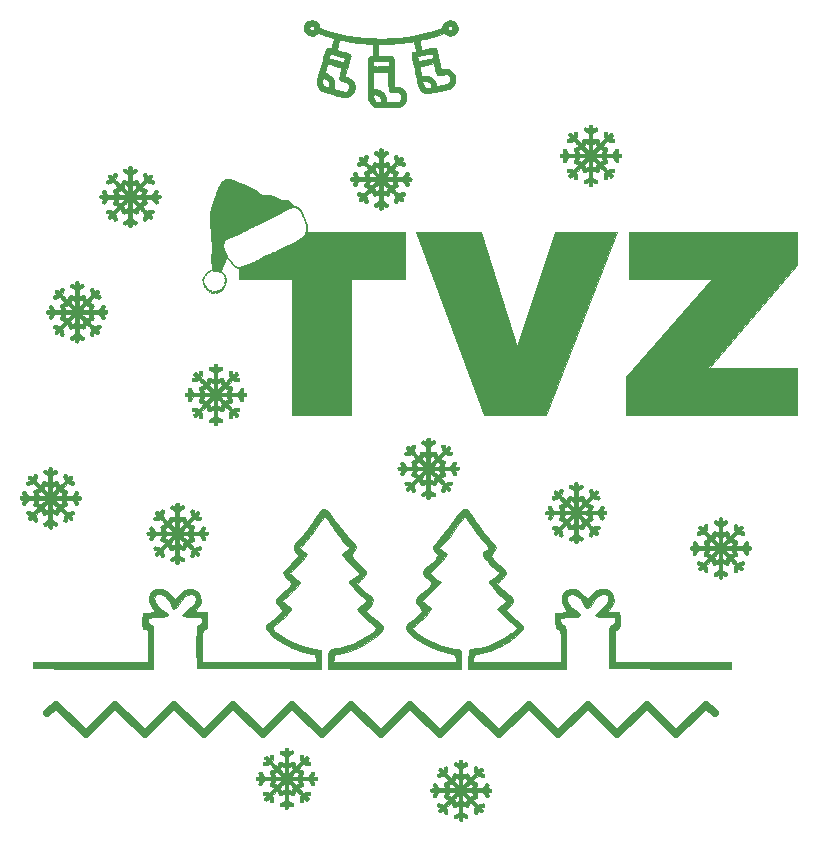
<source format=gbr>
%TF.GenerationSoftware,KiCad,Pcbnew,(5.1.10)-1*%
%TF.CreationDate,2021-10-20T07:50:51+02:00*%
%TF.ProjectId,TVZ_kuglica,54565a5f-6b75-4676-9c69-63612e6b6963,rev?*%
%TF.SameCoordinates,Original*%
%TF.FileFunction,Legend,Top*%
%TF.FilePolarity,Positive*%
%FSLAX46Y46*%
G04 Gerber Fmt 4.6, Leading zero omitted, Abs format (unit mm)*
G04 Created by KiCad (PCBNEW (5.1.10)-1) date 2021-10-20 07:50:51*
%MOMM*%
%LPD*%
G01*
G04 APERTURE LIST*
%ADD10C,0.001000*%
%ADD11C,0.010000*%
%ADD12C,0.700000*%
%ADD13C,0.100000*%
G04 APERTURE END LIST*
D10*
G36*
X111050000Y-119950000D02*
G01*
X107530000Y-119930000D01*
X107525000Y-119410000D01*
X111035000Y-119410000D01*
X111050000Y-119950000D01*
G37*
X111050000Y-119950000D02*
X107530000Y-119930000D01*
X107525000Y-119410000D01*
X111035000Y-119410000D01*
X111050000Y-119950000D01*
D11*
G36*
X166660000Y-119970000D02*
G01*
X163140000Y-119950000D01*
X163130000Y-119420000D01*
X166640000Y-119420000D01*
X166660000Y-119970000D01*
G37*
X166660000Y-119970000D02*
X163140000Y-119950000D01*
X163130000Y-119420000D01*
X166640000Y-119420000D01*
X166660000Y-119970000D01*
D12*
X157000000Y-125500000D02*
X154500000Y-123000000D01*
X122000000Y-125500000D02*
X119500000Y-123000000D01*
X117000000Y-125500000D02*
X114500000Y-123000000D01*
X129500000Y-123000000D02*
X127000000Y-125500000D01*
X137000000Y-125500000D02*
X134500000Y-123000000D01*
X112000000Y-125500000D02*
X109500000Y-123000000D01*
X139500000Y-123000000D02*
X137000000Y-125500000D01*
X134500000Y-123000000D02*
X132000000Y-125500000D01*
X152000000Y-125500000D02*
X149500000Y-123000000D01*
X109500000Y-123000000D02*
X108750000Y-123750000D01*
X147000000Y-125500000D02*
X144500000Y-123000000D01*
X154500000Y-123000000D02*
X152000000Y-125500000D01*
X165250000Y-123750000D02*
X164500000Y-123000000D01*
X127000000Y-125500000D02*
X124500000Y-123000000D01*
X162000000Y-125500000D02*
X159500000Y-123000000D01*
X114500000Y-123000000D02*
X112000000Y-125500000D01*
X159500000Y-123000000D02*
X157000000Y-125500000D01*
X149500000Y-123000000D02*
X147000000Y-125500000D01*
X119500000Y-123000000D02*
X117000000Y-125500000D01*
X142000000Y-125500000D02*
X139500000Y-123000000D01*
X124500000Y-123000000D02*
X122000000Y-125500000D01*
X144500000Y-123000000D02*
X142000000Y-125500000D01*
X132000000Y-125500000D02*
X129500000Y-123000000D01*
X164500000Y-123000000D02*
X162000000Y-125500000D01*
D13*
G36*
X172250000Y-85750000D02*
G01*
X164750000Y-94500000D01*
X172250000Y-94500000D01*
X172250000Y-98500000D01*
X157750000Y-98500000D01*
X157750000Y-95250000D01*
X165000000Y-87000000D01*
X158000000Y-87000000D01*
X158000000Y-83000000D01*
X172250000Y-83000000D01*
X172250000Y-85750000D01*
G37*
X172250000Y-85750000D02*
X164750000Y-94500000D01*
X172250000Y-94500000D01*
X172250000Y-98500000D01*
X157750000Y-98500000D01*
X157750000Y-95250000D01*
X165000000Y-87000000D01*
X158000000Y-87000000D01*
X158000000Y-83000000D01*
X172250000Y-83000000D01*
X172250000Y-85750000D01*
G36*
X148500000Y-92750000D02*
G01*
X151750000Y-83000000D01*
X157000000Y-83000000D01*
X151000000Y-98500000D01*
X145750000Y-98500000D01*
X140000000Y-83000000D01*
X145500000Y-83000000D01*
X148500000Y-92750000D01*
G37*
X148500000Y-92750000D02*
X151750000Y-83000000D01*
X157000000Y-83000000D01*
X151000000Y-98500000D01*
X145750000Y-98500000D01*
X140000000Y-83000000D01*
X145500000Y-83000000D01*
X148500000Y-92750000D01*
G36*
X139000000Y-87000000D02*
G01*
X134500000Y-87000000D01*
X134500000Y-98500000D01*
X129500000Y-98500000D01*
X129500000Y-87000000D01*
X125000000Y-87000000D01*
X125000000Y-86000000D01*
X125830000Y-85740000D01*
X126660000Y-85360000D01*
X127280000Y-85020000D01*
X128620000Y-84430000D01*
X129940000Y-83770000D01*
X130550000Y-83310000D01*
X130750000Y-83000000D01*
X139000000Y-83000000D01*
X139000000Y-87000000D01*
G37*
X139000000Y-87000000D02*
X134500000Y-87000000D01*
X134500000Y-98500000D01*
X129500000Y-98500000D01*
X129500000Y-87000000D01*
X125000000Y-87000000D01*
X125000000Y-86000000D01*
X125830000Y-85740000D01*
X126660000Y-85360000D01*
X127280000Y-85020000D01*
X128620000Y-84430000D01*
X129940000Y-83770000D01*
X130550000Y-83310000D01*
X130750000Y-83000000D01*
X139000000Y-83000000D01*
X139000000Y-87000000D01*
D11*
%TO.C,G\u002A\u002A\u002A*%
G36*
X144285005Y-106442104D02*
G01*
X144380425Y-106550403D01*
X144564586Y-106798305D01*
X144810419Y-107148236D01*
X145073702Y-107536859D01*
X145401662Y-108004178D01*
X145746974Y-108455432D01*
X146062492Y-108830935D01*
X146249348Y-109025201D01*
X146574090Y-109374961D01*
X146714791Y-109657445D01*
X146677974Y-109897511D01*
X146525000Y-110075806D01*
X146364843Y-110257821D01*
X146313333Y-110386030D01*
X146388083Y-110512360D01*
X146586401Y-110732224D01*
X146869388Y-111003480D01*
X146948333Y-111073970D01*
X147258961Y-111371949D01*
X147482282Y-111634365D01*
X147581445Y-111817054D01*
X147583333Y-111835005D01*
X147510130Y-112021393D01*
X147323728Y-112270098D01*
X147192152Y-112406021D01*
X146800971Y-112774952D01*
X147278353Y-113212267D01*
X147577980Y-113482187D01*
X147849561Y-113719209D01*
X147987033Y-113833755D01*
X148176464Y-114050345D01*
X148185343Y-114279321D01*
X148009756Y-114554519D01*
X147888682Y-114683432D01*
X147559031Y-115013083D01*
X148079876Y-115495500D01*
X148387584Y-115775897D01*
X148666417Y-116022168D01*
X148832860Y-116162089D01*
X149004145Y-116340271D01*
X149065000Y-116475666D01*
X148982061Y-116644858D01*
X148760100Y-116892593D01*
X148439402Y-117184932D01*
X148060251Y-117487937D01*
X147662933Y-117767669D01*
X147287731Y-117990190D01*
X147236231Y-118016346D01*
X146752024Y-118227383D01*
X146208535Y-118422390D01*
X145817393Y-118534814D01*
X145437471Y-118626427D01*
X145131439Y-118700725D01*
X144964864Y-118741789D01*
X144963958Y-118742020D01*
X144870653Y-118859822D01*
X144831667Y-119095753D01*
X144831667Y-119417500D01*
X152240000Y-119417500D01*
X152240000Y-118066762D01*
X152238220Y-117510009D01*
X152228852Y-117127981D01*
X152205851Y-116883740D01*
X152163173Y-116740351D01*
X152094774Y-116660877D01*
X152001875Y-116611554D01*
X151867243Y-116526493D01*
X151795283Y-116383646D01*
X151767267Y-116124854D01*
X151763750Y-115872083D01*
X151763750Y-115237083D01*
X152266458Y-115204826D01*
X152559554Y-115176313D01*
X152740726Y-115139996D01*
X152769167Y-115121165D01*
X152712309Y-115010694D01*
X152571978Y-114803656D01*
X152536333Y-114754838D01*
X152340453Y-114351555D01*
X152314295Y-113947822D01*
X152439187Y-113588399D01*
X152696461Y-113318042D01*
X153067444Y-113181508D01*
X153196048Y-113173333D01*
X153480493Y-113211765D01*
X153757126Y-113350268D01*
X154068464Y-113597986D01*
X154550895Y-114022638D01*
X154744822Y-113779393D01*
X155129042Y-113413286D01*
X155547259Y-113209255D01*
X155961314Y-113174761D01*
X156333047Y-113317267D01*
X156476052Y-113440810D01*
X156684984Y-113805362D01*
X156708366Y-114225593D01*
X156545519Y-114654109D01*
X156494500Y-114731107D01*
X156343655Y-114958064D01*
X156264937Y-115106006D01*
X156261667Y-115121129D01*
X156356201Y-115159093D01*
X156594798Y-115181551D01*
X156727260Y-115184166D01*
X157192853Y-115184166D01*
X157237941Y-115686875D01*
X157242811Y-116153369D01*
X157168818Y-116484315D01*
X157024257Y-116651289D01*
X156952203Y-116665833D01*
X156885146Y-116694907D01*
X156839199Y-116803207D01*
X156810653Y-117022345D01*
X156795801Y-117383935D01*
X156790935Y-117919592D01*
X156790833Y-118041666D01*
X156790833Y-119417500D01*
X163140833Y-119417500D01*
X163140833Y-119949598D01*
X156314583Y-119893750D01*
X156314583Y-118094583D01*
X156315347Y-117439503D01*
X156320255Y-116965889D01*
X156333231Y-116643541D01*
X156358196Y-116442259D01*
X156399076Y-116331843D01*
X156459793Y-116282091D01*
X156544270Y-116262805D01*
X156552708Y-116261597D01*
X156731073Y-116183350D01*
X156789629Y-115978727D01*
X156790833Y-115922090D01*
X156790833Y-115616403D01*
X155979118Y-115585493D01*
X155549268Y-115554236D01*
X155252549Y-115501888D01*
X155127996Y-115435362D01*
X155127780Y-115434734D01*
X155185774Y-115314625D01*
X155376311Y-115120891D01*
X155622296Y-114922791D01*
X156019099Y-114567933D01*
X156226046Y-114230772D01*
X156236400Y-113924479D01*
X156187067Y-113818411D01*
X155982280Y-113654355D01*
X155709565Y-113654778D01*
X155406628Y-113800734D01*
X155111172Y-114073277D01*
X154860903Y-114453459D01*
X154840594Y-114495019D01*
X154663139Y-114773934D01*
X154487654Y-114844364D01*
X154304285Y-114705713D01*
X154150103Y-114453337D01*
X153901338Y-114075526D01*
X153602098Y-113781055D01*
X153304579Y-113616218D01*
X153184228Y-113596666D01*
X152954214Y-113688637D01*
X152789130Y-113909955D01*
X152740431Y-114178734D01*
X152760937Y-114270348D01*
X152886754Y-114454186D01*
X153128455Y-114697806D01*
X153361546Y-114891754D01*
X153697823Y-115167508D01*
X153850896Y-115357397D01*
X153813961Y-115478619D01*
X153580213Y-115548371D01*
X153142849Y-115583850D01*
X153086790Y-115586209D01*
X152691750Y-115612798D01*
X152380183Y-115653850D01*
X152211936Y-115701127D01*
X152203152Y-115707847D01*
X152150498Y-115884737D01*
X152225307Y-116089408D01*
X152382344Y-116227259D01*
X152458798Y-116242500D01*
X152532447Y-116253189D01*
X152585932Y-116304648D01*
X152622466Y-116425958D01*
X152645261Y-116646202D01*
X152657527Y-116994464D01*
X152662478Y-117499827D01*
X152663333Y-118094583D01*
X152663333Y-119946666D01*
X144408333Y-119946666D01*
X144408333Y-119149595D01*
X144423792Y-118678969D01*
X144471545Y-118404820D01*
X144540625Y-118316094D01*
X144707769Y-118282251D01*
X145016099Y-118229214D01*
X145380479Y-118171327D01*
X146046245Y-118006805D01*
X146767635Y-117726113D01*
X147458734Y-117368669D01*
X148033624Y-116973897D01*
X148086049Y-116929911D01*
X148535849Y-116543492D01*
X146836587Y-114944948D01*
X147693333Y-114211606D01*
X147241458Y-113864861D01*
X146928324Y-113596724D01*
X146630445Y-113294531D01*
X146380352Y-112998159D01*
X146210575Y-112747486D01*
X146153645Y-112582390D01*
X146168845Y-112549982D01*
X146303909Y-112445551D01*
X146540834Y-112268602D01*
X146669097Y-112174145D01*
X147077778Y-111874552D01*
X146611032Y-111475590D01*
X146279456Y-111157760D01*
X145962725Y-110799567D01*
X145836911Y-110633085D01*
X145662348Y-110360522D01*
X145609154Y-110203233D01*
X145663572Y-110113573D01*
X145683309Y-110101183D01*
X145956581Y-109935739D01*
X146089949Y-109802010D01*
X146081989Y-109653069D01*
X145931273Y-109441994D01*
X145654137Y-109140720D01*
X145310329Y-108741984D01*
X144941079Y-108261709D01*
X144625232Y-107802553D01*
X144620000Y-107794288D01*
X144396231Y-107450578D01*
X144212858Y-107188299D01*
X144099720Y-107049415D01*
X144081995Y-107037708D01*
X144001748Y-107119445D01*
X143835719Y-107341649D01*
X143611602Y-107666108D01*
X143454844Y-107903061D01*
X143146493Y-108348770D01*
X142812685Y-108787384D01*
X142510259Y-109145484D01*
X142417271Y-109243299D01*
X141945095Y-109715475D01*
X142277196Y-109989196D01*
X142609297Y-110262916D01*
X142135234Y-110857810D01*
X141856852Y-111184555D01*
X141587593Y-111463302D01*
X141390963Y-111629751D01*
X141228672Y-111760474D01*
X141196651Y-111885234D01*
X141310010Y-112040066D01*
X141583858Y-112261007D01*
X141687385Y-112336752D01*
X142120305Y-112650357D01*
X140495209Y-114244149D01*
X140784896Y-114499147D01*
X140995999Y-114668311D01*
X141140760Y-114754758D01*
X141153958Y-114757488D01*
X141232765Y-114827791D01*
X141169584Y-115008174D01*
X140984552Y-115272635D01*
X140697803Y-115595170D01*
X140329474Y-115949778D01*
X140035467Y-116201870D01*
X139631991Y-116531657D01*
X140088704Y-116923994D01*
X140668475Y-117335581D01*
X141383363Y-117710711D01*
X142156821Y-118014221D01*
X142875170Y-118204006D01*
X143263256Y-118277264D01*
X143562489Y-118331880D01*
X143719445Y-118358152D01*
X143729726Y-118359166D01*
X143750572Y-118456370D01*
X143765992Y-118713492D01*
X143773143Y-119078800D01*
X143773333Y-119152916D01*
X143773333Y-119946666D01*
X132555000Y-119946666D01*
X132555000Y-119154933D01*
X132554547Y-118763615D01*
X132579939Y-118518722D01*
X132671301Y-118377568D01*
X132868759Y-118297468D01*
X133212436Y-118235737D01*
X133454583Y-118197951D01*
X133994009Y-118063048D01*
X134619930Y-117830716D01*
X135252660Y-117534625D01*
X135812516Y-117208445D01*
X135840097Y-117189973D01*
X136247181Y-116908300D01*
X136488581Y-116707057D01*
X136576021Y-116551223D01*
X136521227Y-116405777D01*
X136335922Y-116235700D01*
X136195448Y-116128572D01*
X135838807Y-115828314D01*
X135488052Y-115481804D01*
X135355335Y-115330821D01*
X134998125Y-114894893D01*
X135423701Y-114552890D01*
X135849278Y-114210888D01*
X135445680Y-113911961D01*
X135158285Y-113670644D01*
X134866866Y-113379940D01*
X134605387Y-113080757D01*
X134407809Y-112813999D01*
X134308092Y-112620575D01*
X134315202Y-112550292D01*
X134451598Y-112444833D01*
X134687442Y-112268950D01*
X134798011Y-112187686D01*
X135188939Y-111901633D01*
X134454053Y-111156469D01*
X134141166Y-110826687D01*
X133894558Y-110542938D01*
X133746819Y-110344065D01*
X133719167Y-110280554D01*
X133802349Y-110143812D01*
X134006010Y-109981095D01*
X134040012Y-109960275D01*
X134360857Y-109770747D01*
X133832785Y-109192953D01*
X133512164Y-108812576D01*
X133155009Y-108343786D01*
X132832426Y-107880421D01*
X132797565Y-107826761D01*
X132565356Y-107475564D01*
X132374140Y-107204481D01*
X132253118Y-107054129D01*
X132229513Y-107036682D01*
X132149531Y-107119184D01*
X131987631Y-107341109D01*
X131772894Y-107661654D01*
X131672416Y-107818288D01*
X131362413Y-108272767D01*
X131006618Y-108742444D01*
X130676723Y-109133180D01*
X130644941Y-109167462D01*
X130113660Y-109733348D01*
X130444279Y-110003186D01*
X130774899Y-110273024D01*
X130297911Y-110858578D01*
X130012504Y-111185218D01*
X129732177Y-111467320D01*
X129528250Y-111635897D01*
X129235577Y-111827664D01*
X129561089Y-112118509D01*
X129820191Y-112335814D01*
X130047209Y-112503554D01*
X130083092Y-112526154D01*
X130156455Y-112590639D01*
X130156012Y-112679997D01*
X130062083Y-112823018D01*
X129854984Y-113048491D01*
X129515035Y-113385206D01*
X129457697Y-113440943D01*
X128635810Y-114238932D01*
X128928530Y-114496538D01*
X129140611Y-114666689D01*
X129286465Y-114754430D01*
X129300625Y-114757488D01*
X129373352Y-114845810D01*
X129380000Y-114902807D01*
X129306724Y-115035994D01*
X129115686Y-115264267D01*
X128850065Y-115545235D01*
X128553044Y-115836509D01*
X128267804Y-116095698D01*
X128037526Y-116280413D01*
X127907493Y-116348333D01*
X127797636Y-116406085D01*
X127853387Y-116567379D01*
X128067022Y-116814274D01*
X128136458Y-116880156D01*
X128724068Y-117313139D01*
X129480605Y-117698389D01*
X130365745Y-118020074D01*
X131339166Y-118262359D01*
X131893542Y-118355474D01*
X131906189Y-118454548D01*
X131915544Y-118713258D01*
X131919884Y-119079580D01*
X131920000Y-119153904D01*
X131920000Y-119948642D01*
X126654792Y-119921196D01*
X121389583Y-119893750D01*
X121385103Y-118110066D01*
X121384303Y-117457872D01*
X121388336Y-116986014D01*
X121401180Y-116663166D01*
X121426811Y-116457998D01*
X121469205Y-116339183D01*
X121532340Y-116275393D01*
X121620192Y-116235299D01*
X121623228Y-116234144D01*
X121825551Y-116066026D01*
X121865833Y-115874702D01*
X121856131Y-115738382D01*
X121797179Y-115658690D01*
X121644208Y-115620434D01*
X121352451Y-115608426D01*
X121078329Y-115607500D01*
X120585248Y-115587286D01*
X120294489Y-115523907D01*
X120200342Y-115413253D01*
X120297098Y-115251213D01*
X120428333Y-115139671D01*
X120931621Y-114716579D01*
X121237951Y-114356299D01*
X121350503Y-114052746D01*
X121272459Y-113799837D01*
X121179291Y-113703640D01*
X120922845Y-113613434D01*
X120620448Y-113691706D01*
X120311603Y-113913280D01*
X120035810Y-114252985D01*
X119894055Y-114522708D01*
X119749127Y-114735470D01*
X119568063Y-114858733D01*
X119408379Y-114872141D01*
X119327594Y-114755341D01*
X119325833Y-114723795D01*
X119267278Y-114560426D01*
X119117993Y-114302740D01*
X119009307Y-114143973D01*
X118682894Y-113790004D01*
X118364795Y-113631523D01*
X118068607Y-113673423D01*
X117944239Y-113760629D01*
X117798266Y-114010685D01*
X117848082Y-114305334D01*
X118086200Y-114630169D01*
X118505132Y-114970782D01*
X118608374Y-115038524D01*
X118888672Y-115254460D01*
X118966179Y-115418199D01*
X118840032Y-115530739D01*
X118509365Y-115593079D01*
X118115066Y-115607500D01*
X117733545Y-115614639D01*
X117442150Y-115633449D01*
X117298790Y-115660019D01*
X117294874Y-115662903D01*
X117251436Y-115832198D01*
X117317325Y-116048675D01*
X117450215Y-116211852D01*
X117539004Y-116242500D01*
X117610825Y-116254379D01*
X117662990Y-116309370D01*
X117698622Y-116436496D01*
X117720847Y-116664783D01*
X117732787Y-117023258D01*
X117737566Y-117540946D01*
X117738333Y-118094583D01*
X117738333Y-119946666D01*
X110859167Y-119946666D01*
X110859167Y-119417500D01*
X117315000Y-119417500D01*
X117315000Y-116688779D01*
X117045451Y-116621127D01*
X116898524Y-116570607D01*
X116821293Y-116477212D01*
X116796018Y-116286871D01*
X116804960Y-115945515D01*
X116807326Y-115895279D01*
X116838750Y-115237083D01*
X117341458Y-115204826D01*
X117634533Y-115178012D01*
X117815708Y-115146014D01*
X117844167Y-115130151D01*
X117790185Y-115025004D01*
X117654014Y-114809246D01*
X117579583Y-114697847D01*
X117375220Y-114329041D01*
X117329179Y-114014445D01*
X117433729Y-113677011D01*
X117469836Y-113604236D01*
X117723207Y-113312312D01*
X118070081Y-113179387D01*
X118468843Y-113201530D01*
X118877876Y-113374812D01*
X119255565Y-113695304D01*
X119325872Y-113779504D01*
X119556267Y-114072404D01*
X119785711Y-113805660D01*
X120210811Y-113412495D01*
X120639168Y-113203575D01*
X121048482Y-113183744D01*
X121416450Y-113357851D01*
X121500227Y-113433106D01*
X121706321Y-113776537D01*
X121757302Y-114190299D01*
X121650395Y-114597762D01*
X121548333Y-114760833D01*
X121384936Y-114996087D01*
X121376822Y-115123761D01*
X121543903Y-115175713D01*
X121812917Y-115184166D01*
X122289167Y-115184166D01*
X122289167Y-115881991D01*
X122281249Y-116263424D01*
X122248081Y-116483726D01*
X122175545Y-116593139D01*
X122077500Y-116635168D01*
X121990557Y-116671527D01*
X121931305Y-116750509D01*
X121894478Y-116907414D01*
X121874809Y-117177543D01*
X121867032Y-117596196D01*
X121865833Y-118054010D01*
X121865833Y-119417500D01*
X131496667Y-119417500D01*
X131496667Y-119107131D01*
X131435249Y-118836564D01*
X131311458Y-118746446D01*
X131119132Y-118697804D01*
X130790769Y-118618071D01*
X130396461Y-118524259D01*
X130385417Y-118521657D01*
X129444939Y-118200291D01*
X128500222Y-117683047D01*
X127896044Y-117247916D01*
X127506602Y-116895644D01*
X127311110Y-116601057D01*
X127304783Y-116348983D01*
X127482840Y-116124248D01*
X127530474Y-116088122D01*
X127898920Y-115805141D01*
X128230399Y-115517505D01*
X128485475Y-115262792D01*
X128624714Y-115078586D01*
X128639167Y-115031549D01*
X128567875Y-114877403D01*
X128394267Y-114673844D01*
X128374583Y-114654999D01*
X128157792Y-114382087D01*
X128125191Y-114123073D01*
X128282815Y-113852663D01*
X128636697Y-113545564D01*
X128639809Y-113543278D01*
X128949471Y-113299482D01*
X129203322Y-113070490D01*
X129318915Y-112941211D01*
X129395363Y-112796050D01*
X129363761Y-112667517D01*
X129199052Y-112492983D01*
X129106606Y-112410567D01*
X128885857Y-112171396D01*
X128757882Y-111944968D01*
X128745000Y-111876440D01*
X128823504Y-111692134D01*
X129039664Y-111414240D01*
X129364452Y-111079623D01*
X129395349Y-111050485D01*
X130045699Y-110441163D01*
X129818683Y-110152559D01*
X129651244Y-109887429D01*
X129616516Y-109647753D01*
X129726131Y-109390219D01*
X129991719Y-109071519D01*
X130152663Y-108908921D01*
X130477936Y-108553370D01*
X130843153Y-108098873D01*
X131181782Y-107629417D01*
X131259857Y-107511250D01*
X131510863Y-107126950D01*
X131729244Y-106801269D01*
X131882735Y-106581934D01*
X131925788Y-106526220D01*
X132089498Y-106408183D01*
X132276999Y-106426545D01*
X132505124Y-106594263D01*
X132790700Y-106924295D01*
X133150560Y-107429597D01*
X133205285Y-107511250D01*
X133534610Y-107979184D01*
X133879955Y-108426496D01*
X134195784Y-108796351D01*
X134397012Y-108998642D01*
X134728069Y-109342385D01*
X134868371Y-109634882D01*
X134824190Y-109902245D01*
X134664313Y-110111520D01*
X134519119Y-110285974D01*
X134523022Y-110433083D01*
X134606639Y-110576786D01*
X134778643Y-110781260D01*
X135048270Y-111043598D01*
X135248993Y-111217182D01*
X135530644Y-111484368D01*
X135699692Y-111719965D01*
X135730000Y-111824210D01*
X135656590Y-112018290D01*
X135470096Y-112270770D01*
X135346262Y-112399002D01*
X134962523Y-112760913D01*
X135213970Y-113031283D01*
X135456275Y-113256939D01*
X135775823Y-113512463D01*
X135915208Y-113612993D01*
X136235231Y-113887872D01*
X136352520Y-114149181D01*
X136270889Y-114429615D01*
X136043435Y-114712110D01*
X135721870Y-115043881D01*
X136181324Y-115457982D01*
X136495731Y-115731302D01*
X136799819Y-115979641D01*
X136943238Y-116088122D01*
X137155822Y-116309272D01*
X137189733Y-116553634D01*
X137039375Y-116835529D01*
X136699147Y-117169279D01*
X136441834Y-117370674D01*
X135420368Y-118013617D01*
X134370095Y-118448206D01*
X133772083Y-118599775D01*
X133386754Y-118680665D01*
X133162519Y-118752749D01*
X133052271Y-118845360D01*
X133008902Y-118987836D01*
X132998086Y-119081764D01*
X132964922Y-119417500D01*
X143350000Y-119417500D01*
X143350000Y-119102016D01*
X143312402Y-118864069D01*
X143159281Y-118752653D01*
X143058958Y-118727446D01*
X141861416Y-118413735D01*
X140829629Y-117989265D01*
X139943831Y-117445181D01*
X139619375Y-117186430D01*
X139298992Y-116881389D01*
X139141805Y-116628303D01*
X139152538Y-116389804D01*
X139335914Y-116128520D01*
X139696657Y-115807082D01*
X139804583Y-115721208D01*
X140122469Y-115455614D01*
X140362544Y-115224985D01*
X140484786Y-115068833D01*
X140492500Y-115042079D01*
X140420920Y-114880329D01*
X140246710Y-114673003D01*
X140227917Y-114655000D01*
X140010374Y-114379599D01*
X139979715Y-114117863D01*
X140141526Y-113845277D01*
X140478992Y-113553665D01*
X140786835Y-113308131D01*
X141039476Y-113072231D01*
X141148608Y-112943266D01*
X141230464Y-112787100D01*
X141204819Y-112657815D01*
X141047148Y-112488452D01*
X140950449Y-112402234D01*
X140666417Y-112073231D01*
X140592604Y-111765729D01*
X140729291Y-111474224D01*
X141010060Y-111235659D01*
X141319711Y-110993761D01*
X141586400Y-110725093D01*
X141642340Y-110653453D01*
X141781871Y-110441338D01*
X141799398Y-110316351D01*
X141698685Y-110195370D01*
X141664497Y-110164170D01*
X141476865Y-109955013D01*
X141416125Y-109751715D01*
X141492223Y-109517865D01*
X141715103Y-109217051D01*
X142009920Y-108899450D01*
X142382936Y-108477747D01*
X142781636Y-107966992D01*
X143131046Y-107464336D01*
X143191250Y-107368725D01*
X143537075Y-106856567D01*
X143828563Y-106537501D01*
X144075788Y-106402991D01*
X144285005Y-106442104D01*
G37*
X144285005Y-106442104D02*
X144380425Y-106550403D01*
X144564586Y-106798305D01*
X144810419Y-107148236D01*
X145073702Y-107536859D01*
X145401662Y-108004178D01*
X145746974Y-108455432D01*
X146062492Y-108830935D01*
X146249348Y-109025201D01*
X146574090Y-109374961D01*
X146714791Y-109657445D01*
X146677974Y-109897511D01*
X146525000Y-110075806D01*
X146364843Y-110257821D01*
X146313333Y-110386030D01*
X146388083Y-110512360D01*
X146586401Y-110732224D01*
X146869388Y-111003480D01*
X146948333Y-111073970D01*
X147258961Y-111371949D01*
X147482282Y-111634365D01*
X147581445Y-111817054D01*
X147583333Y-111835005D01*
X147510130Y-112021393D01*
X147323728Y-112270098D01*
X147192152Y-112406021D01*
X146800971Y-112774952D01*
X147278353Y-113212267D01*
X147577980Y-113482187D01*
X147849561Y-113719209D01*
X147987033Y-113833755D01*
X148176464Y-114050345D01*
X148185343Y-114279321D01*
X148009756Y-114554519D01*
X147888682Y-114683432D01*
X147559031Y-115013083D01*
X148079876Y-115495500D01*
X148387584Y-115775897D01*
X148666417Y-116022168D01*
X148832860Y-116162089D01*
X149004145Y-116340271D01*
X149065000Y-116475666D01*
X148982061Y-116644858D01*
X148760100Y-116892593D01*
X148439402Y-117184932D01*
X148060251Y-117487937D01*
X147662933Y-117767669D01*
X147287731Y-117990190D01*
X147236231Y-118016346D01*
X146752024Y-118227383D01*
X146208535Y-118422390D01*
X145817393Y-118534814D01*
X145437471Y-118626427D01*
X145131439Y-118700725D01*
X144964864Y-118741789D01*
X144963958Y-118742020D01*
X144870653Y-118859822D01*
X144831667Y-119095753D01*
X144831667Y-119417500D01*
X152240000Y-119417500D01*
X152240000Y-118066762D01*
X152238220Y-117510009D01*
X152228852Y-117127981D01*
X152205851Y-116883740D01*
X152163173Y-116740351D01*
X152094774Y-116660877D01*
X152001875Y-116611554D01*
X151867243Y-116526493D01*
X151795283Y-116383646D01*
X151767267Y-116124854D01*
X151763750Y-115872083D01*
X151763750Y-115237083D01*
X152266458Y-115204826D01*
X152559554Y-115176313D01*
X152740726Y-115139996D01*
X152769167Y-115121165D01*
X152712309Y-115010694D01*
X152571978Y-114803656D01*
X152536333Y-114754838D01*
X152340453Y-114351555D01*
X152314295Y-113947822D01*
X152439187Y-113588399D01*
X152696461Y-113318042D01*
X153067444Y-113181508D01*
X153196048Y-113173333D01*
X153480493Y-113211765D01*
X153757126Y-113350268D01*
X154068464Y-113597986D01*
X154550895Y-114022638D01*
X154744822Y-113779393D01*
X155129042Y-113413286D01*
X155547259Y-113209255D01*
X155961314Y-113174761D01*
X156333047Y-113317267D01*
X156476052Y-113440810D01*
X156684984Y-113805362D01*
X156708366Y-114225593D01*
X156545519Y-114654109D01*
X156494500Y-114731107D01*
X156343655Y-114958064D01*
X156264937Y-115106006D01*
X156261667Y-115121129D01*
X156356201Y-115159093D01*
X156594798Y-115181551D01*
X156727260Y-115184166D01*
X157192853Y-115184166D01*
X157237941Y-115686875D01*
X157242811Y-116153369D01*
X157168818Y-116484315D01*
X157024257Y-116651289D01*
X156952203Y-116665833D01*
X156885146Y-116694907D01*
X156839199Y-116803207D01*
X156810653Y-117022345D01*
X156795801Y-117383935D01*
X156790935Y-117919592D01*
X156790833Y-118041666D01*
X156790833Y-119417500D01*
X163140833Y-119417500D01*
X163140833Y-119949598D01*
X156314583Y-119893750D01*
X156314583Y-118094583D01*
X156315347Y-117439503D01*
X156320255Y-116965889D01*
X156333231Y-116643541D01*
X156358196Y-116442259D01*
X156399076Y-116331843D01*
X156459793Y-116282091D01*
X156544270Y-116262805D01*
X156552708Y-116261597D01*
X156731073Y-116183350D01*
X156789629Y-115978727D01*
X156790833Y-115922090D01*
X156790833Y-115616403D01*
X155979118Y-115585493D01*
X155549268Y-115554236D01*
X155252549Y-115501888D01*
X155127996Y-115435362D01*
X155127780Y-115434734D01*
X155185774Y-115314625D01*
X155376311Y-115120891D01*
X155622296Y-114922791D01*
X156019099Y-114567933D01*
X156226046Y-114230772D01*
X156236400Y-113924479D01*
X156187067Y-113818411D01*
X155982280Y-113654355D01*
X155709565Y-113654778D01*
X155406628Y-113800734D01*
X155111172Y-114073277D01*
X154860903Y-114453459D01*
X154840594Y-114495019D01*
X154663139Y-114773934D01*
X154487654Y-114844364D01*
X154304285Y-114705713D01*
X154150103Y-114453337D01*
X153901338Y-114075526D01*
X153602098Y-113781055D01*
X153304579Y-113616218D01*
X153184228Y-113596666D01*
X152954214Y-113688637D01*
X152789130Y-113909955D01*
X152740431Y-114178734D01*
X152760937Y-114270348D01*
X152886754Y-114454186D01*
X153128455Y-114697806D01*
X153361546Y-114891754D01*
X153697823Y-115167508D01*
X153850896Y-115357397D01*
X153813961Y-115478619D01*
X153580213Y-115548371D01*
X153142849Y-115583850D01*
X153086790Y-115586209D01*
X152691750Y-115612798D01*
X152380183Y-115653850D01*
X152211936Y-115701127D01*
X152203152Y-115707847D01*
X152150498Y-115884737D01*
X152225307Y-116089408D01*
X152382344Y-116227259D01*
X152458798Y-116242500D01*
X152532447Y-116253189D01*
X152585932Y-116304648D01*
X152622466Y-116425958D01*
X152645261Y-116646202D01*
X152657527Y-116994464D01*
X152662478Y-117499827D01*
X152663333Y-118094583D01*
X152663333Y-119946666D01*
X144408333Y-119946666D01*
X144408333Y-119149595D01*
X144423792Y-118678969D01*
X144471545Y-118404820D01*
X144540625Y-118316094D01*
X144707769Y-118282251D01*
X145016099Y-118229214D01*
X145380479Y-118171327D01*
X146046245Y-118006805D01*
X146767635Y-117726113D01*
X147458734Y-117368669D01*
X148033624Y-116973897D01*
X148086049Y-116929911D01*
X148535849Y-116543492D01*
X146836587Y-114944948D01*
X147693333Y-114211606D01*
X147241458Y-113864861D01*
X146928324Y-113596724D01*
X146630445Y-113294531D01*
X146380352Y-112998159D01*
X146210575Y-112747486D01*
X146153645Y-112582390D01*
X146168845Y-112549982D01*
X146303909Y-112445551D01*
X146540834Y-112268602D01*
X146669097Y-112174145D01*
X147077778Y-111874552D01*
X146611032Y-111475590D01*
X146279456Y-111157760D01*
X145962725Y-110799567D01*
X145836911Y-110633085D01*
X145662348Y-110360522D01*
X145609154Y-110203233D01*
X145663572Y-110113573D01*
X145683309Y-110101183D01*
X145956581Y-109935739D01*
X146089949Y-109802010D01*
X146081989Y-109653069D01*
X145931273Y-109441994D01*
X145654137Y-109140720D01*
X145310329Y-108741984D01*
X144941079Y-108261709D01*
X144625232Y-107802553D01*
X144620000Y-107794288D01*
X144396231Y-107450578D01*
X144212858Y-107188299D01*
X144099720Y-107049415D01*
X144081995Y-107037708D01*
X144001748Y-107119445D01*
X143835719Y-107341649D01*
X143611602Y-107666108D01*
X143454844Y-107903061D01*
X143146493Y-108348770D01*
X142812685Y-108787384D01*
X142510259Y-109145484D01*
X142417271Y-109243299D01*
X141945095Y-109715475D01*
X142277196Y-109989196D01*
X142609297Y-110262916D01*
X142135234Y-110857810D01*
X141856852Y-111184555D01*
X141587593Y-111463302D01*
X141390963Y-111629751D01*
X141228672Y-111760474D01*
X141196651Y-111885234D01*
X141310010Y-112040066D01*
X141583858Y-112261007D01*
X141687385Y-112336752D01*
X142120305Y-112650357D01*
X140495209Y-114244149D01*
X140784896Y-114499147D01*
X140995999Y-114668311D01*
X141140760Y-114754758D01*
X141153958Y-114757488D01*
X141232765Y-114827791D01*
X141169584Y-115008174D01*
X140984552Y-115272635D01*
X140697803Y-115595170D01*
X140329474Y-115949778D01*
X140035467Y-116201870D01*
X139631991Y-116531657D01*
X140088704Y-116923994D01*
X140668475Y-117335581D01*
X141383363Y-117710711D01*
X142156821Y-118014221D01*
X142875170Y-118204006D01*
X143263256Y-118277264D01*
X143562489Y-118331880D01*
X143719445Y-118358152D01*
X143729726Y-118359166D01*
X143750572Y-118456370D01*
X143765992Y-118713492D01*
X143773143Y-119078800D01*
X143773333Y-119152916D01*
X143773333Y-119946666D01*
X132555000Y-119946666D01*
X132555000Y-119154933D01*
X132554547Y-118763615D01*
X132579939Y-118518722D01*
X132671301Y-118377568D01*
X132868759Y-118297468D01*
X133212436Y-118235737D01*
X133454583Y-118197951D01*
X133994009Y-118063048D01*
X134619930Y-117830716D01*
X135252660Y-117534625D01*
X135812516Y-117208445D01*
X135840097Y-117189973D01*
X136247181Y-116908300D01*
X136488581Y-116707057D01*
X136576021Y-116551223D01*
X136521227Y-116405777D01*
X136335922Y-116235700D01*
X136195448Y-116128572D01*
X135838807Y-115828314D01*
X135488052Y-115481804D01*
X135355335Y-115330821D01*
X134998125Y-114894893D01*
X135423701Y-114552890D01*
X135849278Y-114210888D01*
X135445680Y-113911961D01*
X135158285Y-113670644D01*
X134866866Y-113379940D01*
X134605387Y-113080757D01*
X134407809Y-112813999D01*
X134308092Y-112620575D01*
X134315202Y-112550292D01*
X134451598Y-112444833D01*
X134687442Y-112268950D01*
X134798011Y-112187686D01*
X135188939Y-111901633D01*
X134454053Y-111156469D01*
X134141166Y-110826687D01*
X133894558Y-110542938D01*
X133746819Y-110344065D01*
X133719167Y-110280554D01*
X133802349Y-110143812D01*
X134006010Y-109981095D01*
X134040012Y-109960275D01*
X134360857Y-109770747D01*
X133832785Y-109192953D01*
X133512164Y-108812576D01*
X133155009Y-108343786D01*
X132832426Y-107880421D01*
X132797565Y-107826761D01*
X132565356Y-107475564D01*
X132374140Y-107204481D01*
X132253118Y-107054129D01*
X132229513Y-107036682D01*
X132149531Y-107119184D01*
X131987631Y-107341109D01*
X131772894Y-107661654D01*
X131672416Y-107818288D01*
X131362413Y-108272767D01*
X131006618Y-108742444D01*
X130676723Y-109133180D01*
X130644941Y-109167462D01*
X130113660Y-109733348D01*
X130444279Y-110003186D01*
X130774899Y-110273024D01*
X130297911Y-110858578D01*
X130012504Y-111185218D01*
X129732177Y-111467320D01*
X129528250Y-111635897D01*
X129235577Y-111827664D01*
X129561089Y-112118509D01*
X129820191Y-112335814D01*
X130047209Y-112503554D01*
X130083092Y-112526154D01*
X130156455Y-112590639D01*
X130156012Y-112679997D01*
X130062083Y-112823018D01*
X129854984Y-113048491D01*
X129515035Y-113385206D01*
X129457697Y-113440943D01*
X128635810Y-114238932D01*
X128928530Y-114496538D01*
X129140611Y-114666689D01*
X129286465Y-114754430D01*
X129300625Y-114757488D01*
X129373352Y-114845810D01*
X129380000Y-114902807D01*
X129306724Y-115035994D01*
X129115686Y-115264267D01*
X128850065Y-115545235D01*
X128553044Y-115836509D01*
X128267804Y-116095698D01*
X128037526Y-116280413D01*
X127907493Y-116348333D01*
X127797636Y-116406085D01*
X127853387Y-116567379D01*
X128067022Y-116814274D01*
X128136458Y-116880156D01*
X128724068Y-117313139D01*
X129480605Y-117698389D01*
X130365745Y-118020074D01*
X131339166Y-118262359D01*
X131893542Y-118355474D01*
X131906189Y-118454548D01*
X131915544Y-118713258D01*
X131919884Y-119079580D01*
X131920000Y-119153904D01*
X131920000Y-119948642D01*
X126654792Y-119921196D01*
X121389583Y-119893750D01*
X121385103Y-118110066D01*
X121384303Y-117457872D01*
X121388336Y-116986014D01*
X121401180Y-116663166D01*
X121426811Y-116457998D01*
X121469205Y-116339183D01*
X121532340Y-116275393D01*
X121620192Y-116235299D01*
X121623228Y-116234144D01*
X121825551Y-116066026D01*
X121865833Y-115874702D01*
X121856131Y-115738382D01*
X121797179Y-115658690D01*
X121644208Y-115620434D01*
X121352451Y-115608426D01*
X121078329Y-115607500D01*
X120585248Y-115587286D01*
X120294489Y-115523907D01*
X120200342Y-115413253D01*
X120297098Y-115251213D01*
X120428333Y-115139671D01*
X120931621Y-114716579D01*
X121237951Y-114356299D01*
X121350503Y-114052746D01*
X121272459Y-113799837D01*
X121179291Y-113703640D01*
X120922845Y-113613434D01*
X120620448Y-113691706D01*
X120311603Y-113913280D01*
X120035810Y-114252985D01*
X119894055Y-114522708D01*
X119749127Y-114735470D01*
X119568063Y-114858733D01*
X119408379Y-114872141D01*
X119327594Y-114755341D01*
X119325833Y-114723795D01*
X119267278Y-114560426D01*
X119117993Y-114302740D01*
X119009307Y-114143973D01*
X118682894Y-113790004D01*
X118364795Y-113631523D01*
X118068607Y-113673423D01*
X117944239Y-113760629D01*
X117798266Y-114010685D01*
X117848082Y-114305334D01*
X118086200Y-114630169D01*
X118505132Y-114970782D01*
X118608374Y-115038524D01*
X118888672Y-115254460D01*
X118966179Y-115418199D01*
X118840032Y-115530739D01*
X118509365Y-115593079D01*
X118115066Y-115607500D01*
X117733545Y-115614639D01*
X117442150Y-115633449D01*
X117298790Y-115660019D01*
X117294874Y-115662903D01*
X117251436Y-115832198D01*
X117317325Y-116048675D01*
X117450215Y-116211852D01*
X117539004Y-116242500D01*
X117610825Y-116254379D01*
X117662990Y-116309370D01*
X117698622Y-116436496D01*
X117720847Y-116664783D01*
X117732787Y-117023258D01*
X117737566Y-117540946D01*
X117738333Y-118094583D01*
X117738333Y-119946666D01*
X110859167Y-119946666D01*
X110859167Y-119417500D01*
X117315000Y-119417500D01*
X117315000Y-116688779D01*
X117045451Y-116621127D01*
X116898524Y-116570607D01*
X116821293Y-116477212D01*
X116796018Y-116286871D01*
X116804960Y-115945515D01*
X116807326Y-115895279D01*
X116838750Y-115237083D01*
X117341458Y-115204826D01*
X117634533Y-115178012D01*
X117815708Y-115146014D01*
X117844167Y-115130151D01*
X117790185Y-115025004D01*
X117654014Y-114809246D01*
X117579583Y-114697847D01*
X117375220Y-114329041D01*
X117329179Y-114014445D01*
X117433729Y-113677011D01*
X117469836Y-113604236D01*
X117723207Y-113312312D01*
X118070081Y-113179387D01*
X118468843Y-113201530D01*
X118877876Y-113374812D01*
X119255565Y-113695304D01*
X119325872Y-113779504D01*
X119556267Y-114072404D01*
X119785711Y-113805660D01*
X120210811Y-113412495D01*
X120639168Y-113203575D01*
X121048482Y-113183744D01*
X121416450Y-113357851D01*
X121500227Y-113433106D01*
X121706321Y-113776537D01*
X121757302Y-114190299D01*
X121650395Y-114597762D01*
X121548333Y-114760833D01*
X121384936Y-114996087D01*
X121376822Y-115123761D01*
X121543903Y-115175713D01*
X121812917Y-115184166D01*
X122289167Y-115184166D01*
X122289167Y-115881991D01*
X122281249Y-116263424D01*
X122248081Y-116483726D01*
X122175545Y-116593139D01*
X122077500Y-116635168D01*
X121990557Y-116671527D01*
X121931305Y-116750509D01*
X121894478Y-116907414D01*
X121874809Y-117177543D01*
X121867032Y-117596196D01*
X121865833Y-118054010D01*
X121865833Y-119417500D01*
X131496667Y-119417500D01*
X131496667Y-119107131D01*
X131435249Y-118836564D01*
X131311458Y-118746446D01*
X131119132Y-118697804D01*
X130790769Y-118618071D01*
X130396461Y-118524259D01*
X130385417Y-118521657D01*
X129444939Y-118200291D01*
X128500222Y-117683047D01*
X127896044Y-117247916D01*
X127506602Y-116895644D01*
X127311110Y-116601057D01*
X127304783Y-116348983D01*
X127482840Y-116124248D01*
X127530474Y-116088122D01*
X127898920Y-115805141D01*
X128230399Y-115517505D01*
X128485475Y-115262792D01*
X128624714Y-115078586D01*
X128639167Y-115031549D01*
X128567875Y-114877403D01*
X128394267Y-114673844D01*
X128374583Y-114654999D01*
X128157792Y-114382087D01*
X128125191Y-114123073D01*
X128282815Y-113852663D01*
X128636697Y-113545564D01*
X128639809Y-113543278D01*
X128949471Y-113299482D01*
X129203322Y-113070490D01*
X129318915Y-112941211D01*
X129395363Y-112796050D01*
X129363761Y-112667517D01*
X129199052Y-112492983D01*
X129106606Y-112410567D01*
X128885857Y-112171396D01*
X128757882Y-111944968D01*
X128745000Y-111876440D01*
X128823504Y-111692134D01*
X129039664Y-111414240D01*
X129364452Y-111079623D01*
X129395349Y-111050485D01*
X130045699Y-110441163D01*
X129818683Y-110152559D01*
X129651244Y-109887429D01*
X129616516Y-109647753D01*
X129726131Y-109390219D01*
X129991719Y-109071519D01*
X130152663Y-108908921D01*
X130477936Y-108553370D01*
X130843153Y-108098873D01*
X131181782Y-107629417D01*
X131259857Y-107511250D01*
X131510863Y-107126950D01*
X131729244Y-106801269D01*
X131882735Y-106581934D01*
X131925788Y-106526220D01*
X132089498Y-106408183D01*
X132276999Y-106426545D01*
X132505124Y-106594263D01*
X132790700Y-106924295D01*
X133150560Y-107429597D01*
X133205285Y-107511250D01*
X133534610Y-107979184D01*
X133879955Y-108426496D01*
X134195784Y-108796351D01*
X134397012Y-108998642D01*
X134728069Y-109342385D01*
X134868371Y-109634882D01*
X134824190Y-109902245D01*
X134664313Y-110111520D01*
X134519119Y-110285974D01*
X134523022Y-110433083D01*
X134606639Y-110576786D01*
X134778643Y-110781260D01*
X135048270Y-111043598D01*
X135248993Y-111217182D01*
X135530644Y-111484368D01*
X135699692Y-111719965D01*
X135730000Y-111824210D01*
X135656590Y-112018290D01*
X135470096Y-112270770D01*
X135346262Y-112399002D01*
X134962523Y-112760913D01*
X135213970Y-113031283D01*
X135456275Y-113256939D01*
X135775823Y-113512463D01*
X135915208Y-113612993D01*
X136235231Y-113887872D01*
X136352520Y-114149181D01*
X136270889Y-114429615D01*
X136043435Y-114712110D01*
X135721870Y-115043881D01*
X136181324Y-115457982D01*
X136495731Y-115731302D01*
X136799819Y-115979641D01*
X136943238Y-116088122D01*
X137155822Y-116309272D01*
X137189733Y-116553634D01*
X137039375Y-116835529D01*
X136699147Y-117169279D01*
X136441834Y-117370674D01*
X135420368Y-118013617D01*
X134370095Y-118448206D01*
X133772083Y-118599775D01*
X133386754Y-118680665D01*
X133162519Y-118752749D01*
X133052271Y-118845360D01*
X133008902Y-118987836D01*
X132998086Y-119081764D01*
X132964922Y-119417500D01*
X143350000Y-119417500D01*
X143350000Y-119102016D01*
X143312402Y-118864069D01*
X143159281Y-118752653D01*
X143058958Y-118727446D01*
X141861416Y-118413735D01*
X140829629Y-117989265D01*
X139943831Y-117445181D01*
X139619375Y-117186430D01*
X139298992Y-116881389D01*
X139141805Y-116628303D01*
X139152538Y-116389804D01*
X139335914Y-116128520D01*
X139696657Y-115807082D01*
X139804583Y-115721208D01*
X140122469Y-115455614D01*
X140362544Y-115224985D01*
X140484786Y-115068833D01*
X140492500Y-115042079D01*
X140420920Y-114880329D01*
X140246710Y-114673003D01*
X140227917Y-114655000D01*
X140010374Y-114379599D01*
X139979715Y-114117863D01*
X140141526Y-113845277D01*
X140478992Y-113553665D01*
X140786835Y-113308131D01*
X141039476Y-113072231D01*
X141148608Y-112943266D01*
X141230464Y-112787100D01*
X141204819Y-112657815D01*
X141047148Y-112488452D01*
X140950449Y-112402234D01*
X140666417Y-112073231D01*
X140592604Y-111765729D01*
X140729291Y-111474224D01*
X141010060Y-111235659D01*
X141319711Y-110993761D01*
X141586400Y-110725093D01*
X141642340Y-110653453D01*
X141781871Y-110441338D01*
X141799398Y-110316351D01*
X141698685Y-110195370D01*
X141664497Y-110164170D01*
X141476865Y-109955013D01*
X141416125Y-109751715D01*
X141492223Y-109517865D01*
X141715103Y-109217051D01*
X142009920Y-108899450D01*
X142382936Y-108477747D01*
X142781636Y-107966992D01*
X143131046Y-107464336D01*
X143191250Y-107368725D01*
X143537075Y-106856567D01*
X143828563Y-106537501D01*
X144075788Y-106402991D01*
X144285005Y-106442104D01*
G36*
X143027877Y-65089141D02*
G01*
X143177224Y-65150535D01*
X143301325Y-65244717D01*
X143397404Y-65364669D01*
X143462680Y-65503370D01*
X143494375Y-65653801D01*
X143489712Y-65808940D01*
X143445912Y-65961768D01*
X143360196Y-66105265D01*
X143295075Y-66176812D01*
X143149915Y-66283282D01*
X142989107Y-66344768D01*
X142820816Y-66360786D01*
X142653209Y-66330852D01*
X142494450Y-66254480D01*
X142455291Y-66226699D01*
X142346700Y-66143832D01*
X141902200Y-66288887D01*
X141632701Y-66373920D01*
X141347940Y-66458575D01*
X141062652Y-66538741D01*
X140791572Y-66610310D01*
X140549432Y-66669173D01*
X140492500Y-66682008D01*
X140395750Y-66704830D01*
X140318505Y-66725729D01*
X140274002Y-66741038D01*
X140269168Y-66743859D01*
X140268777Y-66771429D01*
X140276804Y-66838578D01*
X140291404Y-66935136D01*
X140310734Y-67050929D01*
X140332950Y-67175785D01*
X140356208Y-67299532D01*
X140378664Y-67411997D01*
X140398475Y-67503007D01*
X140413796Y-67562390D01*
X140420614Y-67579397D01*
X140446772Y-67577639D01*
X140515376Y-67566839D01*
X140619142Y-67548318D01*
X140750783Y-67523394D01*
X140903015Y-67493389D01*
X140969397Y-67479983D01*
X141167205Y-67440629D01*
X141321789Y-67412560D01*
X141439425Y-67395658D01*
X141526393Y-67389798D01*
X141588968Y-67394860D01*
X141633430Y-67410723D01*
X141666055Y-67437263D01*
X141687820Y-67466055D01*
X141702423Y-67505068D01*
X141725388Y-67587600D01*
X141755227Y-67707333D01*
X141790448Y-67857950D01*
X141829564Y-68033135D01*
X141871083Y-68226569D01*
X141900490Y-68368034D01*
X141941790Y-68567764D01*
X141980395Y-68751384D01*
X142015022Y-68913023D01*
X142044388Y-69046810D01*
X142067208Y-69146877D01*
X142082199Y-69207352D01*
X142087490Y-69223156D01*
X142117973Y-69226449D01*
X142184382Y-69221345D01*
X142272740Y-69208954D01*
X142278691Y-69207960D01*
X142493389Y-69194988D01*
X142695605Y-69228034D01*
X142879650Y-69304205D01*
X143039833Y-69420604D01*
X143170465Y-69574338D01*
X143238360Y-69696214D01*
X143278435Y-69793013D01*
X143300850Y-69879545D01*
X143310277Y-69978911D01*
X143311650Y-70058634D01*
X143309053Y-70171833D01*
X143297581Y-70256926D01*
X143272206Y-70336463D01*
X143228416Y-70431947D01*
X143118164Y-70605765D01*
X142978138Y-70744275D01*
X142814535Y-70841605D01*
X142782236Y-70854608D01*
X142707797Y-70877710D01*
X142592792Y-70907436D01*
X142445236Y-70942186D01*
X142273143Y-70980362D01*
X142084527Y-71020366D01*
X141887403Y-71060598D01*
X141689785Y-71099460D01*
X141499687Y-71135354D01*
X141325125Y-71166680D01*
X141174112Y-71191839D01*
X141054663Y-71209234D01*
X140974792Y-71217265D01*
X140962400Y-71217622D01*
X140772053Y-71195143D01*
X140591780Y-71130552D01*
X140429813Y-71029868D01*
X140294380Y-70899115D01*
X140193711Y-70744311D01*
X140147379Y-70621352D01*
X140137142Y-70577443D01*
X140117844Y-70488857D01*
X140090552Y-70360695D01*
X140067600Y-70251606D01*
X140516787Y-70251606D01*
X140517691Y-70297040D01*
X140536053Y-70374266D01*
X140557493Y-70454834D01*
X140617262Y-70587032D01*
X140717301Y-70697041D01*
X140769647Y-70733969D01*
X140860321Y-70766744D01*
X140981695Y-70779146D01*
X141117507Y-70770178D01*
X141178300Y-70759060D01*
X141229590Y-70741738D01*
X141248460Y-70709209D01*
X141248125Y-70654115D01*
X141215894Y-70486727D01*
X141147805Y-70354426D01*
X141046751Y-70259447D01*
X140915620Y-70204023D01*
X140757305Y-70190390D01*
X140662090Y-70201093D01*
X140584659Y-70214130D01*
X140537667Y-70227469D01*
X140516787Y-70251606D01*
X140067600Y-70251606D01*
X140056333Y-70198057D01*
X140016256Y-70006047D01*
X139971387Y-69789766D01*
X139922794Y-69554315D01*
X139871544Y-69304797D01*
X139854893Y-69223478D01*
X139802003Y-68964227D01*
X140259470Y-68964227D01*
X140262219Y-68988496D01*
X140274048Y-69052273D01*
X140292793Y-69145526D01*
X140316292Y-69258222D01*
X140342382Y-69380328D01*
X140368901Y-69501813D01*
X140393685Y-69612644D01*
X140414572Y-69702789D01*
X140429399Y-69762214D01*
X140435548Y-69781015D01*
X140464637Y-69782462D01*
X140527377Y-69774052D01*
X140582351Y-69763423D01*
X140797513Y-69741029D01*
X141001139Y-69765649D01*
X141188208Y-69833914D01*
X141353699Y-69942456D01*
X141492592Y-70087907D01*
X141599866Y-70266900D01*
X141670500Y-70476068D01*
X141674887Y-70496250D01*
X141699556Y-70583013D01*
X141727479Y-70625863D01*
X141738622Y-70629600D01*
X141774517Y-70624593D01*
X141851056Y-70610734D01*
X141959202Y-70589763D01*
X142089914Y-70563423D01*
X142194687Y-70541742D01*
X142339705Y-70509847D01*
X142471838Y-70477887D01*
X142581033Y-70448516D01*
X142657241Y-70424384D01*
X142685077Y-70412331D01*
X142787112Y-70324560D01*
X142853775Y-70209429D01*
X142881674Y-70079048D01*
X142867413Y-69945527D01*
X142837283Y-69869086D01*
X142764154Y-69761285D01*
X142672425Y-69688972D01*
X142556433Y-69650427D01*
X142410512Y-69643930D01*
X142228998Y-69667759D01*
X142196117Y-69674304D01*
X142052366Y-69702350D01*
X141940172Y-69716514D01*
X141854054Y-69711936D01*
X141788529Y-69683760D01*
X141738115Y-69627127D01*
X141697329Y-69537180D01*
X141660688Y-69409063D01*
X141622711Y-69237916D01*
X141604686Y-69150281D01*
X141514306Y-68707124D01*
X140889103Y-68834642D01*
X140718296Y-68869525D01*
X140564928Y-68900931D01*
X140435710Y-68927479D01*
X140337352Y-68947789D01*
X140276567Y-68960478D01*
X140259470Y-68964227D01*
X139802003Y-68964227D01*
X139795371Y-68931719D01*
X139745618Y-68685579D01*
X139704932Y-68480965D01*
X139672613Y-68313785D01*
X139647959Y-68179948D01*
X139641937Y-68144347D01*
X140089517Y-68144347D01*
X140095955Y-68208828D01*
X140110621Y-68291817D01*
X140130328Y-68378898D01*
X140151891Y-68455656D01*
X140172126Y-68507674D01*
X140184859Y-68521801D01*
X140216841Y-68517051D01*
X140291262Y-68503503D01*
X140400797Y-68482570D01*
X140538121Y-68455665D01*
X140695910Y-68424200D01*
X140797300Y-68403730D01*
X140963507Y-68369415D01*
X141113182Y-68337351D01*
X141239088Y-68309184D01*
X141333986Y-68286559D01*
X141390639Y-68271122D01*
X141403277Y-68265981D01*
X141409650Y-68233126D01*
X141405986Y-68166643D01*
X141394879Y-68082113D01*
X141378923Y-67995111D01*
X141360714Y-67921216D01*
X141342848Y-67876006D01*
X141337301Y-67869930D01*
X141307701Y-67871135D01*
X141236770Y-67881259D01*
X141132872Y-67898669D01*
X141004368Y-67921731D01*
X140859620Y-67948810D01*
X140706990Y-67978272D01*
X140554840Y-68008484D01*
X140411531Y-68037812D01*
X140285426Y-68064621D01*
X140184886Y-68087278D01*
X140118274Y-68104148D01*
X140094489Y-68112790D01*
X140089517Y-68144347D01*
X139641937Y-68144347D01*
X139630268Y-68075363D01*
X139618841Y-67995937D01*
X139612974Y-67937579D01*
X139611968Y-67896198D01*
X139615121Y-67867702D01*
X139619863Y-67852154D01*
X139669646Y-67787701D01*
X139750111Y-67736211D01*
X139841154Y-67709586D01*
X139863034Y-67708211D01*
X139907044Y-67705260D01*
X139936862Y-67692735D01*
X139953023Y-67663807D01*
X139956065Y-67611647D01*
X139946526Y-67529423D01*
X139924941Y-67410306D01*
X139897218Y-67273463D01*
X139869015Y-67137728D01*
X139843936Y-67018855D01*
X139823957Y-66926076D01*
X139811056Y-66868619D01*
X139807643Y-66855261D01*
X139783686Y-66845000D01*
X139719765Y-66846005D01*
X139612377Y-66858498D01*
X139510548Y-66874022D01*
X139142514Y-66928062D01*
X138752591Y-66975341D01*
X138354618Y-67014661D01*
X137962439Y-67044826D01*
X137589894Y-67064638D01*
X137250825Y-67072900D01*
X137209550Y-67073064D01*
X136796800Y-67073600D01*
X136796800Y-68089600D01*
X137326409Y-68089599D01*
X137518232Y-68091027D01*
X137681856Y-68095123D01*
X137811242Y-68101609D01*
X137900354Y-68110207D01*
X137936781Y-68117753D01*
X137971167Y-68130314D01*
X138000065Y-68144817D01*
X138023954Y-68165491D01*
X138043309Y-68196564D01*
X138058608Y-68242263D01*
X138070328Y-68306818D01*
X138078945Y-68394455D01*
X138084937Y-68509404D01*
X138088780Y-68655893D01*
X138090952Y-68838149D01*
X138091930Y-69060401D01*
X138092190Y-69326877D01*
X138092200Y-69495511D01*
X138092200Y-70700745D01*
X138314450Y-70709622D01*
X138521754Y-70735850D01*
X138698669Y-70798934D01*
X138853189Y-70902458D01*
X138944267Y-70991863D01*
X139057734Y-71147337D01*
X139126926Y-71315796D01*
X139154890Y-71506166D01*
X139154584Y-71607500D01*
X139123595Y-71818762D01*
X139050212Y-72002057D01*
X138934544Y-72157214D01*
X138776699Y-72284066D01*
X138682284Y-72336683D01*
X138512500Y-72420300D01*
X137572100Y-72425401D01*
X137308681Y-72426383D01*
X137091585Y-72426121D01*
X136916347Y-72424495D01*
X136778504Y-72421383D01*
X136673590Y-72416662D01*
X136597142Y-72410212D01*
X136544695Y-72401910D01*
X136525634Y-72396887D01*
X136340823Y-72312271D01*
X136180786Y-72185342D01*
X136050403Y-72020526D01*
X135991677Y-71912300D01*
X135920500Y-71759900D01*
X135919180Y-71450272D01*
X136340562Y-71450272D01*
X136348284Y-71557947D01*
X136351459Y-71584169D01*
X136392573Y-71736619D01*
X136471920Y-71856998D01*
X136586331Y-71942669D01*
X136732637Y-71990998D01*
X136852981Y-72001200D01*
X137000000Y-72001200D01*
X137000000Y-71854181D01*
X136979523Y-71687334D01*
X136919851Y-71550151D01*
X136823617Y-71445802D01*
X136693458Y-71377457D01*
X136582969Y-71352659D01*
X136466538Y-71341934D01*
X136392271Y-71349682D01*
X136352751Y-71383322D01*
X136340562Y-71450272D01*
X135919180Y-71450272D01*
X135913138Y-70034052D01*
X135911822Y-69672428D01*
X135911301Y-69410400D01*
X136365000Y-69410400D01*
X136365000Y-70901839D01*
X136578500Y-70915159D01*
X136784116Y-70944176D01*
X136957543Y-71005893D01*
X137108580Y-71104421D01*
X137175404Y-71165395D01*
X137292961Y-71307210D01*
X137371463Y-71462802D01*
X137415405Y-71643143D01*
X137427665Y-71781247D01*
X137437025Y-72005794D01*
X137923362Y-71996731D01*
X138100824Y-71992702D01*
X138235081Y-71987656D01*
X138333729Y-71980883D01*
X138404363Y-71971672D01*
X138454578Y-71959314D01*
X138490936Y-71943660D01*
X138596336Y-71861798D01*
X138672249Y-71752948D01*
X138714399Y-71629282D01*
X138718511Y-71502971D01*
X138684243Y-71393406D01*
X138634784Y-71322665D01*
X138566082Y-71250090D01*
X138541369Y-71228854D01*
X138500290Y-71197520D01*
X138462146Y-71175614D01*
X138416558Y-71160982D01*
X138353149Y-71151474D01*
X138261541Y-71144939D01*
X138131355Y-71139223D01*
X138103842Y-71138148D01*
X137984191Y-71134589D01*
X137887437Y-71130888D01*
X137811120Y-71122116D01*
X137752778Y-71103341D01*
X137709949Y-71069633D01*
X137680171Y-71016063D01*
X137660983Y-70937700D01*
X137649922Y-70829614D01*
X137644528Y-70686874D01*
X137642338Y-70504551D01*
X137640891Y-70277714D01*
X137640324Y-70209827D01*
X137632948Y-69410400D01*
X136365000Y-69410400D01*
X135911301Y-69410400D01*
X135911198Y-69358769D01*
X135911302Y-69090247D01*
X135912171Y-68864031D01*
X135912576Y-68818735D01*
X136342773Y-68818735D01*
X136344585Y-68897507D01*
X136349790Y-68942832D01*
X136350477Y-68944910D01*
X136363098Y-68955759D01*
X136395106Y-68963923D01*
X136451836Y-68969629D01*
X136538625Y-68973103D01*
X136660811Y-68974571D01*
X136823729Y-68974260D01*
X137005720Y-68972687D01*
X137647700Y-68965900D01*
X137647700Y-68534100D01*
X136352300Y-68534100D01*
X136344757Y-68722222D01*
X136342773Y-68818735D01*
X135912576Y-68818735D01*
X135913842Y-68677292D01*
X135916352Y-68527200D01*
X135919737Y-68410925D01*
X135924034Y-68325638D01*
X135929281Y-68268508D01*
X135935513Y-68236707D01*
X135936563Y-68233878D01*
X135992680Y-68161679D01*
X136086670Y-68112296D01*
X136208997Y-68090308D01*
X136237184Y-68089600D01*
X136339600Y-68089600D01*
X136339600Y-67075901D01*
X136257050Y-67063133D01*
X136196759Y-67056267D01*
X136100997Y-67048078D01*
X135985028Y-67039792D01*
X135907800Y-67035038D01*
X135485077Y-67002009D01*
X135028907Y-66950256D01*
X134552330Y-66881531D01*
X134068388Y-66797586D01*
X133905275Y-66766045D01*
X133771150Y-66740367D01*
X133655270Y-66719988D01*
X133566427Y-66706313D01*
X133513415Y-66700744D01*
X133502543Y-66701789D01*
X133492124Y-66728424D01*
X133470987Y-66793729D01*
X133441903Y-66888218D01*
X133407642Y-67002406D01*
X133370973Y-67126808D01*
X133334665Y-67251938D01*
X133301489Y-67368311D01*
X133274214Y-67466442D01*
X133255609Y-67536844D01*
X133248445Y-67570032D01*
X133248632Y-67571371D01*
X133273337Y-67579206D01*
X133339776Y-67599049D01*
X133440875Y-67628821D01*
X133569560Y-67666442D01*
X133718759Y-67709835D01*
X133786900Y-67729588D01*
X133970434Y-67783530D01*
X134111098Y-67826986D01*
X134215172Y-67862301D01*
X134288937Y-67891822D01*
X134338676Y-67917894D01*
X134370668Y-67942864D01*
X134377450Y-67950148D01*
X134416989Y-68009727D01*
X134434547Y-68063594D01*
X134434600Y-68065788D01*
X134427686Y-68101290D01*
X134408052Y-68179466D01*
X134377360Y-68294269D01*
X134337272Y-68439651D01*
X134289450Y-68609565D01*
X134235556Y-68797965D01*
X134193300Y-68943811D01*
X134136239Y-69140222D01*
X134083991Y-69321030D01*
X134038198Y-69480477D01*
X134000503Y-69612806D01*
X133972547Y-69712258D01*
X133955973Y-69773074D01*
X133952000Y-69789900D01*
X133974191Y-69806157D01*
X134031852Y-69830598D01*
X134098050Y-69853250D01*
X134230174Y-69898896D01*
X134331194Y-69946531D01*
X134420053Y-70006850D01*
X134511503Y-70086615D01*
X134636807Y-70236412D01*
X134723709Y-70410187D01*
X134770185Y-70598133D01*
X134774212Y-70790440D01*
X134733768Y-70977301D01*
X134708254Y-71040645D01*
X134599189Y-71221951D01*
X134454584Y-71373109D01*
X134289578Y-71482086D01*
X134211351Y-71518780D01*
X134143507Y-71540809D01*
X134068155Y-71551619D01*
X133967402Y-71554656D01*
X133913900Y-71554449D01*
X133847175Y-71552998D01*
X133784014Y-71548852D01*
X133717880Y-71540491D01*
X133642236Y-71526397D01*
X133550543Y-71505049D01*
X133436264Y-71474930D01*
X133292862Y-71434518D01*
X133113798Y-71382297D01*
X132897932Y-71318349D01*
X132701440Y-71258988D01*
X132516213Y-71201263D01*
X132349078Y-71147438D01*
X132206859Y-71099775D01*
X132096382Y-71060537D01*
X132024471Y-71031984D01*
X132005094Y-71022412D01*
X131874452Y-70922681D01*
X131756016Y-70789756D01*
X131664393Y-70641188D01*
X131638984Y-70582536D01*
X131617834Y-70522004D01*
X131602037Y-70462499D01*
X131592386Y-70399780D01*
X131589673Y-70329605D01*
X131594692Y-70247731D01*
X131594989Y-70245581D01*
X132024342Y-70245581D01*
X132038186Y-70394250D01*
X132094002Y-70521100D01*
X132183924Y-70616035D01*
X132242900Y-70651254D01*
X132322188Y-70687127D01*
X132406304Y-70718098D01*
X132479762Y-70738614D01*
X132527077Y-70743118D01*
X132532825Y-70741198D01*
X132548023Y-70713164D01*
X132568095Y-70652797D01*
X132577275Y-70618784D01*
X132602229Y-70443323D01*
X132583709Y-70292030D01*
X132522809Y-70166930D01*
X132420623Y-70070046D01*
X132278244Y-70003400D01*
X132238719Y-69992257D01*
X132156051Y-69974351D01*
X132107515Y-69977915D01*
X132078572Y-70009868D01*
X132054684Y-70077130D01*
X132053735Y-70080295D01*
X132024342Y-70245581D01*
X131594989Y-70245581D01*
X131608235Y-70149917D01*
X131631095Y-70031920D01*
X131664066Y-69889499D01*
X131707940Y-69718412D01*
X131763510Y-69514418D01*
X131763891Y-69513066D01*
X132236704Y-69513066D01*
X132261099Y-69535494D01*
X132323060Y-69556004D01*
X132341514Y-69560758D01*
X132548431Y-69637149D01*
X132727951Y-69755984D01*
X132824031Y-69848630D01*
X132948789Y-70019194D01*
X133024860Y-70204118D01*
X133052286Y-70403581D01*
X133031108Y-70617763D01*
X133016473Y-70680400D01*
X132993429Y-70770436D01*
X132977075Y-70838119D01*
X132970275Y-70871477D01*
X132970369Y-70873039D01*
X132994735Y-70880388D01*
X133059824Y-70899380D01*
X133157525Y-70927665D01*
X133279728Y-70962892D01*
X133380500Y-70991857D01*
X133581194Y-71046882D01*
X133741289Y-71084143D01*
X133867560Y-71104213D01*
X133966784Y-71107661D01*
X134045736Y-71095060D01*
X134111193Y-71066980D01*
X134130058Y-71055050D01*
X134241656Y-70952878D01*
X134309474Y-70831328D01*
X134331088Y-70696945D01*
X134309313Y-70571291D01*
X134273145Y-70487206D01*
X134221436Y-70418847D01*
X134146724Y-70361322D01*
X134041549Y-70309743D01*
X133898452Y-70259218D01*
X133779613Y-70224076D01*
X133628942Y-70170112D01*
X133521146Y-70106007D01*
X133459011Y-70033841D01*
X133444036Y-69973601D01*
X133450778Y-69936179D01*
X133469453Y-69858800D01*
X133497773Y-69750277D01*
X133533448Y-69619422D01*
X133567182Y-69499540D01*
X133690293Y-69067980D01*
X133083836Y-68892767D01*
X132916858Y-68845161D01*
X132766447Y-68803497D01*
X132639325Y-68769536D01*
X132542215Y-68745042D01*
X132481839Y-68731778D01*
X132464559Y-68730374D01*
X132453312Y-68758184D01*
X132431236Y-68825734D01*
X132401191Y-68923845D01*
X132366036Y-69043336D01*
X132353600Y-69086599D01*
X132316739Y-69215197D01*
X132283777Y-69329481D01*
X132257761Y-69418935D01*
X132241740Y-69473040D01*
X132239432Y-69480510D01*
X132236704Y-69513066D01*
X131763891Y-69513066D01*
X131831569Y-69273273D01*
X131912911Y-68990736D01*
X131979155Y-68762700D01*
X132065674Y-68465673D01*
X132120576Y-68278375D01*
X132585182Y-68278375D01*
X132585665Y-68281054D01*
X132610084Y-68289166D01*
X132675360Y-68309246D01*
X132773608Y-68338953D01*
X132896943Y-68375944D01*
X133037478Y-68417876D01*
X133187328Y-68462409D01*
X133338609Y-68507200D01*
X133483434Y-68549907D01*
X133613917Y-68588188D01*
X133722174Y-68619700D01*
X133800319Y-68642103D01*
X133817574Y-68646937D01*
X133826795Y-68625336D01*
X133846191Y-68567036D01*
X133871764Y-68484119D01*
X133874724Y-68474211D01*
X133900559Y-68382428D01*
X133919141Y-68306806D01*
X133926588Y-68263197D01*
X133926600Y-68262367D01*
X133910829Y-68244814D01*
X133861286Y-68220412D01*
X133774621Y-68187968D01*
X133647486Y-68146292D01*
X133476533Y-68094194D01*
X133345071Y-68055555D01*
X133180055Y-68007976D01*
X133030218Y-67965572D01*
X132902794Y-67930326D01*
X132805016Y-67904220D01*
X132744117Y-67889236D01*
X132727859Y-67886400D01*
X132701028Y-67910657D01*
X132668392Y-67980171D01*
X132635204Y-68080049D01*
X132609466Y-68171332D01*
X132591797Y-68241477D01*
X132585182Y-68278375D01*
X132120576Y-68278375D01*
X132139511Y-68213779D01*
X132202280Y-68003403D01*
X132255592Y-67830931D01*
X132301060Y-67692746D01*
X132340297Y-67585236D01*
X132374916Y-67504785D01*
X132406529Y-67447779D01*
X132436749Y-67410602D01*
X132467189Y-67389640D01*
X132499461Y-67381278D01*
X132535179Y-67381902D01*
X132575954Y-67387897D01*
X132591338Y-67390531D01*
X132671310Y-67404797D01*
X132730404Y-67412203D01*
X132773996Y-67406727D01*
X132807456Y-67382349D01*
X132836160Y-67333047D01*
X132865479Y-67252800D01*
X132900787Y-67135587D01*
X132940408Y-66999371D01*
X132980105Y-66862513D01*
X133013694Y-66743901D01*
X133038973Y-66651542D01*
X133053741Y-66593442D01*
X133056504Y-66577004D01*
X133031211Y-66568645D01*
X132965633Y-66549084D01*
X132868399Y-66520842D01*
X132748135Y-66486435D01*
X132682000Y-66467689D01*
X132513582Y-66418696D01*
X132325643Y-66361773D01*
X132140876Y-66303910D01*
X131981972Y-66252099D01*
X131978937Y-66251080D01*
X131644175Y-66138549D01*
X131597937Y-66190574D01*
X131508644Y-66261125D01*
X131386482Y-66317466D01*
X131248802Y-66353039D01*
X131143937Y-66362151D01*
X130966452Y-66339096D01*
X130809401Y-66273111D01*
X130678424Y-66169863D01*
X130579164Y-66035020D01*
X130517262Y-65874251D01*
X130500662Y-65734433D01*
X130949435Y-65734433D01*
X130972412Y-65825340D01*
X131027826Y-65887281D01*
X131104301Y-65917001D01*
X131190461Y-65911244D01*
X131274930Y-65866753D01*
X131306396Y-65836599D01*
X131348398Y-65772426D01*
X131352688Y-65705195D01*
X131350544Y-65693172D01*
X131312104Y-65597715D01*
X131249302Y-65537039D01*
X131172984Y-65510029D01*
X131093994Y-65515569D01*
X131023178Y-65552543D01*
X130971381Y-65619836D01*
X130949448Y-65716332D01*
X130949435Y-65734433D01*
X130500662Y-65734433D01*
X130498157Y-65713337D01*
X130520886Y-65536336D01*
X130586567Y-65379460D01*
X130689425Y-65248466D01*
X130823688Y-65149110D01*
X130983579Y-65087149D01*
X131145300Y-65068115D01*
X131326288Y-65091378D01*
X131486061Y-65157975D01*
X131618924Y-65263119D01*
X131719183Y-65402023D01*
X131781141Y-65569900D01*
X131788880Y-65609131D01*
X131806698Y-65714700D01*
X132047499Y-65798703D01*
X132750631Y-66023002D01*
X133477922Y-66213346D01*
X134233962Y-66370738D01*
X135023340Y-66496180D01*
X135526800Y-66557832D01*
X135706677Y-66573422D01*
X135928524Y-66586070D01*
X136183597Y-66595776D01*
X136463151Y-66602541D01*
X136758442Y-66606364D01*
X137060724Y-66607245D01*
X137361254Y-66605185D01*
X137651287Y-66600183D01*
X137922078Y-66592239D01*
X138164882Y-66581353D01*
X138370956Y-66567526D01*
X138473200Y-66557832D01*
X139270745Y-66453901D01*
X140031676Y-66320191D01*
X140761360Y-66155533D01*
X141465161Y-65958755D01*
X141952500Y-65798760D01*
X142193301Y-65714700D01*
X142199112Y-65680266D01*
X142650694Y-65680266D01*
X142652181Y-65770797D01*
X142691838Y-65844117D01*
X142758377Y-65894602D01*
X142840507Y-65916629D01*
X142926938Y-65904574D01*
X143003290Y-65855902D01*
X143040268Y-65788490D01*
X143050280Y-65714700D01*
X143030731Y-65620935D01*
X142979668Y-65555377D01*
X142908463Y-65519004D01*
X142828491Y-65512797D01*
X142751124Y-65537736D01*
X142687737Y-65594801D01*
X142650694Y-65680266D01*
X142199112Y-65680266D01*
X142211119Y-65609131D01*
X142264134Y-65435572D01*
X142356678Y-65290098D01*
X142483203Y-65177366D01*
X142638160Y-65102036D01*
X142816003Y-65068766D01*
X142856062Y-65067557D01*
X143027877Y-65089141D01*
G37*
X143027877Y-65089141D02*
X143177224Y-65150535D01*
X143301325Y-65244717D01*
X143397404Y-65364669D01*
X143462680Y-65503370D01*
X143494375Y-65653801D01*
X143489712Y-65808940D01*
X143445912Y-65961768D01*
X143360196Y-66105265D01*
X143295075Y-66176812D01*
X143149915Y-66283282D01*
X142989107Y-66344768D01*
X142820816Y-66360786D01*
X142653209Y-66330852D01*
X142494450Y-66254480D01*
X142455291Y-66226699D01*
X142346700Y-66143832D01*
X141902200Y-66288887D01*
X141632701Y-66373920D01*
X141347940Y-66458575D01*
X141062652Y-66538741D01*
X140791572Y-66610310D01*
X140549432Y-66669173D01*
X140492500Y-66682008D01*
X140395750Y-66704830D01*
X140318505Y-66725729D01*
X140274002Y-66741038D01*
X140269168Y-66743859D01*
X140268777Y-66771429D01*
X140276804Y-66838578D01*
X140291404Y-66935136D01*
X140310734Y-67050929D01*
X140332950Y-67175785D01*
X140356208Y-67299532D01*
X140378664Y-67411997D01*
X140398475Y-67503007D01*
X140413796Y-67562390D01*
X140420614Y-67579397D01*
X140446772Y-67577639D01*
X140515376Y-67566839D01*
X140619142Y-67548318D01*
X140750783Y-67523394D01*
X140903015Y-67493389D01*
X140969397Y-67479983D01*
X141167205Y-67440629D01*
X141321789Y-67412560D01*
X141439425Y-67395658D01*
X141526393Y-67389798D01*
X141588968Y-67394860D01*
X141633430Y-67410723D01*
X141666055Y-67437263D01*
X141687820Y-67466055D01*
X141702423Y-67505068D01*
X141725388Y-67587600D01*
X141755227Y-67707333D01*
X141790448Y-67857950D01*
X141829564Y-68033135D01*
X141871083Y-68226569D01*
X141900490Y-68368034D01*
X141941790Y-68567764D01*
X141980395Y-68751384D01*
X142015022Y-68913023D01*
X142044388Y-69046810D01*
X142067208Y-69146877D01*
X142082199Y-69207352D01*
X142087490Y-69223156D01*
X142117973Y-69226449D01*
X142184382Y-69221345D01*
X142272740Y-69208954D01*
X142278691Y-69207960D01*
X142493389Y-69194988D01*
X142695605Y-69228034D01*
X142879650Y-69304205D01*
X143039833Y-69420604D01*
X143170465Y-69574338D01*
X143238360Y-69696214D01*
X143278435Y-69793013D01*
X143300850Y-69879545D01*
X143310277Y-69978911D01*
X143311650Y-70058634D01*
X143309053Y-70171833D01*
X143297581Y-70256926D01*
X143272206Y-70336463D01*
X143228416Y-70431947D01*
X143118164Y-70605765D01*
X142978138Y-70744275D01*
X142814535Y-70841605D01*
X142782236Y-70854608D01*
X142707797Y-70877710D01*
X142592792Y-70907436D01*
X142445236Y-70942186D01*
X142273143Y-70980362D01*
X142084527Y-71020366D01*
X141887403Y-71060598D01*
X141689785Y-71099460D01*
X141499687Y-71135354D01*
X141325125Y-71166680D01*
X141174112Y-71191839D01*
X141054663Y-71209234D01*
X140974792Y-71217265D01*
X140962400Y-71217622D01*
X140772053Y-71195143D01*
X140591780Y-71130552D01*
X140429813Y-71029868D01*
X140294380Y-70899115D01*
X140193711Y-70744311D01*
X140147379Y-70621352D01*
X140137142Y-70577443D01*
X140117844Y-70488857D01*
X140090552Y-70360695D01*
X140067600Y-70251606D01*
X140516787Y-70251606D01*
X140517691Y-70297040D01*
X140536053Y-70374266D01*
X140557493Y-70454834D01*
X140617262Y-70587032D01*
X140717301Y-70697041D01*
X140769647Y-70733969D01*
X140860321Y-70766744D01*
X140981695Y-70779146D01*
X141117507Y-70770178D01*
X141178300Y-70759060D01*
X141229590Y-70741738D01*
X141248460Y-70709209D01*
X141248125Y-70654115D01*
X141215894Y-70486727D01*
X141147805Y-70354426D01*
X141046751Y-70259447D01*
X140915620Y-70204023D01*
X140757305Y-70190390D01*
X140662090Y-70201093D01*
X140584659Y-70214130D01*
X140537667Y-70227469D01*
X140516787Y-70251606D01*
X140067600Y-70251606D01*
X140056333Y-70198057D01*
X140016256Y-70006047D01*
X139971387Y-69789766D01*
X139922794Y-69554315D01*
X139871544Y-69304797D01*
X139854893Y-69223478D01*
X139802003Y-68964227D01*
X140259470Y-68964227D01*
X140262219Y-68988496D01*
X140274048Y-69052273D01*
X140292793Y-69145526D01*
X140316292Y-69258222D01*
X140342382Y-69380328D01*
X140368901Y-69501813D01*
X140393685Y-69612644D01*
X140414572Y-69702789D01*
X140429399Y-69762214D01*
X140435548Y-69781015D01*
X140464637Y-69782462D01*
X140527377Y-69774052D01*
X140582351Y-69763423D01*
X140797513Y-69741029D01*
X141001139Y-69765649D01*
X141188208Y-69833914D01*
X141353699Y-69942456D01*
X141492592Y-70087907D01*
X141599866Y-70266900D01*
X141670500Y-70476068D01*
X141674887Y-70496250D01*
X141699556Y-70583013D01*
X141727479Y-70625863D01*
X141738622Y-70629600D01*
X141774517Y-70624593D01*
X141851056Y-70610734D01*
X141959202Y-70589763D01*
X142089914Y-70563423D01*
X142194687Y-70541742D01*
X142339705Y-70509847D01*
X142471838Y-70477887D01*
X142581033Y-70448516D01*
X142657241Y-70424384D01*
X142685077Y-70412331D01*
X142787112Y-70324560D01*
X142853775Y-70209429D01*
X142881674Y-70079048D01*
X142867413Y-69945527D01*
X142837283Y-69869086D01*
X142764154Y-69761285D01*
X142672425Y-69688972D01*
X142556433Y-69650427D01*
X142410512Y-69643930D01*
X142228998Y-69667759D01*
X142196117Y-69674304D01*
X142052366Y-69702350D01*
X141940172Y-69716514D01*
X141854054Y-69711936D01*
X141788529Y-69683760D01*
X141738115Y-69627127D01*
X141697329Y-69537180D01*
X141660688Y-69409063D01*
X141622711Y-69237916D01*
X141604686Y-69150281D01*
X141514306Y-68707124D01*
X140889103Y-68834642D01*
X140718296Y-68869525D01*
X140564928Y-68900931D01*
X140435710Y-68927479D01*
X140337352Y-68947789D01*
X140276567Y-68960478D01*
X140259470Y-68964227D01*
X139802003Y-68964227D01*
X139795371Y-68931719D01*
X139745618Y-68685579D01*
X139704932Y-68480965D01*
X139672613Y-68313785D01*
X139647959Y-68179948D01*
X139641937Y-68144347D01*
X140089517Y-68144347D01*
X140095955Y-68208828D01*
X140110621Y-68291817D01*
X140130328Y-68378898D01*
X140151891Y-68455656D01*
X140172126Y-68507674D01*
X140184859Y-68521801D01*
X140216841Y-68517051D01*
X140291262Y-68503503D01*
X140400797Y-68482570D01*
X140538121Y-68455665D01*
X140695910Y-68424200D01*
X140797300Y-68403730D01*
X140963507Y-68369415D01*
X141113182Y-68337351D01*
X141239088Y-68309184D01*
X141333986Y-68286559D01*
X141390639Y-68271122D01*
X141403277Y-68265981D01*
X141409650Y-68233126D01*
X141405986Y-68166643D01*
X141394879Y-68082113D01*
X141378923Y-67995111D01*
X141360714Y-67921216D01*
X141342848Y-67876006D01*
X141337301Y-67869930D01*
X141307701Y-67871135D01*
X141236770Y-67881259D01*
X141132872Y-67898669D01*
X141004368Y-67921731D01*
X140859620Y-67948810D01*
X140706990Y-67978272D01*
X140554840Y-68008484D01*
X140411531Y-68037812D01*
X140285426Y-68064621D01*
X140184886Y-68087278D01*
X140118274Y-68104148D01*
X140094489Y-68112790D01*
X140089517Y-68144347D01*
X139641937Y-68144347D01*
X139630268Y-68075363D01*
X139618841Y-67995937D01*
X139612974Y-67937579D01*
X139611968Y-67896198D01*
X139615121Y-67867702D01*
X139619863Y-67852154D01*
X139669646Y-67787701D01*
X139750111Y-67736211D01*
X139841154Y-67709586D01*
X139863034Y-67708211D01*
X139907044Y-67705260D01*
X139936862Y-67692735D01*
X139953023Y-67663807D01*
X139956065Y-67611647D01*
X139946526Y-67529423D01*
X139924941Y-67410306D01*
X139897218Y-67273463D01*
X139869015Y-67137728D01*
X139843936Y-67018855D01*
X139823957Y-66926076D01*
X139811056Y-66868619D01*
X139807643Y-66855261D01*
X139783686Y-66845000D01*
X139719765Y-66846005D01*
X139612377Y-66858498D01*
X139510548Y-66874022D01*
X139142514Y-66928062D01*
X138752591Y-66975341D01*
X138354618Y-67014661D01*
X137962439Y-67044826D01*
X137589894Y-67064638D01*
X137250825Y-67072900D01*
X137209550Y-67073064D01*
X136796800Y-67073600D01*
X136796800Y-68089600D01*
X137326409Y-68089599D01*
X137518232Y-68091027D01*
X137681856Y-68095123D01*
X137811242Y-68101609D01*
X137900354Y-68110207D01*
X137936781Y-68117753D01*
X137971167Y-68130314D01*
X138000065Y-68144817D01*
X138023954Y-68165491D01*
X138043309Y-68196564D01*
X138058608Y-68242263D01*
X138070328Y-68306818D01*
X138078945Y-68394455D01*
X138084937Y-68509404D01*
X138088780Y-68655893D01*
X138090952Y-68838149D01*
X138091930Y-69060401D01*
X138092190Y-69326877D01*
X138092200Y-69495511D01*
X138092200Y-70700745D01*
X138314450Y-70709622D01*
X138521754Y-70735850D01*
X138698669Y-70798934D01*
X138853189Y-70902458D01*
X138944267Y-70991863D01*
X139057734Y-71147337D01*
X139126926Y-71315796D01*
X139154890Y-71506166D01*
X139154584Y-71607500D01*
X139123595Y-71818762D01*
X139050212Y-72002057D01*
X138934544Y-72157214D01*
X138776699Y-72284066D01*
X138682284Y-72336683D01*
X138512500Y-72420300D01*
X137572100Y-72425401D01*
X137308681Y-72426383D01*
X137091585Y-72426121D01*
X136916347Y-72424495D01*
X136778504Y-72421383D01*
X136673590Y-72416662D01*
X136597142Y-72410212D01*
X136544695Y-72401910D01*
X136525634Y-72396887D01*
X136340823Y-72312271D01*
X136180786Y-72185342D01*
X136050403Y-72020526D01*
X135991677Y-71912300D01*
X135920500Y-71759900D01*
X135919180Y-71450272D01*
X136340562Y-71450272D01*
X136348284Y-71557947D01*
X136351459Y-71584169D01*
X136392573Y-71736619D01*
X136471920Y-71856998D01*
X136586331Y-71942669D01*
X136732637Y-71990998D01*
X136852981Y-72001200D01*
X137000000Y-72001200D01*
X137000000Y-71854181D01*
X136979523Y-71687334D01*
X136919851Y-71550151D01*
X136823617Y-71445802D01*
X136693458Y-71377457D01*
X136582969Y-71352659D01*
X136466538Y-71341934D01*
X136392271Y-71349682D01*
X136352751Y-71383322D01*
X136340562Y-71450272D01*
X135919180Y-71450272D01*
X135913138Y-70034052D01*
X135911822Y-69672428D01*
X135911301Y-69410400D01*
X136365000Y-69410400D01*
X136365000Y-70901839D01*
X136578500Y-70915159D01*
X136784116Y-70944176D01*
X136957543Y-71005893D01*
X137108580Y-71104421D01*
X137175404Y-71165395D01*
X137292961Y-71307210D01*
X137371463Y-71462802D01*
X137415405Y-71643143D01*
X137427665Y-71781247D01*
X137437025Y-72005794D01*
X137923362Y-71996731D01*
X138100824Y-71992702D01*
X138235081Y-71987656D01*
X138333729Y-71980883D01*
X138404363Y-71971672D01*
X138454578Y-71959314D01*
X138490936Y-71943660D01*
X138596336Y-71861798D01*
X138672249Y-71752948D01*
X138714399Y-71629282D01*
X138718511Y-71502971D01*
X138684243Y-71393406D01*
X138634784Y-71322665D01*
X138566082Y-71250090D01*
X138541369Y-71228854D01*
X138500290Y-71197520D01*
X138462146Y-71175614D01*
X138416558Y-71160982D01*
X138353149Y-71151474D01*
X138261541Y-71144939D01*
X138131355Y-71139223D01*
X138103842Y-71138148D01*
X137984191Y-71134589D01*
X137887437Y-71130888D01*
X137811120Y-71122116D01*
X137752778Y-71103341D01*
X137709949Y-71069633D01*
X137680171Y-71016063D01*
X137660983Y-70937700D01*
X137649922Y-70829614D01*
X137644528Y-70686874D01*
X137642338Y-70504551D01*
X137640891Y-70277714D01*
X137640324Y-70209827D01*
X137632948Y-69410400D01*
X136365000Y-69410400D01*
X135911301Y-69410400D01*
X135911198Y-69358769D01*
X135911302Y-69090247D01*
X135912171Y-68864031D01*
X135912576Y-68818735D01*
X136342773Y-68818735D01*
X136344585Y-68897507D01*
X136349790Y-68942832D01*
X136350477Y-68944910D01*
X136363098Y-68955759D01*
X136395106Y-68963923D01*
X136451836Y-68969629D01*
X136538625Y-68973103D01*
X136660811Y-68974571D01*
X136823729Y-68974260D01*
X137005720Y-68972687D01*
X137647700Y-68965900D01*
X137647700Y-68534100D01*
X136352300Y-68534100D01*
X136344757Y-68722222D01*
X136342773Y-68818735D01*
X135912576Y-68818735D01*
X135913842Y-68677292D01*
X135916352Y-68527200D01*
X135919737Y-68410925D01*
X135924034Y-68325638D01*
X135929281Y-68268508D01*
X135935513Y-68236707D01*
X135936563Y-68233878D01*
X135992680Y-68161679D01*
X136086670Y-68112296D01*
X136208997Y-68090308D01*
X136237184Y-68089600D01*
X136339600Y-68089600D01*
X136339600Y-67075901D01*
X136257050Y-67063133D01*
X136196759Y-67056267D01*
X136100997Y-67048078D01*
X135985028Y-67039792D01*
X135907800Y-67035038D01*
X135485077Y-67002009D01*
X135028907Y-66950256D01*
X134552330Y-66881531D01*
X134068388Y-66797586D01*
X133905275Y-66766045D01*
X133771150Y-66740367D01*
X133655270Y-66719988D01*
X133566427Y-66706313D01*
X133513415Y-66700744D01*
X133502543Y-66701789D01*
X133492124Y-66728424D01*
X133470987Y-66793729D01*
X133441903Y-66888218D01*
X133407642Y-67002406D01*
X133370973Y-67126808D01*
X133334665Y-67251938D01*
X133301489Y-67368311D01*
X133274214Y-67466442D01*
X133255609Y-67536844D01*
X133248445Y-67570032D01*
X133248632Y-67571371D01*
X133273337Y-67579206D01*
X133339776Y-67599049D01*
X133440875Y-67628821D01*
X133569560Y-67666442D01*
X133718759Y-67709835D01*
X133786900Y-67729588D01*
X133970434Y-67783530D01*
X134111098Y-67826986D01*
X134215172Y-67862301D01*
X134288937Y-67891822D01*
X134338676Y-67917894D01*
X134370668Y-67942864D01*
X134377450Y-67950148D01*
X134416989Y-68009727D01*
X134434547Y-68063594D01*
X134434600Y-68065788D01*
X134427686Y-68101290D01*
X134408052Y-68179466D01*
X134377360Y-68294269D01*
X134337272Y-68439651D01*
X134289450Y-68609565D01*
X134235556Y-68797965D01*
X134193300Y-68943811D01*
X134136239Y-69140222D01*
X134083991Y-69321030D01*
X134038198Y-69480477D01*
X134000503Y-69612806D01*
X133972547Y-69712258D01*
X133955973Y-69773074D01*
X133952000Y-69789900D01*
X133974191Y-69806157D01*
X134031852Y-69830598D01*
X134098050Y-69853250D01*
X134230174Y-69898896D01*
X134331194Y-69946531D01*
X134420053Y-70006850D01*
X134511503Y-70086615D01*
X134636807Y-70236412D01*
X134723709Y-70410187D01*
X134770185Y-70598133D01*
X134774212Y-70790440D01*
X134733768Y-70977301D01*
X134708254Y-71040645D01*
X134599189Y-71221951D01*
X134454584Y-71373109D01*
X134289578Y-71482086D01*
X134211351Y-71518780D01*
X134143507Y-71540809D01*
X134068155Y-71551619D01*
X133967402Y-71554656D01*
X133913900Y-71554449D01*
X133847175Y-71552998D01*
X133784014Y-71548852D01*
X133717880Y-71540491D01*
X133642236Y-71526397D01*
X133550543Y-71505049D01*
X133436264Y-71474930D01*
X133292862Y-71434518D01*
X133113798Y-71382297D01*
X132897932Y-71318349D01*
X132701440Y-71258988D01*
X132516213Y-71201263D01*
X132349078Y-71147438D01*
X132206859Y-71099775D01*
X132096382Y-71060537D01*
X132024471Y-71031984D01*
X132005094Y-71022412D01*
X131874452Y-70922681D01*
X131756016Y-70789756D01*
X131664393Y-70641188D01*
X131638984Y-70582536D01*
X131617834Y-70522004D01*
X131602037Y-70462499D01*
X131592386Y-70399780D01*
X131589673Y-70329605D01*
X131594692Y-70247731D01*
X131594989Y-70245581D01*
X132024342Y-70245581D01*
X132038186Y-70394250D01*
X132094002Y-70521100D01*
X132183924Y-70616035D01*
X132242900Y-70651254D01*
X132322188Y-70687127D01*
X132406304Y-70718098D01*
X132479762Y-70738614D01*
X132527077Y-70743118D01*
X132532825Y-70741198D01*
X132548023Y-70713164D01*
X132568095Y-70652797D01*
X132577275Y-70618784D01*
X132602229Y-70443323D01*
X132583709Y-70292030D01*
X132522809Y-70166930D01*
X132420623Y-70070046D01*
X132278244Y-70003400D01*
X132238719Y-69992257D01*
X132156051Y-69974351D01*
X132107515Y-69977915D01*
X132078572Y-70009868D01*
X132054684Y-70077130D01*
X132053735Y-70080295D01*
X132024342Y-70245581D01*
X131594989Y-70245581D01*
X131608235Y-70149917D01*
X131631095Y-70031920D01*
X131664066Y-69889499D01*
X131707940Y-69718412D01*
X131763510Y-69514418D01*
X131763891Y-69513066D01*
X132236704Y-69513066D01*
X132261099Y-69535494D01*
X132323060Y-69556004D01*
X132341514Y-69560758D01*
X132548431Y-69637149D01*
X132727951Y-69755984D01*
X132824031Y-69848630D01*
X132948789Y-70019194D01*
X133024860Y-70204118D01*
X133052286Y-70403581D01*
X133031108Y-70617763D01*
X133016473Y-70680400D01*
X132993429Y-70770436D01*
X132977075Y-70838119D01*
X132970275Y-70871477D01*
X132970369Y-70873039D01*
X132994735Y-70880388D01*
X133059824Y-70899380D01*
X133157525Y-70927665D01*
X133279728Y-70962892D01*
X133380500Y-70991857D01*
X133581194Y-71046882D01*
X133741289Y-71084143D01*
X133867560Y-71104213D01*
X133966784Y-71107661D01*
X134045736Y-71095060D01*
X134111193Y-71066980D01*
X134130058Y-71055050D01*
X134241656Y-70952878D01*
X134309474Y-70831328D01*
X134331088Y-70696945D01*
X134309313Y-70571291D01*
X134273145Y-70487206D01*
X134221436Y-70418847D01*
X134146724Y-70361322D01*
X134041549Y-70309743D01*
X133898452Y-70259218D01*
X133779613Y-70224076D01*
X133628942Y-70170112D01*
X133521146Y-70106007D01*
X133459011Y-70033841D01*
X133444036Y-69973601D01*
X133450778Y-69936179D01*
X133469453Y-69858800D01*
X133497773Y-69750277D01*
X133533448Y-69619422D01*
X133567182Y-69499540D01*
X133690293Y-69067980D01*
X133083836Y-68892767D01*
X132916858Y-68845161D01*
X132766447Y-68803497D01*
X132639325Y-68769536D01*
X132542215Y-68745042D01*
X132481839Y-68731778D01*
X132464559Y-68730374D01*
X132453312Y-68758184D01*
X132431236Y-68825734D01*
X132401191Y-68923845D01*
X132366036Y-69043336D01*
X132353600Y-69086599D01*
X132316739Y-69215197D01*
X132283777Y-69329481D01*
X132257761Y-69418935D01*
X132241740Y-69473040D01*
X132239432Y-69480510D01*
X132236704Y-69513066D01*
X131763891Y-69513066D01*
X131831569Y-69273273D01*
X131912911Y-68990736D01*
X131979155Y-68762700D01*
X132065674Y-68465673D01*
X132120576Y-68278375D01*
X132585182Y-68278375D01*
X132585665Y-68281054D01*
X132610084Y-68289166D01*
X132675360Y-68309246D01*
X132773608Y-68338953D01*
X132896943Y-68375944D01*
X133037478Y-68417876D01*
X133187328Y-68462409D01*
X133338609Y-68507200D01*
X133483434Y-68549907D01*
X133613917Y-68588188D01*
X133722174Y-68619700D01*
X133800319Y-68642103D01*
X133817574Y-68646937D01*
X133826795Y-68625336D01*
X133846191Y-68567036D01*
X133871764Y-68484119D01*
X133874724Y-68474211D01*
X133900559Y-68382428D01*
X133919141Y-68306806D01*
X133926588Y-68263197D01*
X133926600Y-68262367D01*
X133910829Y-68244814D01*
X133861286Y-68220412D01*
X133774621Y-68187968D01*
X133647486Y-68146292D01*
X133476533Y-68094194D01*
X133345071Y-68055555D01*
X133180055Y-68007976D01*
X133030218Y-67965572D01*
X132902794Y-67930326D01*
X132805016Y-67904220D01*
X132744117Y-67889236D01*
X132727859Y-67886400D01*
X132701028Y-67910657D01*
X132668392Y-67980171D01*
X132635204Y-68080049D01*
X132609466Y-68171332D01*
X132591797Y-68241477D01*
X132585182Y-68278375D01*
X132120576Y-68278375D01*
X132139511Y-68213779D01*
X132202280Y-68003403D01*
X132255592Y-67830931D01*
X132301060Y-67692746D01*
X132340297Y-67585236D01*
X132374916Y-67504785D01*
X132406529Y-67447779D01*
X132436749Y-67410602D01*
X132467189Y-67389640D01*
X132499461Y-67381278D01*
X132535179Y-67381902D01*
X132575954Y-67387897D01*
X132591338Y-67390531D01*
X132671310Y-67404797D01*
X132730404Y-67412203D01*
X132773996Y-67406727D01*
X132807456Y-67382349D01*
X132836160Y-67333047D01*
X132865479Y-67252800D01*
X132900787Y-67135587D01*
X132940408Y-66999371D01*
X132980105Y-66862513D01*
X133013694Y-66743901D01*
X133038973Y-66651542D01*
X133053741Y-66593442D01*
X133056504Y-66577004D01*
X133031211Y-66568645D01*
X132965633Y-66549084D01*
X132868399Y-66520842D01*
X132748135Y-66486435D01*
X132682000Y-66467689D01*
X132513582Y-66418696D01*
X132325643Y-66361773D01*
X132140876Y-66303910D01*
X131981972Y-66252099D01*
X131978937Y-66251080D01*
X131644175Y-66138549D01*
X131597937Y-66190574D01*
X131508644Y-66261125D01*
X131386482Y-66317466D01*
X131248802Y-66353039D01*
X131143937Y-66362151D01*
X130966452Y-66339096D01*
X130809401Y-66273111D01*
X130678424Y-66169863D01*
X130579164Y-66035020D01*
X130517262Y-65874251D01*
X130500662Y-65734433D01*
X130949435Y-65734433D01*
X130972412Y-65825340D01*
X131027826Y-65887281D01*
X131104301Y-65917001D01*
X131190461Y-65911244D01*
X131274930Y-65866753D01*
X131306396Y-65836599D01*
X131348398Y-65772426D01*
X131352688Y-65705195D01*
X131350544Y-65693172D01*
X131312104Y-65597715D01*
X131249302Y-65537039D01*
X131172984Y-65510029D01*
X131093994Y-65515569D01*
X131023178Y-65552543D01*
X130971381Y-65619836D01*
X130949448Y-65716332D01*
X130949435Y-65734433D01*
X130500662Y-65734433D01*
X130498157Y-65713337D01*
X130520886Y-65536336D01*
X130586567Y-65379460D01*
X130689425Y-65248466D01*
X130823688Y-65149110D01*
X130983579Y-65087149D01*
X131145300Y-65068115D01*
X131326288Y-65091378D01*
X131486061Y-65157975D01*
X131618924Y-65263119D01*
X131719183Y-65402023D01*
X131781141Y-65569900D01*
X131788880Y-65609131D01*
X131806698Y-65714700D01*
X132047499Y-65798703D01*
X132750631Y-66023002D01*
X133477922Y-66213346D01*
X134233962Y-66370738D01*
X135023340Y-66496180D01*
X135526800Y-66557832D01*
X135706677Y-66573422D01*
X135928524Y-66586070D01*
X136183597Y-66595776D01*
X136463151Y-66602541D01*
X136758442Y-66606364D01*
X137060724Y-66607245D01*
X137361254Y-66605185D01*
X137651287Y-66600183D01*
X137922078Y-66592239D01*
X138164882Y-66581353D01*
X138370956Y-66567526D01*
X138473200Y-66557832D01*
X139270745Y-66453901D01*
X140031676Y-66320191D01*
X140761360Y-66155533D01*
X141465161Y-65958755D01*
X141952500Y-65798760D01*
X142193301Y-65714700D01*
X142199112Y-65680266D01*
X142650694Y-65680266D01*
X142652181Y-65770797D01*
X142691838Y-65844117D01*
X142758377Y-65894602D01*
X142840507Y-65916629D01*
X142926938Y-65904574D01*
X143003290Y-65855902D01*
X143040268Y-65788490D01*
X143050280Y-65714700D01*
X143030731Y-65620935D01*
X142979668Y-65555377D01*
X142908463Y-65519004D01*
X142828491Y-65512797D01*
X142751124Y-65537736D01*
X142687737Y-65594801D01*
X142650694Y-65680266D01*
X142199112Y-65680266D01*
X142211119Y-65609131D01*
X142264134Y-65435572D01*
X142356678Y-65290098D01*
X142483203Y-65177366D01*
X142638160Y-65102036D01*
X142816003Y-65068766D01*
X142856062Y-65067557D01*
X143027877Y-65089141D01*
G36*
X123864472Y-78506910D02*
G01*
X123940429Y-78483644D01*
X124018597Y-78472993D01*
X124100620Y-78475029D01*
X124188149Y-78489824D01*
X124282833Y-78517453D01*
X124308082Y-78526472D01*
X124335211Y-78537002D01*
X124374246Y-78552862D01*
X124422578Y-78572958D01*
X124477596Y-78596192D01*
X124536691Y-78621468D01*
X124597253Y-78647690D01*
X124612902Y-78654520D01*
X124674547Y-78680806D01*
X124747696Y-78710890D01*
X124828844Y-78743397D01*
X124914488Y-78776952D01*
X125001122Y-78810180D01*
X125085240Y-78841706D01*
X125153485Y-78866619D01*
X125228449Y-78893697D01*
X125295129Y-78918137D01*
X125355384Y-78940767D01*
X125411069Y-78962415D01*
X125464041Y-78983912D01*
X125516159Y-79006083D01*
X125569278Y-79029759D01*
X125625255Y-79055767D01*
X125685949Y-79084936D01*
X125753215Y-79118095D01*
X125828910Y-79156071D01*
X125914893Y-79199694D01*
X126013019Y-79249792D01*
X126017361Y-79252013D01*
X126112984Y-79301046D01*
X126195665Y-79343830D01*
X126266669Y-79381207D01*
X126327257Y-79414020D01*
X126378691Y-79443111D01*
X126422235Y-79469321D01*
X126459150Y-79493494D01*
X126490698Y-79516471D01*
X126518142Y-79539095D01*
X126542744Y-79562210D01*
X126565768Y-79586654D01*
X126588474Y-79613274D01*
X126612126Y-79642908D01*
X126621727Y-79655269D01*
X126647551Y-79687856D01*
X126671859Y-79717066D01*
X126692070Y-79739892D01*
X126705602Y-79753326D01*
X126706494Y-79754042D01*
X126723904Y-79762735D01*
X126751896Y-79771725D01*
X126785292Y-79779431D01*
X126795914Y-79781310D01*
X126838471Y-79789493D01*
X126886259Y-79800555D01*
X126929502Y-79812219D01*
X126932655Y-79813165D01*
X126980282Y-79826952D01*
X127022207Y-79837221D01*
X127061868Y-79844292D01*
X127102708Y-79848490D01*
X127148167Y-79850134D01*
X127201685Y-79849548D01*
X127266705Y-79847054D01*
X127285189Y-79846169D01*
X127384177Y-79843070D01*
X127472198Y-79844619D01*
X127553646Y-79851441D01*
X127632911Y-79864161D01*
X127714386Y-79883407D01*
X127802461Y-79909805D01*
X127854720Y-79927396D01*
X127934328Y-79956947D01*
X128011780Y-79989944D01*
X128090582Y-80028087D01*
X128174242Y-80073082D01*
X128266266Y-80126629D01*
X128271135Y-80129553D01*
X128335657Y-80167971D01*
X128389552Y-80198678D01*
X128435588Y-80222482D01*
X128476533Y-80240191D01*
X128515156Y-80252611D01*
X128554223Y-80260550D01*
X128596506Y-80264817D01*
X128644770Y-80266219D01*
X128701785Y-80265563D01*
X128734425Y-80264717D01*
X128785492Y-80263926D01*
X128837337Y-80264260D01*
X128885159Y-80265616D01*
X128924158Y-80267886D01*
X128937962Y-80269225D01*
X128986229Y-80277852D01*
X129042541Y-80292633D01*
X129102048Y-80311877D01*
X129159900Y-80333891D01*
X129211249Y-80356986D01*
X129247977Y-80377349D01*
X129327518Y-80437389D01*
X129398538Y-80510517D01*
X129460519Y-80596119D01*
X129512950Y-80693577D01*
X129514685Y-80697369D01*
X129535178Y-80740046D01*
X129551151Y-80767946D01*
X129562823Y-80781447D01*
X129564274Y-80782281D01*
X129577335Y-80785111D01*
X129602652Y-80787968D01*
X129636608Y-80790521D01*
X129675586Y-80792443D01*
X129676631Y-80792482D01*
X129764632Y-80801141D01*
X129844738Y-80821057D01*
X129919249Y-80853284D01*
X129990463Y-80898878D01*
X130060680Y-80958894D01*
X130079513Y-80977453D01*
X130110182Y-81010335D01*
X130142318Y-81047785D01*
X130170267Y-81083131D01*
X130177199Y-81092623D01*
X130207821Y-81139913D01*
X130242445Y-81200994D01*
X130280406Y-81274482D01*
X130321033Y-81358997D01*
X130363658Y-81453157D01*
X130407611Y-81555581D01*
X130442979Y-81641787D01*
X130469890Y-81708525D01*
X130498977Y-81780411D01*
X130528562Y-81853314D01*
X130556967Y-81923103D01*
X130582514Y-81985650D01*
X130600035Y-82028349D01*
X130642127Y-82133524D01*
X130676833Y-82227236D01*
X130704684Y-82311785D01*
X130726208Y-82389468D01*
X130741935Y-82462585D01*
X130752394Y-82533435D01*
X130758113Y-82604318D01*
X130759621Y-82677531D01*
X130758879Y-82718604D01*
X130751970Y-82809673D01*
X130737213Y-82901866D01*
X130715595Y-82991233D01*
X130688101Y-83073823D01*
X130655723Y-83145688D01*
X130649012Y-83157960D01*
X130605655Y-83224038D01*
X130549264Y-83293218D01*
X130481904Y-83363701D01*
X130405641Y-83433684D01*
X130322538Y-83501368D01*
X130234661Y-83564951D01*
X130144074Y-83622633D01*
X130067303Y-83665257D01*
X130010917Y-83695403D01*
X129965275Y-83722359D01*
X129926313Y-83748661D01*
X129895085Y-83772661D01*
X129864028Y-83797531D01*
X129833388Y-83821548D01*
X129807917Y-83841007D01*
X129798740Y-83847773D01*
X129768823Y-83866457D01*
X129725316Y-83889421D01*
X129669713Y-83915999D01*
X129603507Y-83945528D01*
X129528194Y-83977342D01*
X129445269Y-84010777D01*
X129356224Y-84045168D01*
X129348173Y-84048207D01*
X129234728Y-84091963D01*
X129133488Y-84133342D01*
X129041266Y-84173856D01*
X128954880Y-84215017D01*
X128871142Y-84258338D01*
X128786865Y-84305333D01*
X128706421Y-84352929D01*
X128652787Y-84385062D01*
X128603236Y-84413876D01*
X128554801Y-84440954D01*
X128504514Y-84467873D01*
X128449410Y-84496214D01*
X128386521Y-84527556D01*
X128312881Y-84563479D01*
X128292477Y-84573345D01*
X128233462Y-84601697D01*
X128178196Y-84627895D01*
X128125048Y-84652634D01*
X128072385Y-84676612D01*
X128018576Y-84700525D01*
X127961987Y-84725073D01*
X127900987Y-84750950D01*
X127833943Y-84778854D01*
X127759222Y-84809485D01*
X127675193Y-84843536D01*
X127580224Y-84881707D01*
X127472681Y-84924694D01*
X127430673Y-84941443D01*
X127342290Y-84976920D01*
X127266384Y-85008118D01*
X127200543Y-85036270D01*
X127142355Y-85062611D01*
X127089411Y-85088373D01*
X127039298Y-85114790D01*
X126989608Y-85143097D01*
X126937926Y-85174525D01*
X126881843Y-85210309D01*
X126818948Y-85251682D01*
X126801338Y-85263403D01*
X126743507Y-85300876D01*
X126685719Y-85335921D01*
X126626221Y-85369355D01*
X126563265Y-85401997D01*
X126495103Y-85434661D01*
X126419983Y-85468165D01*
X126336155Y-85503327D01*
X126241871Y-85540965D01*
X126135380Y-85581892D01*
X126053364Y-85612668D01*
X125983224Y-85638825D01*
X125920410Y-85662372D01*
X125862688Y-85684184D01*
X125807821Y-85705136D01*
X125753577Y-85726097D01*
X125697718Y-85747946D01*
X125638011Y-85771551D01*
X125572219Y-85797789D01*
X125498109Y-85827533D01*
X125413446Y-85861656D01*
X125331074Y-85894932D01*
X125239438Y-85931059D01*
X125160176Y-85960168D01*
X125091632Y-85982663D01*
X125032151Y-85998954D01*
X124980074Y-86009443D01*
X124933745Y-86014540D01*
X124891506Y-86014648D01*
X124857264Y-86011073D01*
X124789788Y-85993375D01*
X124718175Y-85960396D01*
X124642465Y-85912171D01*
X124562700Y-85848737D01*
X124478918Y-85770127D01*
X124391162Y-85676376D01*
X124299472Y-85567519D01*
X124209162Y-85450690D01*
X124159057Y-85383797D01*
X124117071Y-85328994D01*
X124082082Y-85285461D01*
X124052973Y-85252373D01*
X124028626Y-85228913D01*
X124007923Y-85214255D01*
X123989745Y-85207580D01*
X123972973Y-85208065D01*
X123956492Y-85214888D01*
X123939179Y-85227229D01*
X123923604Y-85240866D01*
X123896544Y-85270183D01*
X123865102Y-85311833D01*
X123830745Y-85363393D01*
X123794944Y-85422437D01*
X123759167Y-85486541D01*
X123724884Y-85553282D01*
X123693564Y-85620237D01*
X123693244Y-85620960D01*
X123678976Y-85655767D01*
X123661695Y-85701967D01*
X123642757Y-85755689D01*
X123623517Y-85813066D01*
X123605334Y-85870227D01*
X123601722Y-85882021D01*
X123575092Y-85966180D01*
X123550127Y-86037203D01*
X123525725Y-86097590D01*
X123500787Y-86149840D01*
X123474214Y-86196449D01*
X123444904Y-86239917D01*
X123442902Y-86242660D01*
X123420832Y-86275247D01*
X123409957Y-86297673D01*
X123409493Y-86309874D01*
X123421071Y-86322438D01*
X123438395Y-86331348D01*
X123453700Y-86332776D01*
X123454978Y-86332290D01*
X123470736Y-86332638D01*
X123488646Y-86343239D01*
X123503044Y-86360525D01*
X123504596Y-86363568D01*
X123513555Y-86376496D01*
X123529254Y-86387962D01*
X123554981Y-86399994D01*
X123577974Y-86408836D01*
X123606744Y-86420577D01*
X123628268Y-86431607D01*
X123639212Y-86440133D01*
X123639924Y-86442202D01*
X123635722Y-86456434D01*
X123628386Y-86473204D01*
X123621850Y-86490291D01*
X123621116Y-86500756D01*
X123629462Y-86506725D01*
X123648861Y-86516626D01*
X123675585Y-86528600D01*
X123683992Y-86532120D01*
X123714311Y-86545197D01*
X123733480Y-86555728D01*
X123745260Y-86566612D01*
X123753414Y-86580748D01*
X123756516Y-86587995D01*
X123768425Y-86612395D01*
X123781637Y-86633066D01*
X123784225Y-86636236D01*
X123793483Y-86650170D01*
X123790222Y-86661723D01*
X123783731Y-86669093D01*
X123775475Y-86684087D01*
X123777281Y-86703455D01*
X123789796Y-86729112D01*
X123813665Y-86762977D01*
X123816676Y-86766858D01*
X123834086Y-86793490D01*
X123838076Y-86813553D01*
X123828303Y-86829481D01*
X123805916Y-86843015D01*
X123789059Y-86853048D01*
X123781509Y-86861975D01*
X123781667Y-86863839D01*
X123790288Y-86870074D01*
X123810158Y-86879979D01*
X123837607Y-86891791D01*
X123849435Y-86896478D01*
X123878490Y-86908066D01*
X123901130Y-86917739D01*
X123913838Y-86923968D01*
X123915357Y-86925157D01*
X123910360Y-86931232D01*
X123895621Y-86942451D01*
X123884361Y-86949953D01*
X123859497Y-86969502D01*
X123846955Y-86990618D01*
X123845618Y-87017138D01*
X123854373Y-87052905D01*
X123854411Y-87053026D01*
X123862028Y-87078120D01*
X123863943Y-87092616D01*
X123859587Y-87100939D01*
X123848395Y-87107511D01*
X123847356Y-87108012D01*
X123837082Y-87113654D01*
X123831712Y-87120630D01*
X123830997Y-87132492D01*
X123834688Y-87152794D01*
X123842081Y-87183269D01*
X123849211Y-87213761D01*
X123854093Y-87238373D01*
X123855957Y-87253060D01*
X123855766Y-87255072D01*
X123847517Y-87257170D01*
X123830082Y-87253902D01*
X123824185Y-87252055D01*
X123803963Y-87245855D01*
X123790434Y-87244470D01*
X123783413Y-87249630D01*
X123782719Y-87263064D01*
X123788168Y-87286501D01*
X123799577Y-87321670D01*
X123812842Y-87359327D01*
X123823698Y-87391938D01*
X123831487Y-87419656D01*
X123835210Y-87438661D01*
X123835072Y-87444304D01*
X123826019Y-87454205D01*
X123807540Y-87466852D01*
X123795320Y-87473565D01*
X123773073Y-87487142D01*
X123757187Y-87503804D01*
X123745952Y-87526883D01*
X123737655Y-87559707D01*
X123731696Y-87597294D01*
X123724890Y-87632266D01*
X123715666Y-87652168D01*
X123703277Y-87657720D01*
X123686971Y-87649637D01*
X123681748Y-87645163D01*
X123664233Y-87631037D01*
X123654435Y-87629296D01*
X123651057Y-87640943D01*
X123652797Y-87666982D01*
X123652859Y-87667512D01*
X123654751Y-87695594D01*
X123651560Y-87709702D01*
X123642361Y-87711177D01*
X123628482Y-87703032D01*
X123619051Y-87697073D01*
X123615955Y-87699537D01*
X123618630Y-87712977D01*
X123622957Y-87728008D01*
X123630241Y-87758700D01*
X123628806Y-87779642D01*
X123616640Y-87795230D01*
X123591730Y-87809858D01*
X123583764Y-87813655D01*
X123541157Y-87833523D01*
X123558135Y-87857216D01*
X123568504Y-87872873D01*
X123568847Y-87880119D01*
X123558748Y-87883176D01*
X123555528Y-87883643D01*
X123537928Y-87884461D01*
X123510385Y-87884004D01*
X123478772Y-87882371D01*
X123477881Y-87882309D01*
X123448307Y-87880406D01*
X123431992Y-87880310D01*
X123426362Y-87882651D01*
X123428843Y-87888057D01*
X123433311Y-87893207D01*
X123452955Y-87915982D01*
X123462761Y-87930648D01*
X123464269Y-87940162D01*
X123460746Y-87945840D01*
X123446057Y-87952679D01*
X123417979Y-87958177D01*
X123378964Y-87962115D01*
X123331458Y-87964270D01*
X123277908Y-87964418D01*
X123260348Y-87964019D01*
X123210779Y-87963435D01*
X123176644Y-87965265D01*
X123157626Y-87969924D01*
X123153409Y-87977831D01*
X123163677Y-87989402D01*
X123188114Y-88005054D01*
X123217418Y-88020675D01*
X123244360Y-88034846D01*
X123265200Y-88046675D01*
X123276363Y-88054104D01*
X123277263Y-88055106D01*
X123274065Y-88062798D01*
X123257993Y-88068424D01*
X123231997Y-88071197D01*
X123216763Y-88071280D01*
X123190211Y-88067466D01*
X123156701Y-88058297D01*
X123123367Y-88045736D01*
X123122518Y-88045361D01*
X123095530Y-88034238D01*
X123074541Y-88027245D01*
X123063290Y-88025580D01*
X123062473Y-88026078D01*
X123062812Y-88036097D01*
X123067517Y-88056287D01*
X123073998Y-88077440D01*
X123081090Y-88101873D01*
X123084148Y-88119553D01*
X123082951Y-88126010D01*
X123073649Y-88124038D01*
X123053090Y-88116467D01*
X123024351Y-88104514D01*
X122991953Y-88090058D01*
X122954024Y-88073441D01*
X122919204Y-88059673D01*
X122889676Y-88049425D01*
X122867625Y-88043366D01*
X122855236Y-88042172D01*
X122854694Y-88046512D01*
X122856517Y-88048405D01*
X122885976Y-88078236D01*
X122901799Y-88100364D01*
X122904059Y-88115096D01*
X122892827Y-88122739D01*
X122873943Y-88123947D01*
X122847726Y-88118867D01*
X122825553Y-88109300D01*
X122805718Y-88098587D01*
X122778454Y-88085732D01*
X122760349Y-88077951D01*
X122726172Y-88067688D01*
X122699043Y-88069182D01*
X122676902Y-88083545D01*
X122657683Y-88111891D01*
X122645053Y-88140169D01*
X122636203Y-88159488D01*
X122628888Y-88170254D01*
X122626785Y-88171130D01*
X122622565Y-88163033D01*
X122616245Y-88143398D01*
X122609081Y-88116204D01*
X122607957Y-88111489D01*
X122597725Y-88073408D01*
X122585557Y-88036442D01*
X122572716Y-88003626D01*
X122560468Y-87977998D01*
X122550077Y-87962594D01*
X122544632Y-87959515D01*
X122536898Y-87966436D01*
X122524156Y-87984120D01*
X122508715Y-88009243D01*
X122502987Y-88019385D01*
X122487868Y-88045946D01*
X122475595Y-88065980D01*
X122468124Y-88076358D01*
X122466947Y-88077116D01*
X122465102Y-88069195D01*
X122463833Y-88049913D01*
X122463450Y-88028616D01*
X122460550Y-87986833D01*
X122450480Y-87954649D01*
X122431087Y-87929258D01*
X122400223Y-87907846D01*
X122355733Y-87887606D01*
X122355412Y-87887479D01*
X122306057Y-87865857D01*
X122268480Y-87843997D01*
X122238758Y-87819330D01*
X122221031Y-87799646D01*
X122208313Y-87782261D01*
X122199293Y-87764211D01*
X122192099Y-87740589D01*
X122184855Y-87706491D01*
X122184273Y-87703453D01*
X122176565Y-87663752D01*
X122170154Y-87637589D01*
X122163105Y-87622961D01*
X122153487Y-87617861D01*
X122139370Y-87620286D01*
X122118820Y-87628230D01*
X122113772Y-87630302D01*
X122088197Y-87640177D01*
X122072937Y-87643661D01*
X122063886Y-87640990D01*
X122057664Y-87633539D01*
X122053785Y-87619458D01*
X122093509Y-87600935D01*
X122100697Y-87599987D01*
X122115934Y-87591839D01*
X122121613Y-87588145D01*
X122142148Y-87576911D01*
X122159282Y-87575716D01*
X122169768Y-87578724D01*
X122185075Y-87586505D01*
X122196183Y-87598882D01*
X122204564Y-87618950D01*
X122211691Y-87649801D01*
X122216216Y-87676264D01*
X122226075Y-87724620D01*
X122239847Y-87761530D01*
X122260163Y-87790244D01*
X122289653Y-87814016D01*
X122330945Y-87836094D01*
X122353558Y-87846123D01*
X122397845Y-87865983D01*
X122429645Y-87882936D01*
X122451622Y-87898826D01*
X122466440Y-87915498D01*
X122474613Y-87929959D01*
X122483519Y-87946981D01*
X122491188Y-87951426D01*
X122502678Y-87945291D01*
X122506464Y-87942541D01*
X122535998Y-87926434D01*
X122561447Y-87924936D01*
X122583276Y-87938326D01*
X122601952Y-87966884D01*
X122617422Y-88009089D01*
X122625374Y-88036227D01*
X122631531Y-88056736D01*
X122634641Y-88066455D01*
X122634716Y-88066632D01*
X122640597Y-88064115D01*
X122652593Y-88053336D01*
X122652948Y-88052974D01*
X122682829Y-88032858D01*
X122718682Y-88027297D01*
X122760021Y-88036342D01*
X122770211Y-88040475D01*
X122794297Y-88050487D01*
X122807161Y-88053757D01*
X122811862Y-88050481D01*
X122811780Y-88043127D01*
X122816305Y-88023162D01*
X122832431Y-88008002D01*
X122848760Y-88002692D01*
X122862100Y-88004607D01*
X122886462Y-88011318D01*
X122918131Y-88021711D01*
X122946644Y-88032082D01*
X122979987Y-88044536D01*
X123007417Y-88054404D01*
X123025828Y-88060596D01*
X123032093Y-88062145D01*
X123031545Y-88055031D01*
X123028177Y-88046454D01*
X123025924Y-88027182D01*
X123031726Y-88005114D01*
X123043055Y-87988067D01*
X123048170Y-87984583D01*
X123062379Y-87983789D01*
X123083783Y-87988328D01*
X123090348Y-87990516D01*
X123109344Y-87996642D01*
X123116645Y-87996091D01*
X123115064Y-87988622D01*
X123114970Y-87988418D01*
X123112586Y-87970622D01*
X123115185Y-87957439D01*
X123126252Y-87942583D01*
X123147723Y-87932858D01*
X123181167Y-87927883D01*
X123228154Y-87927276D01*
X123237810Y-87927587D01*
X123273293Y-87928460D01*
X123310708Y-87928632D01*
X123346178Y-87928174D01*
X123375829Y-87927160D01*
X123395784Y-87925660D01*
X123401460Y-87924567D01*
X123401000Y-87917812D01*
X123394923Y-87907474D01*
X123388587Y-87886863D01*
X123394713Y-87865821D01*
X123411383Y-87850635D01*
X123412398Y-87850169D01*
X123429606Y-87846360D01*
X123454927Y-87844760D01*
X123467346Y-87844975D01*
X123506471Y-87846763D01*
X123515617Y-87821636D01*
X123524647Y-87804066D01*
X123539387Y-87792020D01*
X123559552Y-87782909D01*
X123594341Y-87769311D01*
X123582338Y-87723858D01*
X123576430Y-87688124D01*
X123580583Y-87664148D01*
X123594721Y-87652214D01*
X123601853Y-87650945D01*
X123610812Y-87646678D01*
X123610810Y-87643122D01*
X123610930Y-87629063D01*
X123617606Y-87610150D01*
X123627604Y-87594022D01*
X123633757Y-87588907D01*
X123648052Y-87588402D01*
X123667694Y-87594140D01*
X123668488Y-87594488D01*
X123692381Y-87605122D01*
X123699889Y-87557492D01*
X123712150Y-87509927D01*
X123732506Y-87474895D01*
X123762044Y-87450686D01*
X123770460Y-87446371D01*
X123784171Y-87439459D01*
X123792617Y-87432167D01*
X123795689Y-87421802D01*
X123793274Y-87405669D01*
X123785259Y-87381074D01*
X123771534Y-87345324D01*
X123765628Y-87330358D01*
X123755130Y-87300311D01*
X123747758Y-87272568D01*
X123745193Y-87254285D01*
X123751625Y-87229884D01*
X123768088Y-87212496D01*
X123790392Y-87206236D01*
X123793886Y-87206499D01*
X123806891Y-87207127D01*
X123809813Y-87205927D01*
X123807326Y-87197384D01*
X123802264Y-87178279D01*
X123798042Y-87161851D01*
X123791487Y-87128236D01*
X123792526Y-87104302D01*
X123801736Y-87085490D01*
X123808683Y-87077497D01*
X123817093Y-87060307D01*
X123815343Y-87048749D01*
X123808042Y-87020609D01*
X123808716Y-86990012D01*
X123816851Y-86963958D01*
X123822141Y-86956309D01*
X123834180Y-86942394D01*
X123840326Y-86934511D01*
X123834848Y-86929808D01*
X123818563Y-86921776D01*
X123804320Y-86915853D01*
X123771323Y-86899971D01*
X123752845Y-86883050D01*
X123747545Y-86863310D01*
X123751419Y-86845566D01*
X123763572Y-86825047D01*
X123779745Y-86811429D01*
X123792386Y-86803425D01*
X123791353Y-86794542D01*
X123786576Y-86788537D01*
X123775514Y-86773823D01*
X123760717Y-86751480D01*
X123751735Y-86736910D01*
X123738873Y-86713578D01*
X123733995Y-86697779D01*
X123735840Y-86684139D01*
X123738021Y-86678450D01*
X123741847Y-86661840D01*
X123738368Y-86642348D01*
X123728385Y-86618105D01*
X123717804Y-86597103D01*
X123707191Y-86583248D01*
X123692126Y-86572813D01*
X123668187Y-86562072D01*
X123656236Y-86557291D01*
X123618048Y-86538680D01*
X123595110Y-86518762D01*
X123586811Y-86496761D01*
X123591215Y-86474854D01*
X123594979Y-86464021D01*
X123593015Y-86456691D01*
X123582462Y-86450212D01*
X123560458Y-86441935D01*
X123552794Y-86439260D01*
X123509331Y-86418485D01*
X123483485Y-86396027D01*
X123457332Y-86373405D01*
X123431680Y-86364910D01*
X123409516Y-86358097D01*
X123393605Y-86346815D01*
X123392391Y-86345170D01*
X123383609Y-86335571D01*
X123373096Y-86336902D01*
X123361235Y-86344535D01*
X123333927Y-86355740D01*
X123306721Y-86351703D01*
X123282278Y-86332847D01*
X123281417Y-86331818D01*
X123264919Y-86317679D01*
X123247620Y-86316958D01*
X123246087Y-86317412D01*
X123221138Y-86318402D01*
X123200215Y-86304199D01*
X123186030Y-86281417D01*
X123177131Y-86264254D01*
X123169219Y-86259693D01*
X123156772Y-86265861D01*
X123151222Y-86269594D01*
X123133679Y-86278503D01*
X123114941Y-86279347D01*
X123093097Y-86274237D01*
X123065495Y-86269046D01*
X123039477Y-86268642D01*
X123032465Y-86269783D01*
X123004198Y-86270957D01*
X122980407Y-86261788D01*
X122965295Y-86244508D01*
X122962214Y-86232461D01*
X122960814Y-86216275D01*
X122959887Y-86209650D01*
X122952916Y-86212006D01*
X122935063Y-86219746D01*
X122909754Y-86231369D01*
X122901114Y-86235438D01*
X122871579Y-86248964D01*
X122852031Y-86256094D01*
X122838326Y-86257675D01*
X122826322Y-86254552D01*
X122820484Y-86251891D01*
X122799935Y-86235605D01*
X122791901Y-86220999D01*
X122787581Y-86209794D01*
X122780868Y-86206267D01*
X122767571Y-86210207D01*
X122748838Y-86218856D01*
X122721586Y-86229559D01*
X122696959Y-86232207D01*
X122669565Y-86228654D01*
X122638197Y-86225008D01*
X122607019Y-86224865D01*
X122595134Y-86226142D01*
X122571207Y-86229196D01*
X122552310Y-86229970D01*
X122549327Y-86229727D01*
X122537689Y-86233727D01*
X122526150Y-86250507D01*
X122521614Y-86260163D01*
X122505687Y-86286891D01*
X122484154Y-86302514D01*
X122452490Y-86310124D01*
X122447706Y-86310654D01*
X122428909Y-86314268D01*
X122419812Y-86323095D01*
X122415787Y-86335439D01*
X122402876Y-86357526D01*
X122374560Y-86381743D01*
X122330724Y-86408176D01*
X122299179Y-86424064D01*
X122273396Y-86437295D01*
X122258586Y-86448166D01*
X122250932Y-86460081D01*
X122248059Y-86469694D01*
X122241407Y-86489802D01*
X122229823Y-86511499D01*
X122211826Y-86536731D01*
X122185936Y-86567444D01*
X122150674Y-86605582D01*
X122122459Y-86634831D01*
X122091480Y-86667647D01*
X122063351Y-86699387D01*
X122040595Y-86727061D01*
X122025735Y-86747682D01*
X122022800Y-86752813D01*
X122014432Y-86775121D01*
X122005603Y-86807729D01*
X121997707Y-86845170D01*
X121994584Y-86863714D01*
X121983686Y-86922156D01*
X121971028Y-86966768D01*
X121956852Y-86996876D01*
X121941745Y-87011647D01*
X121933651Y-87018221D01*
X121935863Y-87028818D01*
X121942726Y-87039861D01*
X121950181Y-87055013D01*
X121954059Y-87075416D01*
X121954816Y-87104934D01*
X121953723Y-87133261D01*
X121951888Y-87168386D01*
X121950290Y-87200023D01*
X121949193Y-87222943D01*
X121948970Y-87228110D01*
X121952266Y-87259924D01*
X121962702Y-87296744D01*
X121977832Y-87330928D01*
X121986204Y-87344382D01*
X122001239Y-87360260D01*
X122016025Y-87363158D01*
X122019724Y-87362259D01*
X122037106Y-87363669D01*
X122049649Y-87377860D01*
X122055987Y-87402119D01*
X122054971Y-87432365D01*
X122051940Y-87454434D01*
X122050487Y-87468676D01*
X122050535Y-87471212D01*
X122057675Y-87470563D01*
X122068181Y-87467159D01*
X122089710Y-87466163D01*
X122110042Y-87475737D01*
X122119235Y-87487068D01*
X122119242Y-87499177D01*
X122114811Y-87521261D01*
X122107535Y-87546496D01*
X122099567Y-87572511D01*
X122094531Y-87592162D01*
X122093509Y-87600935D01*
X122053785Y-87619458D01*
X122053637Y-87618918D01*
X122056427Y-87595749D01*
X122066361Y-87561311D01*
X122066440Y-87561077D01*
X122074895Y-87533761D01*
X122080084Y-87513126D01*
X122081086Y-87502954D01*
X122080721Y-87502512D01*
X122072728Y-87506399D01*
X122057037Y-87518194D01*
X122043426Y-87529754D01*
X122024557Y-87545380D01*
X122010449Y-87555069D01*
X122005538Y-87556778D01*
X122004116Y-87548622D01*
X122004939Y-87528609D01*
X122007807Y-87500570D01*
X122009050Y-87491048D01*
X122014260Y-87452879D01*
X122017452Y-87427929D01*
X122018725Y-87413686D01*
X122018176Y-87407637D01*
X122015905Y-87407267D01*
X122012230Y-87409897D01*
X121999464Y-87410639D01*
X121982949Y-87398530D01*
X121964545Y-87375575D01*
X121946110Y-87343774D01*
X121940975Y-87333079D01*
X121924562Y-87291475D01*
X121915406Y-87251334D01*
X121912736Y-87207153D01*
X121915786Y-87153428D01*
X121915824Y-87153024D01*
X121917970Y-87107014D01*
X121914024Y-87073451D01*
X121903378Y-87049889D01*
X121886398Y-87034471D01*
X121865385Y-87021460D01*
X121892169Y-87003335D01*
X121924428Y-86974670D01*
X121944033Y-86939507D01*
X121952768Y-86895828D01*
X121961142Y-86831079D01*
X121974081Y-86775988D01*
X121990953Y-86732955D01*
X122000095Y-86717524D01*
X122015397Y-86697800D01*
X122038442Y-86670997D01*
X122065659Y-86641176D01*
X122084680Y-86621294D01*
X122124609Y-86580114D01*
X122154785Y-86547985D01*
X122176823Y-86522877D01*
X122192340Y-86502761D01*
X122202953Y-86485610D01*
X122210276Y-86469393D01*
X122213787Y-86459191D01*
X122219384Y-86442721D01*
X122225830Y-86430471D01*
X122235988Y-86419832D01*
X122252724Y-86408196D01*
X122278902Y-86392956D01*
X122298638Y-86381939D01*
X122338117Y-86358869D01*
X122364287Y-86340468D01*
X122378467Y-86325240D01*
X122381974Y-86311688D01*
X122376129Y-86298317D01*
X122374361Y-86296029D01*
X122367630Y-86284469D01*
X122371847Y-86277839D01*
X122388709Y-86275219D01*
X122412514Y-86275399D01*
X122448704Y-86273007D01*
X122474118Y-86261646D01*
X122492110Y-86239573D01*
X122495850Y-86232159D01*
X122511812Y-86207135D01*
X122532290Y-86195416D01*
X122558553Y-86194162D01*
X122581141Y-86193195D01*
X122596829Y-86189140D01*
X122612715Y-86186705D01*
X122637981Y-86187490D01*
X122660670Y-86190335D01*
X122687393Y-86194068D01*
X122707986Y-86195575D01*
X122716791Y-86194818D01*
X122720697Y-86185090D01*
X122723012Y-86161734D01*
X122723731Y-86126920D01*
X122722855Y-86082816D01*
X122720378Y-86031590D01*
X122717017Y-85984116D01*
X122712711Y-85941482D01*
X122706310Y-85897099D01*
X122697282Y-85848374D01*
X122685093Y-85792712D01*
X122669210Y-85727520D01*
X122649098Y-85650204D01*
X122645589Y-85637046D01*
X122616021Y-85508659D01*
X122598043Y-85386728D01*
X122591134Y-85267453D01*
X122591046Y-85241422D01*
X122591845Y-85203149D01*
X123790774Y-84644079D01*
X123844537Y-84746486D01*
X123878118Y-84809155D01*
X123905634Y-84865037D01*
X123930016Y-84920422D01*
X123954194Y-84981600D01*
X123954567Y-84982589D01*
X123983289Y-85054016D01*
X124011924Y-85114480D01*
X124043204Y-85168644D01*
X124079862Y-85221167D01*
X124124629Y-85276710D01*
X124131967Y-85285306D01*
X124154352Y-85311646D01*
X124184101Y-85347050D01*
X124218524Y-85388294D01*
X124254931Y-85432159D01*
X124289825Y-85474437D01*
X124325848Y-85518046D01*
X124362787Y-85562451D01*
X124397875Y-85604347D01*
X124428345Y-85640429D01*
X124450693Y-85666544D01*
X124512632Y-85735106D01*
X124571559Y-85793283D01*
X124628896Y-85841300D01*
X124686067Y-85879383D01*
X124744496Y-85907756D01*
X124805607Y-85926646D01*
X124870824Y-85936276D01*
X124941570Y-85936873D01*
X125019269Y-85928662D01*
X125105344Y-85911868D01*
X125201222Y-85886715D01*
X125308323Y-85853430D01*
X125410701Y-85818398D01*
X125452419Y-85803310D01*
X125506517Y-85783195D01*
X125570646Y-85758963D01*
X125642461Y-85731521D01*
X125719618Y-85701780D01*
X125799772Y-85670648D01*
X125880576Y-85639038D01*
X125959685Y-85607855D01*
X126034754Y-85578010D01*
X126103437Y-85550414D01*
X126136339Y-85537054D01*
X126191275Y-85513903D01*
X126253876Y-85486262D01*
X126321420Y-85455443D01*
X126391182Y-85422756D01*
X126460439Y-85389511D01*
X126526466Y-85357018D01*
X126586540Y-85326589D01*
X126637935Y-85299533D01*
X126677930Y-85277160D01*
X126683578Y-85273809D01*
X126712146Y-85256633D01*
X126750573Y-85233485D01*
X126795132Y-85206613D01*
X126842096Y-85178261D01*
X126878399Y-85156328D01*
X126965683Y-85104902D01*
X127050489Y-85057895D01*
X127136088Y-85013706D01*
X127225747Y-84970734D01*
X127322741Y-84927378D01*
X127430339Y-84882038D01*
X127480941Y-84861428D01*
X127613304Y-84807893D01*
X127732171Y-84759573D01*
X127838828Y-84715883D01*
X127934559Y-84676243D01*
X128020649Y-84640073D01*
X128098383Y-84606790D01*
X128169045Y-84575814D01*
X128233920Y-84546562D01*
X128294292Y-84518454D01*
X128351447Y-84490909D01*
X128406669Y-84463343D01*
X128461242Y-84435178D01*
X128516452Y-84405830D01*
X128573583Y-84374720D01*
X128633919Y-84341264D01*
X128648905Y-84332886D01*
X128699891Y-84304750D01*
X128749926Y-84278081D01*
X128801527Y-84251640D01*
X128857212Y-84224191D01*
X128919499Y-84194496D01*
X128990908Y-84161318D01*
X129073957Y-84123420D01*
X129090694Y-84115839D01*
X129202164Y-84065328D01*
X129300139Y-84020747D01*
X129385639Y-83981600D01*
X129459681Y-83947384D01*
X129523287Y-83917603D01*
X129577475Y-83891759D01*
X129623264Y-83869350D01*
X129661674Y-83849879D01*
X129693724Y-83832848D01*
X129720434Y-83817755D01*
X129742824Y-83804104D01*
X129761911Y-83791395D01*
X129778717Y-83779129D01*
X129778805Y-83779061D01*
X129835373Y-83736082D01*
X129882227Y-83701047D01*
X129922108Y-83672051D01*
X129957755Y-83647191D01*
X129991907Y-83624563D01*
X130027304Y-83602265D01*
X130066685Y-83578391D01*
X130073161Y-83574522D01*
X130157235Y-83522997D01*
X130228854Y-83475818D01*
X130290212Y-83431210D01*
X130343502Y-83387400D01*
X130390916Y-83342616D01*
X130434649Y-83295083D01*
X130466334Y-83256585D01*
X130540875Y-83150917D01*
X130599831Y-83042532D01*
X130643294Y-82931184D01*
X130671360Y-82816630D01*
X130684123Y-82698626D01*
X130684313Y-82693911D01*
X130684964Y-82629965D01*
X130681813Y-82565376D01*
X130674488Y-82498671D01*
X130662621Y-82428375D01*
X130645843Y-82353012D01*
X130623781Y-82271107D01*
X130596069Y-82181186D01*
X130562335Y-82081774D01*
X130522210Y-81971395D01*
X130475324Y-81848574D01*
X130467134Y-81827580D01*
X130411169Y-81689062D01*
X130357092Y-81564995D01*
X130304162Y-81454174D01*
X130251643Y-81355395D01*
X130198794Y-81267451D01*
X130144877Y-81189138D01*
X130089151Y-81119252D01*
X130030881Y-81056587D01*
X129969324Y-80999937D01*
X129949397Y-80983359D01*
X129897866Y-80944672D01*
X129847525Y-80914200D01*
X129796694Y-80891878D01*
X129743695Y-80877646D01*
X129686847Y-80871437D01*
X129624473Y-80873188D01*
X129554892Y-80882837D01*
X129476426Y-80900321D01*
X129387396Y-80925575D01*
X129286733Y-80958327D01*
X129247984Y-80972756D01*
X129197849Y-80993296D01*
X129139011Y-81018697D01*
X129074151Y-81047708D01*
X129005948Y-81079079D01*
X128937082Y-81111559D01*
X128870236Y-81143896D01*
X128808088Y-81174841D01*
X128753321Y-81203143D01*
X128708614Y-81227553D01*
X128704081Y-81230145D01*
X128667537Y-81251750D01*
X128621723Y-81279733D01*
X128570563Y-81311642D01*
X128517984Y-81345030D01*
X128467910Y-81377449D01*
X128466629Y-81378288D01*
X128431584Y-81401117D01*
X128399463Y-81421606D01*
X128368801Y-81440497D01*
X128338130Y-81458531D01*
X128305983Y-81476450D01*
X128270893Y-81494995D01*
X128231392Y-81514908D01*
X128186016Y-81536930D01*
X128133296Y-81561802D01*
X128071765Y-81590267D01*
X127999956Y-81623065D01*
X127916402Y-81660938D01*
X127832295Y-81698919D01*
X127765559Y-81729194D01*
X127708121Y-81755735D01*
X127656900Y-81780113D01*
X127608816Y-81803898D01*
X127560785Y-81828663D01*
X127509728Y-81855980D01*
X127452562Y-81887419D01*
X127386205Y-81924553D01*
X127351172Y-81944304D01*
X127274852Y-81987098D01*
X127204165Y-82025998D01*
X127137082Y-82061985D01*
X127071574Y-82096043D01*
X127005613Y-82129151D01*
X126937172Y-82162293D01*
X126864220Y-82196449D01*
X126784730Y-82232602D01*
X126696674Y-82271732D01*
X126598023Y-82314822D01*
X126486747Y-82362854D01*
X126482993Y-82364467D01*
X126352137Y-82421436D01*
X126233163Y-82474897D01*
X126122904Y-82526394D01*
X126018192Y-82577469D01*
X125915860Y-82629668D01*
X125812740Y-82684531D01*
X125712208Y-82739940D01*
X125582564Y-82812299D01*
X125465295Y-82877350D01*
X125359031Y-82935730D01*
X125262403Y-82988074D01*
X125174042Y-83035021D01*
X125092577Y-83077205D01*
X125016641Y-83115266D01*
X124944863Y-83149837D01*
X124875874Y-83181557D01*
X124808306Y-83211062D01*
X124740787Y-83238989D01*
X124671950Y-83265974D01*
X124600424Y-83292655D01*
X124524841Y-83319667D01*
X124443832Y-83347647D01*
X124356027Y-83377233D01*
X124305081Y-83394174D01*
X124243786Y-83415584D01*
X124179297Y-83440059D01*
X124114062Y-83466498D01*
X124050528Y-83493806D01*
X123991144Y-83520884D01*
X123938358Y-83546636D01*
X123894617Y-83569962D01*
X123862369Y-83589767D01*
X123852357Y-83597160D01*
X123810148Y-83636883D01*
X123768564Y-83686054D01*
X123732272Y-83738773D01*
X123713410Y-83772797D01*
X123691363Y-83828280D01*
X123673524Y-83894935D01*
X123660769Y-83968417D01*
X123653978Y-84044376D01*
X123653170Y-84071007D01*
X123655189Y-84169959D01*
X123664589Y-84264055D01*
X123682107Y-84355906D01*
X123708486Y-84448121D01*
X123744461Y-84543310D01*
X123790774Y-84644079D01*
X122591845Y-85203149D01*
X122591991Y-85196126D01*
X122594510Y-85152360D01*
X122598992Y-85107469D01*
X122605830Y-85058800D01*
X122615411Y-85003700D01*
X122628127Y-84939514D01*
X122644368Y-84863587D01*
X122651148Y-84832897D01*
X122674205Y-84724276D01*
X122692534Y-84625486D01*
X122706181Y-84533822D01*
X122715195Y-84446576D01*
X122719622Y-84361043D01*
X122719510Y-84274518D01*
X122714908Y-84184294D01*
X122705862Y-84087667D01*
X122692420Y-83981931D01*
X122674630Y-83864378D01*
X122668824Y-83828661D01*
X122656155Y-83750712D01*
X122645567Y-83682705D01*
X122636765Y-83621748D01*
X122629461Y-83564946D01*
X122623361Y-83509407D01*
X122618174Y-83452240D01*
X122613606Y-83390553D01*
X122609369Y-83321452D01*
X122605167Y-83242043D01*
X122601074Y-83157182D01*
X122597783Y-83091662D01*
X122593531Y-83014189D01*
X122588551Y-82928641D01*
X122583079Y-82838896D01*
X122577349Y-82748828D01*
X122571597Y-82662317D01*
X122567812Y-82607797D01*
X122556626Y-82444615D01*
X122547261Y-82295873D01*
X122539713Y-82160242D01*
X122533986Y-82036392D01*
X122530077Y-81922992D01*
X122527988Y-81818714D01*
X122527716Y-81722227D01*
X122529263Y-81632201D01*
X122532626Y-81547308D01*
X122537807Y-81466216D01*
X122544805Y-81387596D01*
X122553620Y-81310119D01*
X122564251Y-81232454D01*
X122567469Y-81211047D01*
X122576391Y-81154955D01*
X122585668Y-81101916D01*
X122595735Y-81050446D01*
X122607029Y-80999058D01*
X122619984Y-80946272D01*
X122635036Y-80890600D01*
X122652622Y-80830560D01*
X122673177Y-80764668D01*
X122697136Y-80691438D01*
X122724935Y-80609386D01*
X122757011Y-80517029D01*
X122793797Y-80412883D01*
X122835731Y-80295462D01*
X122838526Y-80287666D01*
X122870628Y-80197941D01*
X122903363Y-80106038D01*
X122935939Y-80014211D01*
X122967561Y-79924715D01*
X122997435Y-79839805D01*
X123024768Y-79761734D01*
X123048764Y-79692757D01*
X123068631Y-79635129D01*
X123078082Y-79607403D01*
X123114832Y-79500859D01*
X123148462Y-79407646D01*
X123179802Y-79325719D01*
X123209678Y-79253033D01*
X123238922Y-79187543D01*
X123268360Y-79127202D01*
X123287346Y-79090974D01*
X123351596Y-78981624D01*
X123422410Y-78879414D01*
X123498462Y-78785685D01*
X123578432Y-78701775D01*
X123660994Y-78629025D01*
X123744826Y-78568772D01*
X123828604Y-78522356D01*
X123864472Y-78506910D01*
G37*
X123864472Y-78506910D02*
X123940429Y-78483644D01*
X124018597Y-78472993D01*
X124100620Y-78475029D01*
X124188149Y-78489824D01*
X124282833Y-78517453D01*
X124308082Y-78526472D01*
X124335211Y-78537002D01*
X124374246Y-78552862D01*
X124422578Y-78572958D01*
X124477596Y-78596192D01*
X124536691Y-78621468D01*
X124597253Y-78647690D01*
X124612902Y-78654520D01*
X124674547Y-78680806D01*
X124747696Y-78710890D01*
X124828844Y-78743397D01*
X124914488Y-78776952D01*
X125001122Y-78810180D01*
X125085240Y-78841706D01*
X125153485Y-78866619D01*
X125228449Y-78893697D01*
X125295129Y-78918137D01*
X125355384Y-78940767D01*
X125411069Y-78962415D01*
X125464041Y-78983912D01*
X125516159Y-79006083D01*
X125569278Y-79029759D01*
X125625255Y-79055767D01*
X125685949Y-79084936D01*
X125753215Y-79118095D01*
X125828910Y-79156071D01*
X125914893Y-79199694D01*
X126013019Y-79249792D01*
X126017361Y-79252013D01*
X126112984Y-79301046D01*
X126195665Y-79343830D01*
X126266669Y-79381207D01*
X126327257Y-79414020D01*
X126378691Y-79443111D01*
X126422235Y-79469321D01*
X126459150Y-79493494D01*
X126490698Y-79516471D01*
X126518142Y-79539095D01*
X126542744Y-79562210D01*
X126565768Y-79586654D01*
X126588474Y-79613274D01*
X126612126Y-79642908D01*
X126621727Y-79655269D01*
X126647551Y-79687856D01*
X126671859Y-79717066D01*
X126692070Y-79739892D01*
X126705602Y-79753326D01*
X126706494Y-79754042D01*
X126723904Y-79762735D01*
X126751896Y-79771725D01*
X126785292Y-79779431D01*
X126795914Y-79781310D01*
X126838471Y-79789493D01*
X126886259Y-79800555D01*
X126929502Y-79812219D01*
X126932655Y-79813165D01*
X126980282Y-79826952D01*
X127022207Y-79837221D01*
X127061868Y-79844292D01*
X127102708Y-79848490D01*
X127148167Y-79850134D01*
X127201685Y-79849548D01*
X127266705Y-79847054D01*
X127285189Y-79846169D01*
X127384177Y-79843070D01*
X127472198Y-79844619D01*
X127553646Y-79851441D01*
X127632911Y-79864161D01*
X127714386Y-79883407D01*
X127802461Y-79909805D01*
X127854720Y-79927396D01*
X127934328Y-79956947D01*
X128011780Y-79989944D01*
X128090582Y-80028087D01*
X128174242Y-80073082D01*
X128266266Y-80126629D01*
X128271135Y-80129553D01*
X128335657Y-80167971D01*
X128389552Y-80198678D01*
X128435588Y-80222482D01*
X128476533Y-80240191D01*
X128515156Y-80252611D01*
X128554223Y-80260550D01*
X128596506Y-80264817D01*
X128644770Y-80266219D01*
X128701785Y-80265563D01*
X128734425Y-80264717D01*
X128785492Y-80263926D01*
X128837337Y-80264260D01*
X128885159Y-80265616D01*
X128924158Y-80267886D01*
X128937962Y-80269225D01*
X128986229Y-80277852D01*
X129042541Y-80292633D01*
X129102048Y-80311877D01*
X129159900Y-80333891D01*
X129211249Y-80356986D01*
X129247977Y-80377349D01*
X129327518Y-80437389D01*
X129398538Y-80510517D01*
X129460519Y-80596119D01*
X129512950Y-80693577D01*
X129514685Y-80697369D01*
X129535178Y-80740046D01*
X129551151Y-80767946D01*
X129562823Y-80781447D01*
X129564274Y-80782281D01*
X129577335Y-80785111D01*
X129602652Y-80787968D01*
X129636608Y-80790521D01*
X129675586Y-80792443D01*
X129676631Y-80792482D01*
X129764632Y-80801141D01*
X129844738Y-80821057D01*
X129919249Y-80853284D01*
X129990463Y-80898878D01*
X130060680Y-80958894D01*
X130079513Y-80977453D01*
X130110182Y-81010335D01*
X130142318Y-81047785D01*
X130170267Y-81083131D01*
X130177199Y-81092623D01*
X130207821Y-81139913D01*
X130242445Y-81200994D01*
X130280406Y-81274482D01*
X130321033Y-81358997D01*
X130363658Y-81453157D01*
X130407611Y-81555581D01*
X130442979Y-81641787D01*
X130469890Y-81708525D01*
X130498977Y-81780411D01*
X130528562Y-81853314D01*
X130556967Y-81923103D01*
X130582514Y-81985650D01*
X130600035Y-82028349D01*
X130642127Y-82133524D01*
X130676833Y-82227236D01*
X130704684Y-82311785D01*
X130726208Y-82389468D01*
X130741935Y-82462585D01*
X130752394Y-82533435D01*
X130758113Y-82604318D01*
X130759621Y-82677531D01*
X130758879Y-82718604D01*
X130751970Y-82809673D01*
X130737213Y-82901866D01*
X130715595Y-82991233D01*
X130688101Y-83073823D01*
X130655723Y-83145688D01*
X130649012Y-83157960D01*
X130605655Y-83224038D01*
X130549264Y-83293218D01*
X130481904Y-83363701D01*
X130405641Y-83433684D01*
X130322538Y-83501368D01*
X130234661Y-83564951D01*
X130144074Y-83622633D01*
X130067303Y-83665257D01*
X130010917Y-83695403D01*
X129965275Y-83722359D01*
X129926313Y-83748661D01*
X129895085Y-83772661D01*
X129864028Y-83797531D01*
X129833388Y-83821548D01*
X129807917Y-83841007D01*
X129798740Y-83847773D01*
X129768823Y-83866457D01*
X129725316Y-83889421D01*
X129669713Y-83915999D01*
X129603507Y-83945528D01*
X129528194Y-83977342D01*
X129445269Y-84010777D01*
X129356224Y-84045168D01*
X129348173Y-84048207D01*
X129234728Y-84091963D01*
X129133488Y-84133342D01*
X129041266Y-84173856D01*
X128954880Y-84215017D01*
X128871142Y-84258338D01*
X128786865Y-84305333D01*
X128706421Y-84352929D01*
X128652787Y-84385062D01*
X128603236Y-84413876D01*
X128554801Y-84440954D01*
X128504514Y-84467873D01*
X128449410Y-84496214D01*
X128386521Y-84527556D01*
X128312881Y-84563479D01*
X128292477Y-84573345D01*
X128233462Y-84601697D01*
X128178196Y-84627895D01*
X128125048Y-84652634D01*
X128072385Y-84676612D01*
X128018576Y-84700525D01*
X127961987Y-84725073D01*
X127900987Y-84750950D01*
X127833943Y-84778854D01*
X127759222Y-84809485D01*
X127675193Y-84843536D01*
X127580224Y-84881707D01*
X127472681Y-84924694D01*
X127430673Y-84941443D01*
X127342290Y-84976920D01*
X127266384Y-85008118D01*
X127200543Y-85036270D01*
X127142355Y-85062611D01*
X127089411Y-85088373D01*
X127039298Y-85114790D01*
X126989608Y-85143097D01*
X126937926Y-85174525D01*
X126881843Y-85210309D01*
X126818948Y-85251682D01*
X126801338Y-85263403D01*
X126743507Y-85300876D01*
X126685719Y-85335921D01*
X126626221Y-85369355D01*
X126563265Y-85401997D01*
X126495103Y-85434661D01*
X126419983Y-85468165D01*
X126336155Y-85503327D01*
X126241871Y-85540965D01*
X126135380Y-85581892D01*
X126053364Y-85612668D01*
X125983224Y-85638825D01*
X125920410Y-85662372D01*
X125862688Y-85684184D01*
X125807821Y-85705136D01*
X125753577Y-85726097D01*
X125697718Y-85747946D01*
X125638011Y-85771551D01*
X125572219Y-85797789D01*
X125498109Y-85827533D01*
X125413446Y-85861656D01*
X125331074Y-85894932D01*
X125239438Y-85931059D01*
X125160176Y-85960168D01*
X125091632Y-85982663D01*
X125032151Y-85998954D01*
X124980074Y-86009443D01*
X124933745Y-86014540D01*
X124891506Y-86014648D01*
X124857264Y-86011073D01*
X124789788Y-85993375D01*
X124718175Y-85960396D01*
X124642465Y-85912171D01*
X124562700Y-85848737D01*
X124478918Y-85770127D01*
X124391162Y-85676376D01*
X124299472Y-85567519D01*
X124209162Y-85450690D01*
X124159057Y-85383797D01*
X124117071Y-85328994D01*
X124082082Y-85285461D01*
X124052973Y-85252373D01*
X124028626Y-85228913D01*
X124007923Y-85214255D01*
X123989745Y-85207580D01*
X123972973Y-85208065D01*
X123956492Y-85214888D01*
X123939179Y-85227229D01*
X123923604Y-85240866D01*
X123896544Y-85270183D01*
X123865102Y-85311833D01*
X123830745Y-85363393D01*
X123794944Y-85422437D01*
X123759167Y-85486541D01*
X123724884Y-85553282D01*
X123693564Y-85620237D01*
X123693244Y-85620960D01*
X123678976Y-85655767D01*
X123661695Y-85701967D01*
X123642757Y-85755689D01*
X123623517Y-85813066D01*
X123605334Y-85870227D01*
X123601722Y-85882021D01*
X123575092Y-85966180D01*
X123550127Y-86037203D01*
X123525725Y-86097590D01*
X123500787Y-86149840D01*
X123474214Y-86196449D01*
X123444904Y-86239917D01*
X123442902Y-86242660D01*
X123420832Y-86275247D01*
X123409957Y-86297673D01*
X123409493Y-86309874D01*
X123421071Y-86322438D01*
X123438395Y-86331348D01*
X123453700Y-86332776D01*
X123454978Y-86332290D01*
X123470736Y-86332638D01*
X123488646Y-86343239D01*
X123503044Y-86360525D01*
X123504596Y-86363568D01*
X123513555Y-86376496D01*
X123529254Y-86387962D01*
X123554981Y-86399994D01*
X123577974Y-86408836D01*
X123606744Y-86420577D01*
X123628268Y-86431607D01*
X123639212Y-86440133D01*
X123639924Y-86442202D01*
X123635722Y-86456434D01*
X123628386Y-86473204D01*
X123621850Y-86490291D01*
X123621116Y-86500756D01*
X123629462Y-86506725D01*
X123648861Y-86516626D01*
X123675585Y-86528600D01*
X123683992Y-86532120D01*
X123714311Y-86545197D01*
X123733480Y-86555728D01*
X123745260Y-86566612D01*
X123753414Y-86580748D01*
X123756516Y-86587995D01*
X123768425Y-86612395D01*
X123781637Y-86633066D01*
X123784225Y-86636236D01*
X123793483Y-86650170D01*
X123790222Y-86661723D01*
X123783731Y-86669093D01*
X123775475Y-86684087D01*
X123777281Y-86703455D01*
X123789796Y-86729112D01*
X123813665Y-86762977D01*
X123816676Y-86766858D01*
X123834086Y-86793490D01*
X123838076Y-86813553D01*
X123828303Y-86829481D01*
X123805916Y-86843015D01*
X123789059Y-86853048D01*
X123781509Y-86861975D01*
X123781667Y-86863839D01*
X123790288Y-86870074D01*
X123810158Y-86879979D01*
X123837607Y-86891791D01*
X123849435Y-86896478D01*
X123878490Y-86908066D01*
X123901130Y-86917739D01*
X123913838Y-86923968D01*
X123915357Y-86925157D01*
X123910360Y-86931232D01*
X123895621Y-86942451D01*
X123884361Y-86949953D01*
X123859497Y-86969502D01*
X123846955Y-86990618D01*
X123845618Y-87017138D01*
X123854373Y-87052905D01*
X123854411Y-87053026D01*
X123862028Y-87078120D01*
X123863943Y-87092616D01*
X123859587Y-87100939D01*
X123848395Y-87107511D01*
X123847356Y-87108012D01*
X123837082Y-87113654D01*
X123831712Y-87120630D01*
X123830997Y-87132492D01*
X123834688Y-87152794D01*
X123842081Y-87183269D01*
X123849211Y-87213761D01*
X123854093Y-87238373D01*
X123855957Y-87253060D01*
X123855766Y-87255072D01*
X123847517Y-87257170D01*
X123830082Y-87253902D01*
X123824185Y-87252055D01*
X123803963Y-87245855D01*
X123790434Y-87244470D01*
X123783413Y-87249630D01*
X123782719Y-87263064D01*
X123788168Y-87286501D01*
X123799577Y-87321670D01*
X123812842Y-87359327D01*
X123823698Y-87391938D01*
X123831487Y-87419656D01*
X123835210Y-87438661D01*
X123835072Y-87444304D01*
X123826019Y-87454205D01*
X123807540Y-87466852D01*
X123795320Y-87473565D01*
X123773073Y-87487142D01*
X123757187Y-87503804D01*
X123745952Y-87526883D01*
X123737655Y-87559707D01*
X123731696Y-87597294D01*
X123724890Y-87632266D01*
X123715666Y-87652168D01*
X123703277Y-87657720D01*
X123686971Y-87649637D01*
X123681748Y-87645163D01*
X123664233Y-87631037D01*
X123654435Y-87629296D01*
X123651057Y-87640943D01*
X123652797Y-87666982D01*
X123652859Y-87667512D01*
X123654751Y-87695594D01*
X123651560Y-87709702D01*
X123642361Y-87711177D01*
X123628482Y-87703032D01*
X123619051Y-87697073D01*
X123615955Y-87699537D01*
X123618630Y-87712977D01*
X123622957Y-87728008D01*
X123630241Y-87758700D01*
X123628806Y-87779642D01*
X123616640Y-87795230D01*
X123591730Y-87809858D01*
X123583764Y-87813655D01*
X123541157Y-87833523D01*
X123558135Y-87857216D01*
X123568504Y-87872873D01*
X123568847Y-87880119D01*
X123558748Y-87883176D01*
X123555528Y-87883643D01*
X123537928Y-87884461D01*
X123510385Y-87884004D01*
X123478772Y-87882371D01*
X123477881Y-87882309D01*
X123448307Y-87880406D01*
X123431992Y-87880310D01*
X123426362Y-87882651D01*
X123428843Y-87888057D01*
X123433311Y-87893207D01*
X123452955Y-87915982D01*
X123462761Y-87930648D01*
X123464269Y-87940162D01*
X123460746Y-87945840D01*
X123446057Y-87952679D01*
X123417979Y-87958177D01*
X123378964Y-87962115D01*
X123331458Y-87964270D01*
X123277908Y-87964418D01*
X123260348Y-87964019D01*
X123210779Y-87963435D01*
X123176644Y-87965265D01*
X123157626Y-87969924D01*
X123153409Y-87977831D01*
X123163677Y-87989402D01*
X123188114Y-88005054D01*
X123217418Y-88020675D01*
X123244360Y-88034846D01*
X123265200Y-88046675D01*
X123276363Y-88054104D01*
X123277263Y-88055106D01*
X123274065Y-88062798D01*
X123257993Y-88068424D01*
X123231997Y-88071197D01*
X123216763Y-88071280D01*
X123190211Y-88067466D01*
X123156701Y-88058297D01*
X123123367Y-88045736D01*
X123122518Y-88045361D01*
X123095530Y-88034238D01*
X123074541Y-88027245D01*
X123063290Y-88025580D01*
X123062473Y-88026078D01*
X123062812Y-88036097D01*
X123067517Y-88056287D01*
X123073998Y-88077440D01*
X123081090Y-88101873D01*
X123084148Y-88119553D01*
X123082951Y-88126010D01*
X123073649Y-88124038D01*
X123053090Y-88116467D01*
X123024351Y-88104514D01*
X122991953Y-88090058D01*
X122954024Y-88073441D01*
X122919204Y-88059673D01*
X122889676Y-88049425D01*
X122867625Y-88043366D01*
X122855236Y-88042172D01*
X122854694Y-88046512D01*
X122856517Y-88048405D01*
X122885976Y-88078236D01*
X122901799Y-88100364D01*
X122904059Y-88115096D01*
X122892827Y-88122739D01*
X122873943Y-88123947D01*
X122847726Y-88118867D01*
X122825553Y-88109300D01*
X122805718Y-88098587D01*
X122778454Y-88085732D01*
X122760349Y-88077951D01*
X122726172Y-88067688D01*
X122699043Y-88069182D01*
X122676902Y-88083545D01*
X122657683Y-88111891D01*
X122645053Y-88140169D01*
X122636203Y-88159488D01*
X122628888Y-88170254D01*
X122626785Y-88171130D01*
X122622565Y-88163033D01*
X122616245Y-88143398D01*
X122609081Y-88116204D01*
X122607957Y-88111489D01*
X122597725Y-88073408D01*
X122585557Y-88036442D01*
X122572716Y-88003626D01*
X122560468Y-87977998D01*
X122550077Y-87962594D01*
X122544632Y-87959515D01*
X122536898Y-87966436D01*
X122524156Y-87984120D01*
X122508715Y-88009243D01*
X122502987Y-88019385D01*
X122487868Y-88045946D01*
X122475595Y-88065980D01*
X122468124Y-88076358D01*
X122466947Y-88077116D01*
X122465102Y-88069195D01*
X122463833Y-88049913D01*
X122463450Y-88028616D01*
X122460550Y-87986833D01*
X122450480Y-87954649D01*
X122431087Y-87929258D01*
X122400223Y-87907846D01*
X122355733Y-87887606D01*
X122355412Y-87887479D01*
X122306057Y-87865857D01*
X122268480Y-87843997D01*
X122238758Y-87819330D01*
X122221031Y-87799646D01*
X122208313Y-87782261D01*
X122199293Y-87764211D01*
X122192099Y-87740589D01*
X122184855Y-87706491D01*
X122184273Y-87703453D01*
X122176565Y-87663752D01*
X122170154Y-87637589D01*
X122163105Y-87622961D01*
X122153487Y-87617861D01*
X122139370Y-87620286D01*
X122118820Y-87628230D01*
X122113772Y-87630302D01*
X122088197Y-87640177D01*
X122072937Y-87643661D01*
X122063886Y-87640990D01*
X122057664Y-87633539D01*
X122053785Y-87619458D01*
X122093509Y-87600935D01*
X122100697Y-87599987D01*
X122115934Y-87591839D01*
X122121613Y-87588145D01*
X122142148Y-87576911D01*
X122159282Y-87575716D01*
X122169768Y-87578724D01*
X122185075Y-87586505D01*
X122196183Y-87598882D01*
X122204564Y-87618950D01*
X122211691Y-87649801D01*
X122216216Y-87676264D01*
X122226075Y-87724620D01*
X122239847Y-87761530D01*
X122260163Y-87790244D01*
X122289653Y-87814016D01*
X122330945Y-87836094D01*
X122353558Y-87846123D01*
X122397845Y-87865983D01*
X122429645Y-87882936D01*
X122451622Y-87898826D01*
X122466440Y-87915498D01*
X122474613Y-87929959D01*
X122483519Y-87946981D01*
X122491188Y-87951426D01*
X122502678Y-87945291D01*
X122506464Y-87942541D01*
X122535998Y-87926434D01*
X122561447Y-87924936D01*
X122583276Y-87938326D01*
X122601952Y-87966884D01*
X122617422Y-88009089D01*
X122625374Y-88036227D01*
X122631531Y-88056736D01*
X122634641Y-88066455D01*
X122634716Y-88066632D01*
X122640597Y-88064115D01*
X122652593Y-88053336D01*
X122652948Y-88052974D01*
X122682829Y-88032858D01*
X122718682Y-88027297D01*
X122760021Y-88036342D01*
X122770211Y-88040475D01*
X122794297Y-88050487D01*
X122807161Y-88053757D01*
X122811862Y-88050481D01*
X122811780Y-88043127D01*
X122816305Y-88023162D01*
X122832431Y-88008002D01*
X122848760Y-88002692D01*
X122862100Y-88004607D01*
X122886462Y-88011318D01*
X122918131Y-88021711D01*
X122946644Y-88032082D01*
X122979987Y-88044536D01*
X123007417Y-88054404D01*
X123025828Y-88060596D01*
X123032093Y-88062145D01*
X123031545Y-88055031D01*
X123028177Y-88046454D01*
X123025924Y-88027182D01*
X123031726Y-88005114D01*
X123043055Y-87988067D01*
X123048170Y-87984583D01*
X123062379Y-87983789D01*
X123083783Y-87988328D01*
X123090348Y-87990516D01*
X123109344Y-87996642D01*
X123116645Y-87996091D01*
X123115064Y-87988622D01*
X123114970Y-87988418D01*
X123112586Y-87970622D01*
X123115185Y-87957439D01*
X123126252Y-87942583D01*
X123147723Y-87932858D01*
X123181167Y-87927883D01*
X123228154Y-87927276D01*
X123237810Y-87927587D01*
X123273293Y-87928460D01*
X123310708Y-87928632D01*
X123346178Y-87928174D01*
X123375829Y-87927160D01*
X123395784Y-87925660D01*
X123401460Y-87924567D01*
X123401000Y-87917812D01*
X123394923Y-87907474D01*
X123388587Y-87886863D01*
X123394713Y-87865821D01*
X123411383Y-87850635D01*
X123412398Y-87850169D01*
X123429606Y-87846360D01*
X123454927Y-87844760D01*
X123467346Y-87844975D01*
X123506471Y-87846763D01*
X123515617Y-87821636D01*
X123524647Y-87804066D01*
X123539387Y-87792020D01*
X123559552Y-87782909D01*
X123594341Y-87769311D01*
X123582338Y-87723858D01*
X123576430Y-87688124D01*
X123580583Y-87664148D01*
X123594721Y-87652214D01*
X123601853Y-87650945D01*
X123610812Y-87646678D01*
X123610810Y-87643122D01*
X123610930Y-87629063D01*
X123617606Y-87610150D01*
X123627604Y-87594022D01*
X123633757Y-87588907D01*
X123648052Y-87588402D01*
X123667694Y-87594140D01*
X123668488Y-87594488D01*
X123692381Y-87605122D01*
X123699889Y-87557492D01*
X123712150Y-87509927D01*
X123732506Y-87474895D01*
X123762044Y-87450686D01*
X123770460Y-87446371D01*
X123784171Y-87439459D01*
X123792617Y-87432167D01*
X123795689Y-87421802D01*
X123793274Y-87405669D01*
X123785259Y-87381074D01*
X123771534Y-87345324D01*
X123765628Y-87330358D01*
X123755130Y-87300311D01*
X123747758Y-87272568D01*
X123745193Y-87254285D01*
X123751625Y-87229884D01*
X123768088Y-87212496D01*
X123790392Y-87206236D01*
X123793886Y-87206499D01*
X123806891Y-87207127D01*
X123809813Y-87205927D01*
X123807326Y-87197384D01*
X123802264Y-87178279D01*
X123798042Y-87161851D01*
X123791487Y-87128236D01*
X123792526Y-87104302D01*
X123801736Y-87085490D01*
X123808683Y-87077497D01*
X123817093Y-87060307D01*
X123815343Y-87048749D01*
X123808042Y-87020609D01*
X123808716Y-86990012D01*
X123816851Y-86963958D01*
X123822141Y-86956309D01*
X123834180Y-86942394D01*
X123840326Y-86934511D01*
X123834848Y-86929808D01*
X123818563Y-86921776D01*
X123804320Y-86915853D01*
X123771323Y-86899971D01*
X123752845Y-86883050D01*
X123747545Y-86863310D01*
X123751419Y-86845566D01*
X123763572Y-86825047D01*
X123779745Y-86811429D01*
X123792386Y-86803425D01*
X123791353Y-86794542D01*
X123786576Y-86788537D01*
X123775514Y-86773823D01*
X123760717Y-86751480D01*
X123751735Y-86736910D01*
X123738873Y-86713578D01*
X123733995Y-86697779D01*
X123735840Y-86684139D01*
X123738021Y-86678450D01*
X123741847Y-86661840D01*
X123738368Y-86642348D01*
X123728385Y-86618105D01*
X123717804Y-86597103D01*
X123707191Y-86583248D01*
X123692126Y-86572813D01*
X123668187Y-86562072D01*
X123656236Y-86557291D01*
X123618048Y-86538680D01*
X123595110Y-86518762D01*
X123586811Y-86496761D01*
X123591215Y-86474854D01*
X123594979Y-86464021D01*
X123593015Y-86456691D01*
X123582462Y-86450212D01*
X123560458Y-86441935D01*
X123552794Y-86439260D01*
X123509331Y-86418485D01*
X123483485Y-86396027D01*
X123457332Y-86373405D01*
X123431680Y-86364910D01*
X123409516Y-86358097D01*
X123393605Y-86346815D01*
X123392391Y-86345170D01*
X123383609Y-86335571D01*
X123373096Y-86336902D01*
X123361235Y-86344535D01*
X123333927Y-86355740D01*
X123306721Y-86351703D01*
X123282278Y-86332847D01*
X123281417Y-86331818D01*
X123264919Y-86317679D01*
X123247620Y-86316958D01*
X123246087Y-86317412D01*
X123221138Y-86318402D01*
X123200215Y-86304199D01*
X123186030Y-86281417D01*
X123177131Y-86264254D01*
X123169219Y-86259693D01*
X123156772Y-86265861D01*
X123151222Y-86269594D01*
X123133679Y-86278503D01*
X123114941Y-86279347D01*
X123093097Y-86274237D01*
X123065495Y-86269046D01*
X123039477Y-86268642D01*
X123032465Y-86269783D01*
X123004198Y-86270957D01*
X122980407Y-86261788D01*
X122965295Y-86244508D01*
X122962214Y-86232461D01*
X122960814Y-86216275D01*
X122959887Y-86209650D01*
X122952916Y-86212006D01*
X122935063Y-86219746D01*
X122909754Y-86231369D01*
X122901114Y-86235438D01*
X122871579Y-86248964D01*
X122852031Y-86256094D01*
X122838326Y-86257675D01*
X122826322Y-86254552D01*
X122820484Y-86251891D01*
X122799935Y-86235605D01*
X122791901Y-86220999D01*
X122787581Y-86209794D01*
X122780868Y-86206267D01*
X122767571Y-86210207D01*
X122748838Y-86218856D01*
X122721586Y-86229559D01*
X122696959Y-86232207D01*
X122669565Y-86228654D01*
X122638197Y-86225008D01*
X122607019Y-86224865D01*
X122595134Y-86226142D01*
X122571207Y-86229196D01*
X122552310Y-86229970D01*
X122549327Y-86229727D01*
X122537689Y-86233727D01*
X122526150Y-86250507D01*
X122521614Y-86260163D01*
X122505687Y-86286891D01*
X122484154Y-86302514D01*
X122452490Y-86310124D01*
X122447706Y-86310654D01*
X122428909Y-86314268D01*
X122419812Y-86323095D01*
X122415787Y-86335439D01*
X122402876Y-86357526D01*
X122374560Y-86381743D01*
X122330724Y-86408176D01*
X122299179Y-86424064D01*
X122273396Y-86437295D01*
X122258586Y-86448166D01*
X122250932Y-86460081D01*
X122248059Y-86469694D01*
X122241407Y-86489802D01*
X122229823Y-86511499D01*
X122211826Y-86536731D01*
X122185936Y-86567444D01*
X122150674Y-86605582D01*
X122122459Y-86634831D01*
X122091480Y-86667647D01*
X122063351Y-86699387D01*
X122040595Y-86727061D01*
X122025735Y-86747682D01*
X122022800Y-86752813D01*
X122014432Y-86775121D01*
X122005603Y-86807729D01*
X121997707Y-86845170D01*
X121994584Y-86863714D01*
X121983686Y-86922156D01*
X121971028Y-86966768D01*
X121956852Y-86996876D01*
X121941745Y-87011647D01*
X121933651Y-87018221D01*
X121935863Y-87028818D01*
X121942726Y-87039861D01*
X121950181Y-87055013D01*
X121954059Y-87075416D01*
X121954816Y-87104934D01*
X121953723Y-87133261D01*
X121951888Y-87168386D01*
X121950290Y-87200023D01*
X121949193Y-87222943D01*
X121948970Y-87228110D01*
X121952266Y-87259924D01*
X121962702Y-87296744D01*
X121977832Y-87330928D01*
X121986204Y-87344382D01*
X122001239Y-87360260D01*
X122016025Y-87363158D01*
X122019724Y-87362259D01*
X122037106Y-87363669D01*
X122049649Y-87377860D01*
X122055987Y-87402119D01*
X122054971Y-87432365D01*
X122051940Y-87454434D01*
X122050487Y-87468676D01*
X122050535Y-87471212D01*
X122057675Y-87470563D01*
X122068181Y-87467159D01*
X122089710Y-87466163D01*
X122110042Y-87475737D01*
X122119235Y-87487068D01*
X122119242Y-87499177D01*
X122114811Y-87521261D01*
X122107535Y-87546496D01*
X122099567Y-87572511D01*
X122094531Y-87592162D01*
X122093509Y-87600935D01*
X122053785Y-87619458D01*
X122053637Y-87618918D01*
X122056427Y-87595749D01*
X122066361Y-87561311D01*
X122066440Y-87561077D01*
X122074895Y-87533761D01*
X122080084Y-87513126D01*
X122081086Y-87502954D01*
X122080721Y-87502512D01*
X122072728Y-87506399D01*
X122057037Y-87518194D01*
X122043426Y-87529754D01*
X122024557Y-87545380D01*
X122010449Y-87555069D01*
X122005538Y-87556778D01*
X122004116Y-87548622D01*
X122004939Y-87528609D01*
X122007807Y-87500570D01*
X122009050Y-87491048D01*
X122014260Y-87452879D01*
X122017452Y-87427929D01*
X122018725Y-87413686D01*
X122018176Y-87407637D01*
X122015905Y-87407267D01*
X122012230Y-87409897D01*
X121999464Y-87410639D01*
X121982949Y-87398530D01*
X121964545Y-87375575D01*
X121946110Y-87343774D01*
X121940975Y-87333079D01*
X121924562Y-87291475D01*
X121915406Y-87251334D01*
X121912736Y-87207153D01*
X121915786Y-87153428D01*
X121915824Y-87153024D01*
X121917970Y-87107014D01*
X121914024Y-87073451D01*
X121903378Y-87049889D01*
X121886398Y-87034471D01*
X121865385Y-87021460D01*
X121892169Y-87003335D01*
X121924428Y-86974670D01*
X121944033Y-86939507D01*
X121952768Y-86895828D01*
X121961142Y-86831079D01*
X121974081Y-86775988D01*
X121990953Y-86732955D01*
X122000095Y-86717524D01*
X122015397Y-86697800D01*
X122038442Y-86670997D01*
X122065659Y-86641176D01*
X122084680Y-86621294D01*
X122124609Y-86580114D01*
X122154785Y-86547985D01*
X122176823Y-86522877D01*
X122192340Y-86502761D01*
X122202953Y-86485610D01*
X122210276Y-86469393D01*
X122213787Y-86459191D01*
X122219384Y-86442721D01*
X122225830Y-86430471D01*
X122235988Y-86419832D01*
X122252724Y-86408196D01*
X122278902Y-86392956D01*
X122298638Y-86381939D01*
X122338117Y-86358869D01*
X122364287Y-86340468D01*
X122378467Y-86325240D01*
X122381974Y-86311688D01*
X122376129Y-86298317D01*
X122374361Y-86296029D01*
X122367630Y-86284469D01*
X122371847Y-86277839D01*
X122388709Y-86275219D01*
X122412514Y-86275399D01*
X122448704Y-86273007D01*
X122474118Y-86261646D01*
X122492110Y-86239573D01*
X122495850Y-86232159D01*
X122511812Y-86207135D01*
X122532290Y-86195416D01*
X122558553Y-86194162D01*
X122581141Y-86193195D01*
X122596829Y-86189140D01*
X122612715Y-86186705D01*
X122637981Y-86187490D01*
X122660670Y-86190335D01*
X122687393Y-86194068D01*
X122707986Y-86195575D01*
X122716791Y-86194818D01*
X122720697Y-86185090D01*
X122723012Y-86161734D01*
X122723731Y-86126920D01*
X122722855Y-86082816D01*
X122720378Y-86031590D01*
X122717017Y-85984116D01*
X122712711Y-85941482D01*
X122706310Y-85897099D01*
X122697282Y-85848374D01*
X122685093Y-85792712D01*
X122669210Y-85727520D01*
X122649098Y-85650204D01*
X122645589Y-85637046D01*
X122616021Y-85508659D01*
X122598043Y-85386728D01*
X122591134Y-85267453D01*
X122591046Y-85241422D01*
X122591845Y-85203149D01*
X123790774Y-84644079D01*
X123844537Y-84746486D01*
X123878118Y-84809155D01*
X123905634Y-84865037D01*
X123930016Y-84920422D01*
X123954194Y-84981600D01*
X123954567Y-84982589D01*
X123983289Y-85054016D01*
X124011924Y-85114480D01*
X124043204Y-85168644D01*
X124079862Y-85221167D01*
X124124629Y-85276710D01*
X124131967Y-85285306D01*
X124154352Y-85311646D01*
X124184101Y-85347050D01*
X124218524Y-85388294D01*
X124254931Y-85432159D01*
X124289825Y-85474437D01*
X124325848Y-85518046D01*
X124362787Y-85562451D01*
X124397875Y-85604347D01*
X124428345Y-85640429D01*
X124450693Y-85666544D01*
X124512632Y-85735106D01*
X124571559Y-85793283D01*
X124628896Y-85841300D01*
X124686067Y-85879383D01*
X124744496Y-85907756D01*
X124805607Y-85926646D01*
X124870824Y-85936276D01*
X124941570Y-85936873D01*
X125019269Y-85928662D01*
X125105344Y-85911868D01*
X125201222Y-85886715D01*
X125308323Y-85853430D01*
X125410701Y-85818398D01*
X125452419Y-85803310D01*
X125506517Y-85783195D01*
X125570646Y-85758963D01*
X125642461Y-85731521D01*
X125719618Y-85701780D01*
X125799772Y-85670648D01*
X125880576Y-85639038D01*
X125959685Y-85607855D01*
X126034754Y-85578010D01*
X126103437Y-85550414D01*
X126136339Y-85537054D01*
X126191275Y-85513903D01*
X126253876Y-85486262D01*
X126321420Y-85455443D01*
X126391182Y-85422756D01*
X126460439Y-85389511D01*
X126526466Y-85357018D01*
X126586540Y-85326589D01*
X126637935Y-85299533D01*
X126677930Y-85277160D01*
X126683578Y-85273809D01*
X126712146Y-85256633D01*
X126750573Y-85233485D01*
X126795132Y-85206613D01*
X126842096Y-85178261D01*
X126878399Y-85156328D01*
X126965683Y-85104902D01*
X127050489Y-85057895D01*
X127136088Y-85013706D01*
X127225747Y-84970734D01*
X127322741Y-84927378D01*
X127430339Y-84882038D01*
X127480941Y-84861428D01*
X127613304Y-84807893D01*
X127732171Y-84759573D01*
X127838828Y-84715883D01*
X127934559Y-84676243D01*
X128020649Y-84640073D01*
X128098383Y-84606790D01*
X128169045Y-84575814D01*
X128233920Y-84546562D01*
X128294292Y-84518454D01*
X128351447Y-84490909D01*
X128406669Y-84463343D01*
X128461242Y-84435178D01*
X128516452Y-84405830D01*
X128573583Y-84374720D01*
X128633919Y-84341264D01*
X128648905Y-84332886D01*
X128699891Y-84304750D01*
X128749926Y-84278081D01*
X128801527Y-84251640D01*
X128857212Y-84224191D01*
X128919499Y-84194496D01*
X128990908Y-84161318D01*
X129073957Y-84123420D01*
X129090694Y-84115839D01*
X129202164Y-84065328D01*
X129300139Y-84020747D01*
X129385639Y-83981600D01*
X129459681Y-83947384D01*
X129523287Y-83917603D01*
X129577475Y-83891759D01*
X129623264Y-83869350D01*
X129661674Y-83849879D01*
X129693724Y-83832848D01*
X129720434Y-83817755D01*
X129742824Y-83804104D01*
X129761911Y-83791395D01*
X129778717Y-83779129D01*
X129778805Y-83779061D01*
X129835373Y-83736082D01*
X129882227Y-83701047D01*
X129922108Y-83672051D01*
X129957755Y-83647191D01*
X129991907Y-83624563D01*
X130027304Y-83602265D01*
X130066685Y-83578391D01*
X130073161Y-83574522D01*
X130157235Y-83522997D01*
X130228854Y-83475818D01*
X130290212Y-83431210D01*
X130343502Y-83387400D01*
X130390916Y-83342616D01*
X130434649Y-83295083D01*
X130466334Y-83256585D01*
X130540875Y-83150917D01*
X130599831Y-83042532D01*
X130643294Y-82931184D01*
X130671360Y-82816630D01*
X130684123Y-82698626D01*
X130684313Y-82693911D01*
X130684964Y-82629965D01*
X130681813Y-82565376D01*
X130674488Y-82498671D01*
X130662621Y-82428375D01*
X130645843Y-82353012D01*
X130623781Y-82271107D01*
X130596069Y-82181186D01*
X130562335Y-82081774D01*
X130522210Y-81971395D01*
X130475324Y-81848574D01*
X130467134Y-81827580D01*
X130411169Y-81689062D01*
X130357092Y-81564995D01*
X130304162Y-81454174D01*
X130251643Y-81355395D01*
X130198794Y-81267451D01*
X130144877Y-81189138D01*
X130089151Y-81119252D01*
X130030881Y-81056587D01*
X129969324Y-80999937D01*
X129949397Y-80983359D01*
X129897866Y-80944672D01*
X129847525Y-80914200D01*
X129796694Y-80891878D01*
X129743695Y-80877646D01*
X129686847Y-80871437D01*
X129624473Y-80873188D01*
X129554892Y-80882837D01*
X129476426Y-80900321D01*
X129387396Y-80925575D01*
X129286733Y-80958327D01*
X129247984Y-80972756D01*
X129197849Y-80993296D01*
X129139011Y-81018697D01*
X129074151Y-81047708D01*
X129005948Y-81079079D01*
X128937082Y-81111559D01*
X128870236Y-81143896D01*
X128808088Y-81174841D01*
X128753321Y-81203143D01*
X128708614Y-81227553D01*
X128704081Y-81230145D01*
X128667537Y-81251750D01*
X128621723Y-81279733D01*
X128570563Y-81311642D01*
X128517984Y-81345030D01*
X128467910Y-81377449D01*
X128466629Y-81378288D01*
X128431584Y-81401117D01*
X128399463Y-81421606D01*
X128368801Y-81440497D01*
X128338130Y-81458531D01*
X128305983Y-81476450D01*
X128270893Y-81494995D01*
X128231392Y-81514908D01*
X128186016Y-81536930D01*
X128133296Y-81561802D01*
X128071765Y-81590267D01*
X127999956Y-81623065D01*
X127916402Y-81660938D01*
X127832295Y-81698919D01*
X127765559Y-81729194D01*
X127708121Y-81755735D01*
X127656900Y-81780113D01*
X127608816Y-81803898D01*
X127560785Y-81828663D01*
X127509728Y-81855980D01*
X127452562Y-81887419D01*
X127386205Y-81924553D01*
X127351172Y-81944304D01*
X127274852Y-81987098D01*
X127204165Y-82025998D01*
X127137082Y-82061985D01*
X127071574Y-82096043D01*
X127005613Y-82129151D01*
X126937172Y-82162293D01*
X126864220Y-82196449D01*
X126784730Y-82232602D01*
X126696674Y-82271732D01*
X126598023Y-82314822D01*
X126486747Y-82362854D01*
X126482993Y-82364467D01*
X126352137Y-82421436D01*
X126233163Y-82474897D01*
X126122904Y-82526394D01*
X126018192Y-82577469D01*
X125915860Y-82629668D01*
X125812740Y-82684531D01*
X125712208Y-82739940D01*
X125582564Y-82812299D01*
X125465295Y-82877350D01*
X125359031Y-82935730D01*
X125262403Y-82988074D01*
X125174042Y-83035021D01*
X125092577Y-83077205D01*
X125016641Y-83115266D01*
X124944863Y-83149837D01*
X124875874Y-83181557D01*
X124808306Y-83211062D01*
X124740787Y-83238989D01*
X124671950Y-83265974D01*
X124600424Y-83292655D01*
X124524841Y-83319667D01*
X124443832Y-83347647D01*
X124356027Y-83377233D01*
X124305081Y-83394174D01*
X124243786Y-83415584D01*
X124179297Y-83440059D01*
X124114062Y-83466498D01*
X124050528Y-83493806D01*
X123991144Y-83520884D01*
X123938358Y-83546636D01*
X123894617Y-83569962D01*
X123862369Y-83589767D01*
X123852357Y-83597160D01*
X123810148Y-83636883D01*
X123768564Y-83686054D01*
X123732272Y-83738773D01*
X123713410Y-83772797D01*
X123691363Y-83828280D01*
X123673524Y-83894935D01*
X123660769Y-83968417D01*
X123653978Y-84044376D01*
X123653170Y-84071007D01*
X123655189Y-84169959D01*
X123664589Y-84264055D01*
X123682107Y-84355906D01*
X123708486Y-84448121D01*
X123744461Y-84543310D01*
X123790774Y-84644079D01*
X122591845Y-85203149D01*
X122591991Y-85196126D01*
X122594510Y-85152360D01*
X122598992Y-85107469D01*
X122605830Y-85058800D01*
X122615411Y-85003700D01*
X122628127Y-84939514D01*
X122644368Y-84863587D01*
X122651148Y-84832897D01*
X122674205Y-84724276D01*
X122692534Y-84625486D01*
X122706181Y-84533822D01*
X122715195Y-84446576D01*
X122719622Y-84361043D01*
X122719510Y-84274518D01*
X122714908Y-84184294D01*
X122705862Y-84087667D01*
X122692420Y-83981931D01*
X122674630Y-83864378D01*
X122668824Y-83828661D01*
X122656155Y-83750712D01*
X122645567Y-83682705D01*
X122636765Y-83621748D01*
X122629461Y-83564946D01*
X122623361Y-83509407D01*
X122618174Y-83452240D01*
X122613606Y-83390553D01*
X122609369Y-83321452D01*
X122605167Y-83242043D01*
X122601074Y-83157182D01*
X122597783Y-83091662D01*
X122593531Y-83014189D01*
X122588551Y-82928641D01*
X122583079Y-82838896D01*
X122577349Y-82748828D01*
X122571597Y-82662317D01*
X122567812Y-82607797D01*
X122556626Y-82444615D01*
X122547261Y-82295873D01*
X122539713Y-82160242D01*
X122533986Y-82036392D01*
X122530077Y-81922992D01*
X122527988Y-81818714D01*
X122527716Y-81722227D01*
X122529263Y-81632201D01*
X122532626Y-81547308D01*
X122537807Y-81466216D01*
X122544805Y-81387596D01*
X122553620Y-81310119D01*
X122564251Y-81232454D01*
X122567469Y-81211047D01*
X122576391Y-81154955D01*
X122585668Y-81101916D01*
X122595735Y-81050446D01*
X122607029Y-80999058D01*
X122619984Y-80946272D01*
X122635036Y-80890600D01*
X122652622Y-80830560D01*
X122673177Y-80764668D01*
X122697136Y-80691438D01*
X122724935Y-80609386D01*
X122757011Y-80517029D01*
X122793797Y-80412883D01*
X122835731Y-80295462D01*
X122838526Y-80287666D01*
X122870628Y-80197941D01*
X122903363Y-80106038D01*
X122935939Y-80014211D01*
X122967561Y-79924715D01*
X122997435Y-79839805D01*
X123024768Y-79761734D01*
X123048764Y-79692757D01*
X123068631Y-79635129D01*
X123078082Y-79607403D01*
X123114832Y-79500859D01*
X123148462Y-79407646D01*
X123179802Y-79325719D01*
X123209678Y-79253033D01*
X123238922Y-79187543D01*
X123268360Y-79127202D01*
X123287346Y-79090974D01*
X123351596Y-78981624D01*
X123422410Y-78879414D01*
X123498462Y-78785685D01*
X123578432Y-78701775D01*
X123660994Y-78629025D01*
X123744826Y-78568772D01*
X123828604Y-78522356D01*
X123864472Y-78506910D01*
G36*
X165798505Y-107160765D02*
G01*
X165827367Y-107175067D01*
X165853942Y-107196464D01*
X165872890Y-107217278D01*
X165885608Y-107241553D01*
X165893489Y-107273331D01*
X165897929Y-107316656D01*
X165900323Y-107375568D01*
X165900626Y-107387377D01*
X165903932Y-107522706D01*
X166017466Y-107457839D01*
X166074991Y-107425794D01*
X166119098Y-107403836D01*
X166153448Y-107391045D01*
X166181701Y-107386497D01*
X166207518Y-107389271D01*
X166234558Y-107398445D01*
X166241448Y-107401413D01*
X166287522Y-107431151D01*
X166316624Y-107472064D01*
X166328710Y-107524080D01*
X166329082Y-107536157D01*
X166327630Y-107563921D01*
X166321914Y-107588158D01*
X166309963Y-107610751D01*
X166289805Y-107633583D01*
X166259470Y-107658537D01*
X166216988Y-107687494D01*
X166160389Y-107722339D01*
X166092521Y-107762160D01*
X165902400Y-107872360D01*
X165902400Y-108477859D01*
X166072580Y-108402913D01*
X166128832Y-108378794D01*
X166180451Y-108357880D01*
X166223879Y-108341516D01*
X166255560Y-108331049D01*
X166271026Y-108327783D01*
X166316519Y-108335792D01*
X166359879Y-108357400D01*
X166387804Y-108382895D01*
X166398691Y-108401402D01*
X166415019Y-108435061D01*
X166435049Y-108480014D01*
X166457042Y-108532405D01*
X166471931Y-108569546D01*
X166493084Y-108622781D01*
X166512010Y-108669366D01*
X166527341Y-108706014D01*
X166537707Y-108729439D01*
X166541380Y-108736331D01*
X166549975Y-108731312D01*
X166570999Y-108713520D01*
X166602628Y-108684665D01*
X166643037Y-108646453D01*
X166690400Y-108600594D01*
X166742892Y-108548795D01*
X166760125Y-108531595D01*
X166972092Y-108319447D01*
X166913911Y-108103614D01*
X166891428Y-108017821D01*
X166875253Y-107950541D01*
X166865228Y-107901022D01*
X166861194Y-107868515D01*
X166861694Y-107856231D01*
X166880659Y-107803569D01*
X166913157Y-107763831D01*
X166955810Y-107738674D01*
X167005243Y-107729754D01*
X167058077Y-107738728D01*
X167081155Y-107748579D01*
X167103052Y-107761563D01*
X167120509Y-107777541D01*
X167135268Y-107799858D01*
X167149074Y-107831859D01*
X167163672Y-107876888D01*
X167180805Y-107938290D01*
X167181560Y-107941106D01*
X167194117Y-107986702D01*
X167205240Y-108024760D01*
X167213683Y-108051167D01*
X167218084Y-108061711D01*
X167227061Y-108057236D01*
X167247356Y-108040843D01*
X167276019Y-108015078D01*
X167310100Y-107982491D01*
X167312418Y-107980212D01*
X167356356Y-107937625D01*
X167389700Y-107907632D01*
X167415825Y-107888076D01*
X167438110Y-107876797D01*
X167459931Y-107871638D01*
X167484152Y-107870437D01*
X167533421Y-107879914D01*
X167576086Y-107905722D01*
X167608443Y-107944081D01*
X167626786Y-107991212D01*
X167629562Y-108018842D01*
X167625953Y-108049324D01*
X167613840Y-108080771D01*
X167591380Y-108116061D01*
X167556726Y-108158076D01*
X167508035Y-108209694D01*
X167505955Y-108211810D01*
X167434946Y-108283981D01*
X167555133Y-108317030D01*
X167617692Y-108334754D01*
X167663743Y-108349512D01*
X167696555Y-108363001D01*
X167719398Y-108376916D01*
X167735541Y-108392953D01*
X167748254Y-108412809D01*
X167751420Y-108418844D01*
X167768600Y-108471979D01*
X167767249Y-108523259D01*
X167749031Y-108569270D01*
X167715609Y-108606602D01*
X167668649Y-108631843D01*
X167644452Y-108638177D01*
X167620990Y-108637577D01*
X167578629Y-108630455D01*
X167517274Y-108616790D01*
X167436832Y-108596561D01*
X167398551Y-108586430D01*
X167183517Y-108528847D01*
X166977298Y-108738580D01*
X166924540Y-108792394D01*
X166876605Y-108841589D01*
X166835301Y-108884287D01*
X166802432Y-108918610D01*
X166779808Y-108942678D01*
X166769234Y-108954614D01*
X166768692Y-108955456D01*
X166776883Y-108961238D01*
X166801074Y-108972747D01*
X166838205Y-108988661D01*
X166885219Y-109007658D01*
X166925560Y-109023298D01*
X166981151Y-109045300D01*
X167032089Y-109066966D01*
X167074406Y-109086493D01*
X167104132Y-109102080D01*
X167114749Y-109109183D01*
X167144144Y-109142944D01*
X167164871Y-109184067D01*
X167172400Y-109222417D01*
X167168282Y-109240680D01*
X167156561Y-109274990D01*
X167138187Y-109322964D01*
X167114108Y-109382216D01*
X167085273Y-109450361D01*
X167052633Y-109525015D01*
X167046328Y-109539180D01*
X167020256Y-109597600D01*
X167627639Y-109597600D01*
X167737839Y-109407478D01*
X167779937Y-109335804D01*
X167814377Y-109280102D01*
X167843043Y-109238399D01*
X167867818Y-109208727D01*
X167890583Y-109189113D01*
X167913221Y-109177589D01*
X167937616Y-109172182D01*
X167963842Y-109170917D01*
X168018134Y-109179495D01*
X168061338Y-109205099D01*
X168093382Y-109247683D01*
X168098586Y-109258551D01*
X168109123Y-109286405D01*
X168113475Y-109312180D01*
X168110722Y-109339536D01*
X168099940Y-109372133D01*
X168080207Y-109413632D01*
X168050602Y-109467693D01*
X168042160Y-109482533D01*
X167977293Y-109596067D01*
X168112622Y-109599373D01*
X168174575Y-109601559D01*
X168220254Y-109605554D01*
X168253703Y-109612755D01*
X168278965Y-109624555D01*
X168300081Y-109642351D01*
X168321094Y-109667536D01*
X168324932Y-109672632D01*
X168341565Y-109709660D01*
X168346332Y-109754508D01*
X168339234Y-109798505D01*
X168324932Y-109827367D01*
X168303535Y-109853942D01*
X168282721Y-109872890D01*
X168258446Y-109885608D01*
X168226668Y-109893489D01*
X168183343Y-109897929D01*
X168124431Y-109900323D01*
X168112622Y-109900626D01*
X167977293Y-109903932D01*
X168042160Y-110017466D01*
X168074205Y-110074991D01*
X168096163Y-110119098D01*
X168108954Y-110153448D01*
X168113502Y-110181701D01*
X168110728Y-110207518D01*
X168101554Y-110234558D01*
X168098586Y-110241448D01*
X168068848Y-110287522D01*
X168027935Y-110316624D01*
X167975919Y-110328710D01*
X167963842Y-110329082D01*
X167936078Y-110327630D01*
X167911841Y-110321914D01*
X167889248Y-110309963D01*
X167866416Y-110289805D01*
X167841462Y-110259470D01*
X167812505Y-110216988D01*
X167777660Y-110160389D01*
X167737839Y-110092521D01*
X167627639Y-109902400D01*
X167022140Y-109902400D01*
X167097086Y-110072580D01*
X167121205Y-110128832D01*
X167142119Y-110180451D01*
X167158483Y-110223879D01*
X167168950Y-110255560D01*
X167172216Y-110271026D01*
X167164207Y-110316519D01*
X167142599Y-110359879D01*
X167117104Y-110387804D01*
X167098601Y-110398696D01*
X167064949Y-110415041D01*
X167020004Y-110435097D01*
X166967623Y-110457124D01*
X166930453Y-110472053D01*
X166877427Y-110492999D01*
X166831199Y-110511363D01*
X166794999Y-110525852D01*
X166772057Y-110535177D01*
X166765492Y-110538006D01*
X166770911Y-110545739D01*
X166788946Y-110566089D01*
X166817895Y-110597256D01*
X166856056Y-110637436D01*
X166901729Y-110684827D01*
X166953212Y-110737627D01*
X166971473Y-110756223D01*
X167183042Y-110971279D01*
X167398314Y-110913632D01*
X167486597Y-110890713D01*
X167555755Y-110874362D01*
X167605887Y-110864558D01*
X167637090Y-110861281D01*
X167644452Y-110861822D01*
X167696776Y-110880747D01*
X167736283Y-110913245D01*
X167761309Y-110955906D01*
X167770192Y-111005317D01*
X167761266Y-111058065D01*
X167751420Y-111081155D01*
X167739065Y-111102289D01*
X167724135Y-111119162D01*
X167703361Y-111133468D01*
X167673472Y-111146905D01*
X167631200Y-111161167D01*
X167573275Y-111177951D01*
X167555133Y-111182969D01*
X167434946Y-111216018D01*
X167505955Y-111288189D01*
X167555197Y-111340215D01*
X167590334Y-111382531D01*
X167613210Y-111418018D01*
X167625670Y-111449555D01*
X167629558Y-111480021D01*
X167629562Y-111481157D01*
X167620278Y-111531440D01*
X167594991Y-111574983D01*
X167557405Y-111608006D01*
X167511224Y-111626728D01*
X167484152Y-111629562D01*
X167459503Y-111628307D01*
X167437705Y-111623052D01*
X167415379Y-111611638D01*
X167389148Y-111591905D01*
X167355636Y-111561695D01*
X167312418Y-111519787D01*
X167278089Y-111486847D01*
X167248987Y-111460565D01*
X167228062Y-111443489D01*
X167218265Y-111438168D01*
X167218084Y-111438288D01*
X167213345Y-111449835D01*
X167204744Y-111476953D01*
X167193520Y-111515543D01*
X167181400Y-111559680D01*
X167162463Y-111625752D01*
X167144985Y-111674855D01*
X167127303Y-111710098D01*
X167107757Y-111734589D01*
X167084683Y-111751440D01*
X167076724Y-111755518D01*
X167024415Y-111770352D01*
X166973709Y-111766822D01*
X166928183Y-111746784D01*
X166891412Y-111712099D01*
X166866974Y-111664625D01*
X166861694Y-111643768D01*
X166861952Y-111621824D01*
X166868099Y-111583351D01*
X166880293Y-111527601D01*
X166898694Y-111453821D01*
X166913910Y-111396386D01*
X166972091Y-111180555D01*
X166764998Y-110973277D01*
X166711647Y-110920222D01*
X166662685Y-110872187D01*
X166620005Y-110830978D01*
X166585503Y-110798402D01*
X166561072Y-110776266D01*
X166548608Y-110766375D01*
X166547652Y-110766021D01*
X166540820Y-110775045D01*
X166528368Y-110800019D01*
X166511689Y-110837824D01*
X166492176Y-110885337D01*
X166476440Y-110925670D01*
X166454399Y-110981288D01*
X166432731Y-111032230D01*
X166413229Y-111074545D01*
X166397687Y-111104278D01*
X166390554Y-111114989D01*
X166356987Y-111144203D01*
X166315955Y-111164860D01*
X166277582Y-111172400D01*
X166259319Y-111168282D01*
X166225009Y-111156561D01*
X166177035Y-111138187D01*
X166117783Y-111114108D01*
X166049638Y-111085273D01*
X165974984Y-111052633D01*
X165960820Y-111046328D01*
X165902400Y-111020256D01*
X165902400Y-111627359D01*
X166092580Y-111737699D01*
X166164323Y-111779893D01*
X166220081Y-111814434D01*
X166261820Y-111843185D01*
X166291509Y-111868010D01*
X166311114Y-111890773D01*
X166322603Y-111913339D01*
X166327944Y-111937571D01*
X166329120Y-111961807D01*
X166320497Y-112016987D01*
X166296142Y-112061640D01*
X166258318Y-112093366D01*
X166209293Y-112109767D01*
X166187687Y-112111491D01*
X166165438Y-112110345D01*
X166142502Y-112105121D01*
X166114863Y-112094199D01*
X166078502Y-112075958D01*
X166029404Y-112048779D01*
X166022413Y-112044810D01*
X165903930Y-111977420D01*
X165900625Y-112112686D01*
X165898881Y-112169337D01*
X165896495Y-112209600D01*
X165892882Y-112237407D01*
X165887457Y-112256689D01*
X165879638Y-112271377D01*
X165876372Y-112275968D01*
X165836096Y-112316630D01*
X165789911Y-112341192D01*
X165741412Y-112348445D01*
X165694194Y-112337183D01*
X165694120Y-112337148D01*
X165650265Y-112307035D01*
X165617178Y-112264875D01*
X165608436Y-112246158D01*
X165604124Y-112224767D01*
X165600626Y-112188360D01*
X165598326Y-112142236D01*
X165597600Y-112097053D01*
X165597600Y-111976550D01*
X165478351Y-112044375D01*
X165427291Y-112072837D01*
X165389483Y-112092168D01*
X165360930Y-112103981D01*
X165337640Y-112109892D01*
X165315616Y-112111516D01*
X165312312Y-112111491D01*
X165259542Y-112101698D01*
X165217092Y-112075647D01*
X165187229Y-112035737D01*
X165172219Y-111984366D01*
X165170880Y-111961807D01*
X165172435Y-111934568D01*
X165178413Y-111910634D01*
X165190782Y-111888143D01*
X165211509Y-111865230D01*
X165242562Y-111840035D01*
X165285908Y-111810694D01*
X165343515Y-111775344D01*
X165407478Y-111737839D01*
X165597600Y-111627639D01*
X165597600Y-111022140D01*
X165427420Y-111097086D01*
X165371167Y-111121205D01*
X165319548Y-111142119D01*
X165276120Y-111158483D01*
X165244439Y-111168950D01*
X165228973Y-111172216D01*
X165183480Y-111164207D01*
X165140120Y-111142599D01*
X165112195Y-111117104D01*
X165101303Y-111098601D01*
X165084958Y-111064949D01*
X165064902Y-111020004D01*
X165042875Y-110967623D01*
X165027946Y-110930453D01*
X165006941Y-110877316D01*
X164988452Y-110830874D01*
X164973787Y-110794389D01*
X164964255Y-110771122D01*
X164961267Y-110764316D01*
X164953360Y-110769446D01*
X164932869Y-110787228D01*
X164901601Y-110815970D01*
X164861361Y-110853978D01*
X164813956Y-110899560D01*
X164761192Y-110951021D01*
X164742689Y-110969225D01*
X164528000Y-111180896D01*
X164586135Y-111396557D01*
X164608610Y-111482324D01*
X164624775Y-111549578D01*
X164634789Y-111599069D01*
X164638809Y-111631545D01*
X164638305Y-111643768D01*
X164619450Y-111695586D01*
X164586914Y-111735316D01*
X164544271Y-111761099D01*
X164495100Y-111771077D01*
X164442976Y-111763392D01*
X164423275Y-111755518D01*
X164398801Y-111740373D01*
X164378359Y-111718531D01*
X164360287Y-111686882D01*
X164342923Y-111642318D01*
X164324605Y-111581729D01*
X164318599Y-111559680D01*
X164306208Y-111514179D01*
X164295516Y-111476439D01*
X164287685Y-111450464D01*
X164283920Y-111440293D01*
X164275597Y-111445372D01*
X164255894Y-111462008D01*
X164227900Y-111487491D01*
X164199746Y-111514220D01*
X164163580Y-111548183D01*
X164129483Y-111578508D01*
X164101985Y-111601254D01*
X164088840Y-111610709D01*
X164043860Y-111627748D01*
X163997121Y-111627569D01*
X163952566Y-111612456D01*
X163914136Y-111584693D01*
X163885776Y-111546565D01*
X163871426Y-111500357D01*
X163870437Y-111484152D01*
X163871692Y-111459503D01*
X163876947Y-111437705D01*
X163888361Y-111415379D01*
X163908094Y-111389148D01*
X163938304Y-111355636D01*
X163980212Y-111312418D01*
X164013152Y-111278089D01*
X164039434Y-111248987D01*
X164056510Y-111228062D01*
X164061831Y-111218265D01*
X164061711Y-111218084D01*
X164050159Y-111213335D01*
X164023054Y-111204723D01*
X163984508Y-111193496D01*
X163941106Y-111181560D01*
X163878987Y-111164291D01*
X163833373Y-111149626D01*
X163800920Y-111135822D01*
X163778282Y-111121133D01*
X163762117Y-111103817D01*
X163749078Y-111082129D01*
X163748579Y-111081155D01*
X163731337Y-111027885D01*
X163732712Y-110976570D01*
X163751050Y-110930576D01*
X163784697Y-110893271D01*
X163832000Y-110868024D01*
X163856361Y-110861669D01*
X163878160Y-110861878D01*
X163916214Y-110867890D01*
X163971344Y-110879880D01*
X164044372Y-110898020D01*
X164103885Y-110913745D01*
X164319726Y-110971809D01*
X164526863Y-110764857D01*
X164579904Y-110711513D01*
X164627924Y-110662542D01*
X164669117Y-110619844D01*
X164701675Y-110585316D01*
X164723789Y-110560855D01*
X164733653Y-110548359D01*
X164734000Y-110547404D01*
X164724978Y-110540502D01*
X164702931Y-110529481D01*
X165192008Y-110529481D01*
X165249356Y-110673140D01*
X165269580Y-110722863D01*
X165287483Y-110765125D01*
X165301630Y-110796674D01*
X165310588Y-110814256D01*
X165312732Y-110816800D01*
X165323673Y-110812889D01*
X165349735Y-110802127D01*
X165387496Y-110785968D01*
X165433531Y-110765866D01*
X165455640Y-110756096D01*
X165592520Y-110695392D01*
X165592549Y-110692257D01*
X165902400Y-110692257D01*
X166042100Y-110753967D01*
X166091317Y-110775553D01*
X166133870Y-110793921D01*
X166166342Y-110807620D01*
X166185320Y-110815199D01*
X166188642Y-110816239D01*
X166194477Y-110807477D01*
X166206135Y-110782924D01*
X166222211Y-110745776D01*
X166241301Y-110699236D01*
X166253530Y-110668359D01*
X166311576Y-110519919D01*
X166106988Y-110315330D01*
X165902400Y-110110742D01*
X165902400Y-110692257D01*
X165592549Y-110692257D01*
X165597910Y-110116376D01*
X165485144Y-110225288D01*
X165435726Y-110273805D01*
X165382039Y-110327810D01*
X165330209Y-110381066D01*
X165286363Y-110427339D01*
X165282193Y-110431840D01*
X165192008Y-110529481D01*
X164702931Y-110529481D01*
X164699996Y-110528014D01*
X164662175Y-110511333D01*
X164614641Y-110491854D01*
X164574351Y-110476191D01*
X164518716Y-110454230D01*
X164467759Y-110432630D01*
X164425436Y-110413180D01*
X164395704Y-110397670D01*
X164385010Y-110390554D01*
X164355796Y-110356988D01*
X164335139Y-110315955D01*
X164327600Y-110277582D01*
X164331717Y-110259319D01*
X164343438Y-110225009D01*
X164355323Y-110193975D01*
X164686908Y-110193975D01*
X164697829Y-110199461D01*
X164723591Y-110210578D01*
X164760063Y-110225680D01*
X164803115Y-110243121D01*
X164848616Y-110261255D01*
X164892433Y-110278438D01*
X164930437Y-110293024D01*
X164958496Y-110303368D01*
X164972478Y-110307823D01*
X164972855Y-110307874D01*
X164982418Y-110301193D01*
X165004341Y-110281864D01*
X165036708Y-110251702D01*
X165077607Y-110212524D01*
X165125122Y-110166143D01*
X165177340Y-110114377D01*
X165186120Y-110105600D01*
X165389129Y-109902400D01*
X164807753Y-109902400D01*
X164745036Y-110045893D01*
X164723734Y-110095557D01*
X164706136Y-110138375D01*
X164693536Y-110171054D01*
X164687224Y-110190301D01*
X164686908Y-110193975D01*
X164355323Y-110193975D01*
X164361812Y-110177035D01*
X164385891Y-110117783D01*
X164414726Y-110049638D01*
X164447366Y-109974984D01*
X164453671Y-109960820D01*
X164479743Y-109902400D01*
X163872360Y-109902400D01*
X163762160Y-110092521D01*
X163720062Y-110164195D01*
X163685622Y-110219897D01*
X163656956Y-110261600D01*
X163632181Y-110291272D01*
X163609416Y-110310886D01*
X163586778Y-110322410D01*
X163562383Y-110327817D01*
X163536157Y-110329082D01*
X163481865Y-110320504D01*
X163438661Y-110294900D01*
X163406617Y-110252316D01*
X163401413Y-110241448D01*
X163390876Y-110213594D01*
X163386524Y-110187819D01*
X163389277Y-110160463D01*
X163400059Y-110127866D01*
X163419792Y-110086367D01*
X163449397Y-110032306D01*
X163457839Y-110017466D01*
X163522706Y-109903932D01*
X163446773Y-109902077D01*
X166122387Y-109902077D01*
X166233373Y-110015706D01*
X166280978Y-110064606D01*
X166332334Y-110117625D01*
X166381777Y-110168901D01*
X166423647Y-110212576D01*
X166429838Y-110219068D01*
X166463149Y-110253563D01*
X166491384Y-110281915D01*
X166511642Y-110301273D01*
X166521024Y-110308786D01*
X166521140Y-110308800D01*
X166532121Y-110305228D01*
X166558563Y-110295381D01*
X166597072Y-110280557D01*
X166644254Y-110262055D01*
X166671882Y-110251097D01*
X166721843Y-110230829D01*
X166764356Y-110212869D01*
X166796179Y-110198643D01*
X166814071Y-110189577D01*
X166816800Y-110187317D01*
X166812889Y-110176358D01*
X166802126Y-110150279D01*
X166785966Y-110112505D01*
X166765863Y-110066462D01*
X166756096Y-110044359D01*
X166695392Y-109907480D01*
X166408890Y-109904778D01*
X166122387Y-109902077D01*
X163446773Y-109902077D01*
X163387377Y-109900626D01*
X163325424Y-109898440D01*
X163279745Y-109894445D01*
X163246296Y-109887244D01*
X163221034Y-109875444D01*
X163199918Y-109857648D01*
X163178905Y-109832463D01*
X163175067Y-109827367D01*
X163158434Y-109790339D01*
X163153667Y-109745491D01*
X163160765Y-109701494D01*
X163175067Y-109672632D01*
X163196464Y-109646057D01*
X163217278Y-109627109D01*
X163241553Y-109614391D01*
X163273331Y-109606510D01*
X163316656Y-109602070D01*
X163375568Y-109599676D01*
X163387377Y-109599373D01*
X163522706Y-109596067D01*
X163457839Y-109482533D01*
X163425794Y-109425008D01*
X163403836Y-109380901D01*
X163391045Y-109346551D01*
X163386497Y-109318298D01*
X163389271Y-109292481D01*
X163398445Y-109265441D01*
X163401413Y-109258551D01*
X163431151Y-109212477D01*
X163472064Y-109183375D01*
X163524080Y-109171289D01*
X163536157Y-109170917D01*
X163563921Y-109172369D01*
X163588158Y-109178085D01*
X163610751Y-109190036D01*
X163633583Y-109210194D01*
X163658537Y-109240529D01*
X163687494Y-109283011D01*
X163722339Y-109339610D01*
X163762160Y-109407478D01*
X163872360Y-109597600D01*
X164175109Y-109597599D01*
X164477859Y-109597599D01*
X164402913Y-109427419D01*
X164378794Y-109371167D01*
X164357880Y-109319548D01*
X164355488Y-109313199D01*
X164683200Y-109313199D01*
X164687125Y-109324448D01*
X164697861Y-109350534D01*
X164713849Y-109387777D01*
X164733532Y-109432495D01*
X164737285Y-109440916D01*
X164758154Y-109487880D01*
X164776352Y-109529261D01*
X164790073Y-109560923D01*
X164797512Y-109578729D01*
X164797927Y-109579820D01*
X164801154Y-109584990D01*
X164808060Y-109589055D01*
X164820858Y-109592144D01*
X164841764Y-109594391D01*
X164872993Y-109595926D01*
X164916759Y-109596882D01*
X164975277Y-109597390D01*
X165050761Y-109597581D01*
X165096869Y-109597600D01*
X165389257Y-109597600D01*
X166122702Y-109597600D01*
X166692223Y-109597600D01*
X166748827Y-109468060D01*
X166769944Y-109419582D01*
X166788447Y-109376826D01*
X166802642Y-109343727D01*
X166810832Y-109324226D01*
X166811801Y-109321785D01*
X166811162Y-109314112D01*
X166801985Y-109305215D01*
X166781911Y-109293855D01*
X166748582Y-109278794D01*
X166699640Y-109258794D01*
X166668589Y-109246559D01*
X166519007Y-109188067D01*
X166431683Y-109279283D01*
X166390944Y-109321676D01*
X166341738Y-109372633D01*
X166289819Y-109426207D01*
X166240944Y-109476450D01*
X166233531Y-109484049D01*
X166122702Y-109597600D01*
X165389257Y-109597600D01*
X164980060Y-109188403D01*
X164831630Y-109247504D01*
X164781023Y-109268051D01*
X164737829Y-109286346D01*
X164705251Y-109300971D01*
X164686490Y-109310509D01*
X164683200Y-109313199D01*
X164355488Y-109313199D01*
X164341516Y-109276120D01*
X164331049Y-109244439D01*
X164327783Y-109228973D01*
X164335873Y-109183227D01*
X164357726Y-109139697D01*
X164383167Y-109111981D01*
X164401790Y-109101029D01*
X164435565Y-109084684D01*
X164480616Y-109064687D01*
X164533068Y-109042778D01*
X164569818Y-109028131D01*
X164623031Y-109007098D01*
X164669583Y-108988250D01*
X164706182Y-108972955D01*
X164707974Y-108972159D01*
X165191238Y-108972159D01*
X165244080Y-109028339D01*
X165265005Y-109050235D01*
X165295175Y-109081340D01*
X165332241Y-109119276D01*
X165373853Y-109161666D01*
X165417663Y-109206133D01*
X165461319Y-109250300D01*
X165502473Y-109291790D01*
X165538776Y-109328226D01*
X165567877Y-109357231D01*
X165587427Y-109376427D01*
X165595060Y-109383435D01*
X165595713Y-109373913D01*
X165596304Y-109346616D01*
X165596810Y-109304087D01*
X165597210Y-109248872D01*
X165597479Y-109183513D01*
X165597596Y-109110555D01*
X165597600Y-109095996D01*
X165597600Y-108807753D01*
X165596795Y-108807401D01*
X165902400Y-108807401D01*
X165902400Y-109389257D01*
X166106605Y-109185052D01*
X166310810Y-108980846D01*
X166253311Y-108834796D01*
X166233294Y-108784290D01*
X166215834Y-108740878D01*
X166202293Y-108707892D01*
X166194030Y-108688665D01*
X166192226Y-108685159D01*
X166182197Y-108687790D01*
X166156888Y-108697402D01*
X166119566Y-108712675D01*
X166073497Y-108732287D01*
X166045519Y-108744486D01*
X165902400Y-108807401D01*
X165596795Y-108807401D01*
X165454106Y-108745036D01*
X165404448Y-108723730D01*
X165361644Y-108706119D01*
X165328985Y-108693499D01*
X165309762Y-108687162D01*
X165306102Y-108686830D01*
X165300988Y-108697398D01*
X165289929Y-108723470D01*
X165274339Y-108761612D01*
X165255633Y-108808388D01*
X165246414Y-108831750D01*
X165191238Y-108972159D01*
X164707974Y-108972159D01*
X164729532Y-108962584D01*
X164736331Y-108958897D01*
X164731311Y-108950231D01*
X164713517Y-108929140D01*
X164684657Y-108897452D01*
X164646441Y-108856995D01*
X164600576Y-108809596D01*
X164548772Y-108757084D01*
X164531595Y-108739874D01*
X164319447Y-108527907D01*
X164103614Y-108586088D01*
X164017821Y-108608571D01*
X163950541Y-108624746D01*
X163901022Y-108634771D01*
X163868515Y-108638805D01*
X163856231Y-108638305D01*
X163803569Y-108619340D01*
X163763831Y-108586842D01*
X163738674Y-108544189D01*
X163729754Y-108494756D01*
X163738728Y-108441922D01*
X163748579Y-108418844D01*
X163761563Y-108396947D01*
X163777541Y-108379490D01*
X163799858Y-108364731D01*
X163831859Y-108350925D01*
X163876888Y-108336327D01*
X163938290Y-108319194D01*
X163941106Y-108318439D01*
X163986702Y-108305882D01*
X164024760Y-108294759D01*
X164051167Y-108286316D01*
X164061711Y-108281915D01*
X164057236Y-108272938D01*
X164040843Y-108252643D01*
X164015078Y-108223980D01*
X163982491Y-108189899D01*
X163980212Y-108187581D01*
X163937625Y-108143643D01*
X163907632Y-108110299D01*
X163888076Y-108084174D01*
X163876797Y-108061889D01*
X163871638Y-108040068D01*
X163870437Y-108015847D01*
X163879442Y-107967526D01*
X163903726Y-107926550D01*
X163939347Y-107895204D01*
X163982362Y-107875772D01*
X164028828Y-107870540D01*
X164074804Y-107881791D01*
X164088840Y-107889290D01*
X164108802Y-107904159D01*
X164138618Y-107929438D01*
X164173757Y-107961187D01*
X164199746Y-107985779D01*
X164232379Y-108016670D01*
X164259357Y-108041032D01*
X164277592Y-108056152D01*
X164283920Y-108059706D01*
X164287867Y-108048986D01*
X164295806Y-108022631D01*
X164306567Y-107984656D01*
X164318439Y-107941106D01*
X164335708Y-107878987D01*
X164350373Y-107833373D01*
X164364177Y-107800920D01*
X164378866Y-107778282D01*
X164396182Y-107762117D01*
X164417870Y-107749078D01*
X164418844Y-107748579D01*
X164472103Y-107731345D01*
X164523423Y-107732722D01*
X164569426Y-107751054D01*
X164606735Y-107784683D01*
X164631973Y-107831953D01*
X164638305Y-107856231D01*
X164638047Y-107878192D01*
X164631895Y-107916691D01*
X164619691Y-107972475D01*
X164601277Y-108046294D01*
X164586163Y-108103336D01*
X164528057Y-108318890D01*
X164739200Y-108526445D01*
X164793121Y-108579250D01*
X164842375Y-108627103D01*
X164885104Y-108668229D01*
X164919450Y-108700852D01*
X164943554Y-108723199D01*
X164955558Y-108733494D01*
X164956471Y-108733978D01*
X164961932Y-108724970D01*
X164973193Y-108700039D01*
X164988946Y-108662296D01*
X165007882Y-108614854D01*
X165023560Y-108574329D01*
X165045600Y-108518711D01*
X165067268Y-108467769D01*
X165086770Y-108425454D01*
X165102312Y-108395721D01*
X165109445Y-108385010D01*
X165143967Y-108355122D01*
X165186074Y-108334562D01*
X165223893Y-108327727D01*
X165240322Y-108331653D01*
X165271951Y-108342488D01*
X165315384Y-108358948D01*
X165367228Y-108379748D01*
X165422340Y-108402854D01*
X165597600Y-108477853D01*
X165597600Y-108175107D01*
X165597599Y-107872360D01*
X165407478Y-107762160D01*
X165335804Y-107720062D01*
X165280102Y-107685622D01*
X165238399Y-107656956D01*
X165208727Y-107632181D01*
X165189113Y-107609416D01*
X165177589Y-107586778D01*
X165172182Y-107562383D01*
X165170917Y-107536157D01*
X165179495Y-107481865D01*
X165205099Y-107438661D01*
X165247683Y-107406617D01*
X165258551Y-107401413D01*
X165286405Y-107390876D01*
X165312180Y-107386524D01*
X165339536Y-107389277D01*
X165372133Y-107400059D01*
X165413632Y-107419792D01*
X165467693Y-107449397D01*
X165482533Y-107457839D01*
X165596067Y-107522706D01*
X165599373Y-107387377D01*
X165601559Y-107325424D01*
X165605554Y-107279745D01*
X165612755Y-107246296D01*
X165624555Y-107221034D01*
X165642351Y-107199918D01*
X165667536Y-107178905D01*
X165672632Y-107175067D01*
X165709660Y-107158434D01*
X165754508Y-107153667D01*
X165798505Y-107160765D01*
G37*
X165798505Y-107160765D02*
X165827367Y-107175067D01*
X165853942Y-107196464D01*
X165872890Y-107217278D01*
X165885608Y-107241553D01*
X165893489Y-107273331D01*
X165897929Y-107316656D01*
X165900323Y-107375568D01*
X165900626Y-107387377D01*
X165903932Y-107522706D01*
X166017466Y-107457839D01*
X166074991Y-107425794D01*
X166119098Y-107403836D01*
X166153448Y-107391045D01*
X166181701Y-107386497D01*
X166207518Y-107389271D01*
X166234558Y-107398445D01*
X166241448Y-107401413D01*
X166287522Y-107431151D01*
X166316624Y-107472064D01*
X166328710Y-107524080D01*
X166329082Y-107536157D01*
X166327630Y-107563921D01*
X166321914Y-107588158D01*
X166309963Y-107610751D01*
X166289805Y-107633583D01*
X166259470Y-107658537D01*
X166216988Y-107687494D01*
X166160389Y-107722339D01*
X166092521Y-107762160D01*
X165902400Y-107872360D01*
X165902400Y-108477859D01*
X166072580Y-108402913D01*
X166128832Y-108378794D01*
X166180451Y-108357880D01*
X166223879Y-108341516D01*
X166255560Y-108331049D01*
X166271026Y-108327783D01*
X166316519Y-108335792D01*
X166359879Y-108357400D01*
X166387804Y-108382895D01*
X166398691Y-108401402D01*
X166415019Y-108435061D01*
X166435049Y-108480014D01*
X166457042Y-108532405D01*
X166471931Y-108569546D01*
X166493084Y-108622781D01*
X166512010Y-108669366D01*
X166527341Y-108706014D01*
X166537707Y-108729439D01*
X166541380Y-108736331D01*
X166549975Y-108731312D01*
X166570999Y-108713520D01*
X166602628Y-108684665D01*
X166643037Y-108646453D01*
X166690400Y-108600594D01*
X166742892Y-108548795D01*
X166760125Y-108531595D01*
X166972092Y-108319447D01*
X166913911Y-108103614D01*
X166891428Y-108017821D01*
X166875253Y-107950541D01*
X166865228Y-107901022D01*
X166861194Y-107868515D01*
X166861694Y-107856231D01*
X166880659Y-107803569D01*
X166913157Y-107763831D01*
X166955810Y-107738674D01*
X167005243Y-107729754D01*
X167058077Y-107738728D01*
X167081155Y-107748579D01*
X167103052Y-107761563D01*
X167120509Y-107777541D01*
X167135268Y-107799858D01*
X167149074Y-107831859D01*
X167163672Y-107876888D01*
X167180805Y-107938290D01*
X167181560Y-107941106D01*
X167194117Y-107986702D01*
X167205240Y-108024760D01*
X167213683Y-108051167D01*
X167218084Y-108061711D01*
X167227061Y-108057236D01*
X167247356Y-108040843D01*
X167276019Y-108015078D01*
X167310100Y-107982491D01*
X167312418Y-107980212D01*
X167356356Y-107937625D01*
X167389700Y-107907632D01*
X167415825Y-107888076D01*
X167438110Y-107876797D01*
X167459931Y-107871638D01*
X167484152Y-107870437D01*
X167533421Y-107879914D01*
X167576086Y-107905722D01*
X167608443Y-107944081D01*
X167626786Y-107991212D01*
X167629562Y-108018842D01*
X167625953Y-108049324D01*
X167613840Y-108080771D01*
X167591380Y-108116061D01*
X167556726Y-108158076D01*
X167508035Y-108209694D01*
X167505955Y-108211810D01*
X167434946Y-108283981D01*
X167555133Y-108317030D01*
X167617692Y-108334754D01*
X167663743Y-108349512D01*
X167696555Y-108363001D01*
X167719398Y-108376916D01*
X167735541Y-108392953D01*
X167748254Y-108412809D01*
X167751420Y-108418844D01*
X167768600Y-108471979D01*
X167767249Y-108523259D01*
X167749031Y-108569270D01*
X167715609Y-108606602D01*
X167668649Y-108631843D01*
X167644452Y-108638177D01*
X167620990Y-108637577D01*
X167578629Y-108630455D01*
X167517274Y-108616790D01*
X167436832Y-108596561D01*
X167398551Y-108586430D01*
X167183517Y-108528847D01*
X166977298Y-108738580D01*
X166924540Y-108792394D01*
X166876605Y-108841589D01*
X166835301Y-108884287D01*
X166802432Y-108918610D01*
X166779808Y-108942678D01*
X166769234Y-108954614D01*
X166768692Y-108955456D01*
X166776883Y-108961238D01*
X166801074Y-108972747D01*
X166838205Y-108988661D01*
X166885219Y-109007658D01*
X166925560Y-109023298D01*
X166981151Y-109045300D01*
X167032089Y-109066966D01*
X167074406Y-109086493D01*
X167104132Y-109102080D01*
X167114749Y-109109183D01*
X167144144Y-109142944D01*
X167164871Y-109184067D01*
X167172400Y-109222417D01*
X167168282Y-109240680D01*
X167156561Y-109274990D01*
X167138187Y-109322964D01*
X167114108Y-109382216D01*
X167085273Y-109450361D01*
X167052633Y-109525015D01*
X167046328Y-109539180D01*
X167020256Y-109597600D01*
X167627639Y-109597600D01*
X167737839Y-109407478D01*
X167779937Y-109335804D01*
X167814377Y-109280102D01*
X167843043Y-109238399D01*
X167867818Y-109208727D01*
X167890583Y-109189113D01*
X167913221Y-109177589D01*
X167937616Y-109172182D01*
X167963842Y-109170917D01*
X168018134Y-109179495D01*
X168061338Y-109205099D01*
X168093382Y-109247683D01*
X168098586Y-109258551D01*
X168109123Y-109286405D01*
X168113475Y-109312180D01*
X168110722Y-109339536D01*
X168099940Y-109372133D01*
X168080207Y-109413632D01*
X168050602Y-109467693D01*
X168042160Y-109482533D01*
X167977293Y-109596067D01*
X168112622Y-109599373D01*
X168174575Y-109601559D01*
X168220254Y-109605554D01*
X168253703Y-109612755D01*
X168278965Y-109624555D01*
X168300081Y-109642351D01*
X168321094Y-109667536D01*
X168324932Y-109672632D01*
X168341565Y-109709660D01*
X168346332Y-109754508D01*
X168339234Y-109798505D01*
X168324932Y-109827367D01*
X168303535Y-109853942D01*
X168282721Y-109872890D01*
X168258446Y-109885608D01*
X168226668Y-109893489D01*
X168183343Y-109897929D01*
X168124431Y-109900323D01*
X168112622Y-109900626D01*
X167977293Y-109903932D01*
X168042160Y-110017466D01*
X168074205Y-110074991D01*
X168096163Y-110119098D01*
X168108954Y-110153448D01*
X168113502Y-110181701D01*
X168110728Y-110207518D01*
X168101554Y-110234558D01*
X168098586Y-110241448D01*
X168068848Y-110287522D01*
X168027935Y-110316624D01*
X167975919Y-110328710D01*
X167963842Y-110329082D01*
X167936078Y-110327630D01*
X167911841Y-110321914D01*
X167889248Y-110309963D01*
X167866416Y-110289805D01*
X167841462Y-110259470D01*
X167812505Y-110216988D01*
X167777660Y-110160389D01*
X167737839Y-110092521D01*
X167627639Y-109902400D01*
X167022140Y-109902400D01*
X167097086Y-110072580D01*
X167121205Y-110128832D01*
X167142119Y-110180451D01*
X167158483Y-110223879D01*
X167168950Y-110255560D01*
X167172216Y-110271026D01*
X167164207Y-110316519D01*
X167142599Y-110359879D01*
X167117104Y-110387804D01*
X167098601Y-110398696D01*
X167064949Y-110415041D01*
X167020004Y-110435097D01*
X166967623Y-110457124D01*
X166930453Y-110472053D01*
X166877427Y-110492999D01*
X166831199Y-110511363D01*
X166794999Y-110525852D01*
X166772057Y-110535177D01*
X166765492Y-110538006D01*
X166770911Y-110545739D01*
X166788946Y-110566089D01*
X166817895Y-110597256D01*
X166856056Y-110637436D01*
X166901729Y-110684827D01*
X166953212Y-110737627D01*
X166971473Y-110756223D01*
X167183042Y-110971279D01*
X167398314Y-110913632D01*
X167486597Y-110890713D01*
X167555755Y-110874362D01*
X167605887Y-110864558D01*
X167637090Y-110861281D01*
X167644452Y-110861822D01*
X167696776Y-110880747D01*
X167736283Y-110913245D01*
X167761309Y-110955906D01*
X167770192Y-111005317D01*
X167761266Y-111058065D01*
X167751420Y-111081155D01*
X167739065Y-111102289D01*
X167724135Y-111119162D01*
X167703361Y-111133468D01*
X167673472Y-111146905D01*
X167631200Y-111161167D01*
X167573275Y-111177951D01*
X167555133Y-111182969D01*
X167434946Y-111216018D01*
X167505955Y-111288189D01*
X167555197Y-111340215D01*
X167590334Y-111382531D01*
X167613210Y-111418018D01*
X167625670Y-111449555D01*
X167629558Y-111480021D01*
X167629562Y-111481157D01*
X167620278Y-111531440D01*
X167594991Y-111574983D01*
X167557405Y-111608006D01*
X167511224Y-111626728D01*
X167484152Y-111629562D01*
X167459503Y-111628307D01*
X167437705Y-111623052D01*
X167415379Y-111611638D01*
X167389148Y-111591905D01*
X167355636Y-111561695D01*
X167312418Y-111519787D01*
X167278089Y-111486847D01*
X167248987Y-111460565D01*
X167228062Y-111443489D01*
X167218265Y-111438168D01*
X167218084Y-111438288D01*
X167213345Y-111449835D01*
X167204744Y-111476953D01*
X167193520Y-111515543D01*
X167181400Y-111559680D01*
X167162463Y-111625752D01*
X167144985Y-111674855D01*
X167127303Y-111710098D01*
X167107757Y-111734589D01*
X167084683Y-111751440D01*
X167076724Y-111755518D01*
X167024415Y-111770352D01*
X166973709Y-111766822D01*
X166928183Y-111746784D01*
X166891412Y-111712099D01*
X166866974Y-111664625D01*
X166861694Y-111643768D01*
X166861952Y-111621824D01*
X166868099Y-111583351D01*
X166880293Y-111527601D01*
X166898694Y-111453821D01*
X166913910Y-111396386D01*
X166972091Y-111180555D01*
X166764998Y-110973277D01*
X166711647Y-110920222D01*
X166662685Y-110872187D01*
X166620005Y-110830978D01*
X166585503Y-110798402D01*
X166561072Y-110776266D01*
X166548608Y-110766375D01*
X166547652Y-110766021D01*
X166540820Y-110775045D01*
X166528368Y-110800019D01*
X166511689Y-110837824D01*
X166492176Y-110885337D01*
X166476440Y-110925670D01*
X166454399Y-110981288D01*
X166432731Y-111032230D01*
X166413229Y-111074545D01*
X166397687Y-111104278D01*
X166390554Y-111114989D01*
X166356987Y-111144203D01*
X166315955Y-111164860D01*
X166277582Y-111172400D01*
X166259319Y-111168282D01*
X166225009Y-111156561D01*
X166177035Y-111138187D01*
X166117783Y-111114108D01*
X166049638Y-111085273D01*
X165974984Y-111052633D01*
X165960820Y-111046328D01*
X165902400Y-111020256D01*
X165902400Y-111627359D01*
X166092580Y-111737699D01*
X166164323Y-111779893D01*
X166220081Y-111814434D01*
X166261820Y-111843185D01*
X166291509Y-111868010D01*
X166311114Y-111890773D01*
X166322603Y-111913339D01*
X166327944Y-111937571D01*
X166329120Y-111961807D01*
X166320497Y-112016987D01*
X166296142Y-112061640D01*
X166258318Y-112093366D01*
X166209293Y-112109767D01*
X166187687Y-112111491D01*
X166165438Y-112110345D01*
X166142502Y-112105121D01*
X166114863Y-112094199D01*
X166078502Y-112075958D01*
X166029404Y-112048779D01*
X166022413Y-112044810D01*
X165903930Y-111977420D01*
X165900625Y-112112686D01*
X165898881Y-112169337D01*
X165896495Y-112209600D01*
X165892882Y-112237407D01*
X165887457Y-112256689D01*
X165879638Y-112271377D01*
X165876372Y-112275968D01*
X165836096Y-112316630D01*
X165789911Y-112341192D01*
X165741412Y-112348445D01*
X165694194Y-112337183D01*
X165694120Y-112337148D01*
X165650265Y-112307035D01*
X165617178Y-112264875D01*
X165608436Y-112246158D01*
X165604124Y-112224767D01*
X165600626Y-112188360D01*
X165598326Y-112142236D01*
X165597600Y-112097053D01*
X165597600Y-111976550D01*
X165478351Y-112044375D01*
X165427291Y-112072837D01*
X165389483Y-112092168D01*
X165360930Y-112103981D01*
X165337640Y-112109892D01*
X165315616Y-112111516D01*
X165312312Y-112111491D01*
X165259542Y-112101698D01*
X165217092Y-112075647D01*
X165187229Y-112035737D01*
X165172219Y-111984366D01*
X165170880Y-111961807D01*
X165172435Y-111934568D01*
X165178413Y-111910634D01*
X165190782Y-111888143D01*
X165211509Y-111865230D01*
X165242562Y-111840035D01*
X165285908Y-111810694D01*
X165343515Y-111775344D01*
X165407478Y-111737839D01*
X165597600Y-111627639D01*
X165597600Y-111022140D01*
X165427420Y-111097086D01*
X165371167Y-111121205D01*
X165319548Y-111142119D01*
X165276120Y-111158483D01*
X165244439Y-111168950D01*
X165228973Y-111172216D01*
X165183480Y-111164207D01*
X165140120Y-111142599D01*
X165112195Y-111117104D01*
X165101303Y-111098601D01*
X165084958Y-111064949D01*
X165064902Y-111020004D01*
X165042875Y-110967623D01*
X165027946Y-110930453D01*
X165006941Y-110877316D01*
X164988452Y-110830874D01*
X164973787Y-110794389D01*
X164964255Y-110771122D01*
X164961267Y-110764316D01*
X164953360Y-110769446D01*
X164932869Y-110787228D01*
X164901601Y-110815970D01*
X164861361Y-110853978D01*
X164813956Y-110899560D01*
X164761192Y-110951021D01*
X164742689Y-110969225D01*
X164528000Y-111180896D01*
X164586135Y-111396557D01*
X164608610Y-111482324D01*
X164624775Y-111549578D01*
X164634789Y-111599069D01*
X164638809Y-111631545D01*
X164638305Y-111643768D01*
X164619450Y-111695586D01*
X164586914Y-111735316D01*
X164544271Y-111761099D01*
X164495100Y-111771077D01*
X164442976Y-111763392D01*
X164423275Y-111755518D01*
X164398801Y-111740373D01*
X164378359Y-111718531D01*
X164360287Y-111686882D01*
X164342923Y-111642318D01*
X164324605Y-111581729D01*
X164318599Y-111559680D01*
X164306208Y-111514179D01*
X164295516Y-111476439D01*
X164287685Y-111450464D01*
X164283920Y-111440293D01*
X164275597Y-111445372D01*
X164255894Y-111462008D01*
X164227900Y-111487491D01*
X164199746Y-111514220D01*
X164163580Y-111548183D01*
X164129483Y-111578508D01*
X164101985Y-111601254D01*
X164088840Y-111610709D01*
X164043860Y-111627748D01*
X163997121Y-111627569D01*
X163952566Y-111612456D01*
X163914136Y-111584693D01*
X163885776Y-111546565D01*
X163871426Y-111500357D01*
X163870437Y-111484152D01*
X163871692Y-111459503D01*
X163876947Y-111437705D01*
X163888361Y-111415379D01*
X163908094Y-111389148D01*
X163938304Y-111355636D01*
X163980212Y-111312418D01*
X164013152Y-111278089D01*
X164039434Y-111248987D01*
X164056510Y-111228062D01*
X164061831Y-111218265D01*
X164061711Y-111218084D01*
X164050159Y-111213335D01*
X164023054Y-111204723D01*
X163984508Y-111193496D01*
X163941106Y-111181560D01*
X163878987Y-111164291D01*
X163833373Y-111149626D01*
X163800920Y-111135822D01*
X163778282Y-111121133D01*
X163762117Y-111103817D01*
X163749078Y-111082129D01*
X163748579Y-111081155D01*
X163731337Y-111027885D01*
X163732712Y-110976570D01*
X163751050Y-110930576D01*
X163784697Y-110893271D01*
X163832000Y-110868024D01*
X163856361Y-110861669D01*
X163878160Y-110861878D01*
X163916214Y-110867890D01*
X163971344Y-110879880D01*
X164044372Y-110898020D01*
X164103885Y-110913745D01*
X164319726Y-110971809D01*
X164526863Y-110764857D01*
X164579904Y-110711513D01*
X164627924Y-110662542D01*
X164669117Y-110619844D01*
X164701675Y-110585316D01*
X164723789Y-110560855D01*
X164733653Y-110548359D01*
X164734000Y-110547404D01*
X164724978Y-110540502D01*
X164702931Y-110529481D01*
X165192008Y-110529481D01*
X165249356Y-110673140D01*
X165269580Y-110722863D01*
X165287483Y-110765125D01*
X165301630Y-110796674D01*
X165310588Y-110814256D01*
X165312732Y-110816800D01*
X165323673Y-110812889D01*
X165349735Y-110802127D01*
X165387496Y-110785968D01*
X165433531Y-110765866D01*
X165455640Y-110756096D01*
X165592520Y-110695392D01*
X165592549Y-110692257D01*
X165902400Y-110692257D01*
X166042100Y-110753967D01*
X166091317Y-110775553D01*
X166133870Y-110793921D01*
X166166342Y-110807620D01*
X166185320Y-110815199D01*
X166188642Y-110816239D01*
X166194477Y-110807477D01*
X166206135Y-110782924D01*
X166222211Y-110745776D01*
X166241301Y-110699236D01*
X166253530Y-110668359D01*
X166311576Y-110519919D01*
X166106988Y-110315330D01*
X165902400Y-110110742D01*
X165902400Y-110692257D01*
X165592549Y-110692257D01*
X165597910Y-110116376D01*
X165485144Y-110225288D01*
X165435726Y-110273805D01*
X165382039Y-110327810D01*
X165330209Y-110381066D01*
X165286363Y-110427339D01*
X165282193Y-110431840D01*
X165192008Y-110529481D01*
X164702931Y-110529481D01*
X164699996Y-110528014D01*
X164662175Y-110511333D01*
X164614641Y-110491854D01*
X164574351Y-110476191D01*
X164518716Y-110454230D01*
X164467759Y-110432630D01*
X164425436Y-110413180D01*
X164395704Y-110397670D01*
X164385010Y-110390554D01*
X164355796Y-110356988D01*
X164335139Y-110315955D01*
X164327600Y-110277582D01*
X164331717Y-110259319D01*
X164343438Y-110225009D01*
X164355323Y-110193975D01*
X164686908Y-110193975D01*
X164697829Y-110199461D01*
X164723591Y-110210578D01*
X164760063Y-110225680D01*
X164803115Y-110243121D01*
X164848616Y-110261255D01*
X164892433Y-110278438D01*
X164930437Y-110293024D01*
X164958496Y-110303368D01*
X164972478Y-110307823D01*
X164972855Y-110307874D01*
X164982418Y-110301193D01*
X165004341Y-110281864D01*
X165036708Y-110251702D01*
X165077607Y-110212524D01*
X165125122Y-110166143D01*
X165177340Y-110114377D01*
X165186120Y-110105600D01*
X165389129Y-109902400D01*
X164807753Y-109902400D01*
X164745036Y-110045893D01*
X164723734Y-110095557D01*
X164706136Y-110138375D01*
X164693536Y-110171054D01*
X164687224Y-110190301D01*
X164686908Y-110193975D01*
X164355323Y-110193975D01*
X164361812Y-110177035D01*
X164385891Y-110117783D01*
X164414726Y-110049638D01*
X164447366Y-109974984D01*
X164453671Y-109960820D01*
X164479743Y-109902400D01*
X163872360Y-109902400D01*
X163762160Y-110092521D01*
X163720062Y-110164195D01*
X163685622Y-110219897D01*
X163656956Y-110261600D01*
X163632181Y-110291272D01*
X163609416Y-110310886D01*
X163586778Y-110322410D01*
X163562383Y-110327817D01*
X163536157Y-110329082D01*
X163481865Y-110320504D01*
X163438661Y-110294900D01*
X163406617Y-110252316D01*
X163401413Y-110241448D01*
X163390876Y-110213594D01*
X163386524Y-110187819D01*
X163389277Y-110160463D01*
X163400059Y-110127866D01*
X163419792Y-110086367D01*
X163449397Y-110032306D01*
X163457839Y-110017466D01*
X163522706Y-109903932D01*
X163446773Y-109902077D01*
X166122387Y-109902077D01*
X166233373Y-110015706D01*
X166280978Y-110064606D01*
X166332334Y-110117625D01*
X166381777Y-110168901D01*
X166423647Y-110212576D01*
X166429838Y-110219068D01*
X166463149Y-110253563D01*
X166491384Y-110281915D01*
X166511642Y-110301273D01*
X166521024Y-110308786D01*
X166521140Y-110308800D01*
X166532121Y-110305228D01*
X166558563Y-110295381D01*
X166597072Y-110280557D01*
X166644254Y-110262055D01*
X166671882Y-110251097D01*
X166721843Y-110230829D01*
X166764356Y-110212869D01*
X166796179Y-110198643D01*
X166814071Y-110189577D01*
X166816800Y-110187317D01*
X166812889Y-110176358D01*
X166802126Y-110150279D01*
X166785966Y-110112505D01*
X166765863Y-110066462D01*
X166756096Y-110044359D01*
X166695392Y-109907480D01*
X166408890Y-109904778D01*
X166122387Y-109902077D01*
X163446773Y-109902077D01*
X163387377Y-109900626D01*
X163325424Y-109898440D01*
X163279745Y-109894445D01*
X163246296Y-109887244D01*
X163221034Y-109875444D01*
X163199918Y-109857648D01*
X163178905Y-109832463D01*
X163175067Y-109827367D01*
X163158434Y-109790339D01*
X163153667Y-109745491D01*
X163160765Y-109701494D01*
X163175067Y-109672632D01*
X163196464Y-109646057D01*
X163217278Y-109627109D01*
X163241553Y-109614391D01*
X163273331Y-109606510D01*
X163316656Y-109602070D01*
X163375568Y-109599676D01*
X163387377Y-109599373D01*
X163522706Y-109596067D01*
X163457839Y-109482533D01*
X163425794Y-109425008D01*
X163403836Y-109380901D01*
X163391045Y-109346551D01*
X163386497Y-109318298D01*
X163389271Y-109292481D01*
X163398445Y-109265441D01*
X163401413Y-109258551D01*
X163431151Y-109212477D01*
X163472064Y-109183375D01*
X163524080Y-109171289D01*
X163536157Y-109170917D01*
X163563921Y-109172369D01*
X163588158Y-109178085D01*
X163610751Y-109190036D01*
X163633583Y-109210194D01*
X163658537Y-109240529D01*
X163687494Y-109283011D01*
X163722339Y-109339610D01*
X163762160Y-109407478D01*
X163872360Y-109597600D01*
X164175109Y-109597599D01*
X164477859Y-109597599D01*
X164402913Y-109427419D01*
X164378794Y-109371167D01*
X164357880Y-109319548D01*
X164355488Y-109313199D01*
X164683200Y-109313199D01*
X164687125Y-109324448D01*
X164697861Y-109350534D01*
X164713849Y-109387777D01*
X164733532Y-109432495D01*
X164737285Y-109440916D01*
X164758154Y-109487880D01*
X164776352Y-109529261D01*
X164790073Y-109560923D01*
X164797512Y-109578729D01*
X164797927Y-109579820D01*
X164801154Y-109584990D01*
X164808060Y-109589055D01*
X164820858Y-109592144D01*
X164841764Y-109594391D01*
X164872993Y-109595926D01*
X164916759Y-109596882D01*
X164975277Y-109597390D01*
X165050761Y-109597581D01*
X165096869Y-109597600D01*
X165389257Y-109597600D01*
X166122702Y-109597600D01*
X166692223Y-109597600D01*
X166748827Y-109468060D01*
X166769944Y-109419582D01*
X166788447Y-109376826D01*
X166802642Y-109343727D01*
X166810832Y-109324226D01*
X166811801Y-109321785D01*
X166811162Y-109314112D01*
X166801985Y-109305215D01*
X166781911Y-109293855D01*
X166748582Y-109278794D01*
X166699640Y-109258794D01*
X166668589Y-109246559D01*
X166519007Y-109188067D01*
X166431683Y-109279283D01*
X166390944Y-109321676D01*
X166341738Y-109372633D01*
X166289819Y-109426207D01*
X166240944Y-109476450D01*
X166233531Y-109484049D01*
X166122702Y-109597600D01*
X165389257Y-109597600D01*
X164980060Y-109188403D01*
X164831630Y-109247504D01*
X164781023Y-109268051D01*
X164737829Y-109286346D01*
X164705251Y-109300971D01*
X164686490Y-109310509D01*
X164683200Y-109313199D01*
X164355488Y-109313199D01*
X164341516Y-109276120D01*
X164331049Y-109244439D01*
X164327783Y-109228973D01*
X164335873Y-109183227D01*
X164357726Y-109139697D01*
X164383167Y-109111981D01*
X164401790Y-109101029D01*
X164435565Y-109084684D01*
X164480616Y-109064687D01*
X164533068Y-109042778D01*
X164569818Y-109028131D01*
X164623031Y-109007098D01*
X164669583Y-108988250D01*
X164706182Y-108972955D01*
X164707974Y-108972159D01*
X165191238Y-108972159D01*
X165244080Y-109028339D01*
X165265005Y-109050235D01*
X165295175Y-109081340D01*
X165332241Y-109119276D01*
X165373853Y-109161666D01*
X165417663Y-109206133D01*
X165461319Y-109250300D01*
X165502473Y-109291790D01*
X165538776Y-109328226D01*
X165567877Y-109357231D01*
X165587427Y-109376427D01*
X165595060Y-109383435D01*
X165595713Y-109373913D01*
X165596304Y-109346616D01*
X165596810Y-109304087D01*
X165597210Y-109248872D01*
X165597479Y-109183513D01*
X165597596Y-109110555D01*
X165597600Y-109095996D01*
X165597600Y-108807753D01*
X165596795Y-108807401D01*
X165902400Y-108807401D01*
X165902400Y-109389257D01*
X166106605Y-109185052D01*
X166310810Y-108980846D01*
X166253311Y-108834796D01*
X166233294Y-108784290D01*
X166215834Y-108740878D01*
X166202293Y-108707892D01*
X166194030Y-108688665D01*
X166192226Y-108685159D01*
X166182197Y-108687790D01*
X166156888Y-108697402D01*
X166119566Y-108712675D01*
X166073497Y-108732287D01*
X166045519Y-108744486D01*
X165902400Y-108807401D01*
X165596795Y-108807401D01*
X165454106Y-108745036D01*
X165404448Y-108723730D01*
X165361644Y-108706119D01*
X165328985Y-108693499D01*
X165309762Y-108687162D01*
X165306102Y-108686830D01*
X165300988Y-108697398D01*
X165289929Y-108723470D01*
X165274339Y-108761612D01*
X165255633Y-108808388D01*
X165246414Y-108831750D01*
X165191238Y-108972159D01*
X164707974Y-108972159D01*
X164729532Y-108962584D01*
X164736331Y-108958897D01*
X164731311Y-108950231D01*
X164713517Y-108929140D01*
X164684657Y-108897452D01*
X164646441Y-108856995D01*
X164600576Y-108809596D01*
X164548772Y-108757084D01*
X164531595Y-108739874D01*
X164319447Y-108527907D01*
X164103614Y-108586088D01*
X164017821Y-108608571D01*
X163950541Y-108624746D01*
X163901022Y-108634771D01*
X163868515Y-108638805D01*
X163856231Y-108638305D01*
X163803569Y-108619340D01*
X163763831Y-108586842D01*
X163738674Y-108544189D01*
X163729754Y-108494756D01*
X163738728Y-108441922D01*
X163748579Y-108418844D01*
X163761563Y-108396947D01*
X163777541Y-108379490D01*
X163799858Y-108364731D01*
X163831859Y-108350925D01*
X163876888Y-108336327D01*
X163938290Y-108319194D01*
X163941106Y-108318439D01*
X163986702Y-108305882D01*
X164024760Y-108294759D01*
X164051167Y-108286316D01*
X164061711Y-108281915D01*
X164057236Y-108272938D01*
X164040843Y-108252643D01*
X164015078Y-108223980D01*
X163982491Y-108189899D01*
X163980212Y-108187581D01*
X163937625Y-108143643D01*
X163907632Y-108110299D01*
X163888076Y-108084174D01*
X163876797Y-108061889D01*
X163871638Y-108040068D01*
X163870437Y-108015847D01*
X163879442Y-107967526D01*
X163903726Y-107926550D01*
X163939347Y-107895204D01*
X163982362Y-107875772D01*
X164028828Y-107870540D01*
X164074804Y-107881791D01*
X164088840Y-107889290D01*
X164108802Y-107904159D01*
X164138618Y-107929438D01*
X164173757Y-107961187D01*
X164199746Y-107985779D01*
X164232379Y-108016670D01*
X164259357Y-108041032D01*
X164277592Y-108056152D01*
X164283920Y-108059706D01*
X164287867Y-108048986D01*
X164295806Y-108022631D01*
X164306567Y-107984656D01*
X164318439Y-107941106D01*
X164335708Y-107878987D01*
X164350373Y-107833373D01*
X164364177Y-107800920D01*
X164378866Y-107778282D01*
X164396182Y-107762117D01*
X164417870Y-107749078D01*
X164418844Y-107748579D01*
X164472103Y-107731345D01*
X164523423Y-107732722D01*
X164569426Y-107751054D01*
X164606735Y-107784683D01*
X164631973Y-107831953D01*
X164638305Y-107856231D01*
X164638047Y-107878192D01*
X164631895Y-107916691D01*
X164619691Y-107972475D01*
X164601277Y-108046294D01*
X164586163Y-108103336D01*
X164528057Y-108318890D01*
X164739200Y-108526445D01*
X164793121Y-108579250D01*
X164842375Y-108627103D01*
X164885104Y-108668229D01*
X164919450Y-108700852D01*
X164943554Y-108723199D01*
X164955558Y-108733494D01*
X164956471Y-108733978D01*
X164961932Y-108724970D01*
X164973193Y-108700039D01*
X164988946Y-108662296D01*
X165007882Y-108614854D01*
X165023560Y-108574329D01*
X165045600Y-108518711D01*
X165067268Y-108467769D01*
X165086770Y-108425454D01*
X165102312Y-108395721D01*
X165109445Y-108385010D01*
X165143967Y-108355122D01*
X165186074Y-108334562D01*
X165223893Y-108327727D01*
X165240322Y-108331653D01*
X165271951Y-108342488D01*
X165315384Y-108358948D01*
X165367228Y-108379748D01*
X165422340Y-108402854D01*
X165597600Y-108477853D01*
X165597600Y-108175107D01*
X165597599Y-107872360D01*
X165407478Y-107762160D01*
X165335804Y-107720062D01*
X165280102Y-107685622D01*
X165238399Y-107656956D01*
X165208727Y-107632181D01*
X165189113Y-107609416D01*
X165177589Y-107586778D01*
X165172182Y-107562383D01*
X165170917Y-107536157D01*
X165179495Y-107481865D01*
X165205099Y-107438661D01*
X165247683Y-107406617D01*
X165258551Y-107401413D01*
X165286405Y-107390876D01*
X165312180Y-107386524D01*
X165339536Y-107389277D01*
X165372133Y-107400059D01*
X165413632Y-107419792D01*
X165467693Y-107449397D01*
X165482533Y-107457839D01*
X165596067Y-107522706D01*
X165599373Y-107387377D01*
X165601559Y-107325424D01*
X165605554Y-107279745D01*
X165612755Y-107246296D01*
X165624555Y-107221034D01*
X165642351Y-107199918D01*
X165667536Y-107178905D01*
X165672632Y-107175067D01*
X165709660Y-107158434D01*
X165754508Y-107153667D01*
X165798505Y-107160765D01*
G36*
X129048505Y-126660765D02*
G01*
X129077367Y-126675067D01*
X129103942Y-126696464D01*
X129122890Y-126717278D01*
X129135608Y-126741553D01*
X129143489Y-126773331D01*
X129147929Y-126816656D01*
X129150323Y-126875568D01*
X129150626Y-126887377D01*
X129153932Y-127022706D01*
X129267466Y-126957839D01*
X129324991Y-126925794D01*
X129369098Y-126903836D01*
X129403448Y-126891045D01*
X129431701Y-126886497D01*
X129457518Y-126889271D01*
X129484558Y-126898445D01*
X129491448Y-126901413D01*
X129537522Y-126931151D01*
X129566624Y-126972064D01*
X129578710Y-127024080D01*
X129579082Y-127036157D01*
X129577630Y-127063921D01*
X129571914Y-127088158D01*
X129559963Y-127110751D01*
X129539805Y-127133583D01*
X129509470Y-127158537D01*
X129466988Y-127187494D01*
X129410389Y-127222339D01*
X129342521Y-127262160D01*
X129152400Y-127372360D01*
X129152400Y-127977859D01*
X129322580Y-127902913D01*
X129378832Y-127878794D01*
X129430451Y-127857880D01*
X129473879Y-127841516D01*
X129505560Y-127831049D01*
X129521026Y-127827783D01*
X129566519Y-127835792D01*
X129609879Y-127857400D01*
X129637804Y-127882895D01*
X129648691Y-127901402D01*
X129665019Y-127935061D01*
X129685049Y-127980014D01*
X129707042Y-128032405D01*
X129721931Y-128069546D01*
X129743084Y-128122781D01*
X129762010Y-128169366D01*
X129777341Y-128206014D01*
X129787707Y-128229439D01*
X129791380Y-128236331D01*
X129799975Y-128231312D01*
X129820999Y-128213520D01*
X129852628Y-128184665D01*
X129893037Y-128146453D01*
X129940400Y-128100594D01*
X129992892Y-128048795D01*
X130010125Y-128031595D01*
X130222092Y-127819447D01*
X130163911Y-127603614D01*
X130141428Y-127517821D01*
X130125253Y-127450541D01*
X130115228Y-127401022D01*
X130111194Y-127368515D01*
X130111694Y-127356231D01*
X130130659Y-127303569D01*
X130163157Y-127263831D01*
X130205810Y-127238674D01*
X130255243Y-127229754D01*
X130308077Y-127238728D01*
X130331155Y-127248579D01*
X130353052Y-127261563D01*
X130370509Y-127277541D01*
X130385268Y-127299858D01*
X130399074Y-127331859D01*
X130413672Y-127376888D01*
X130430805Y-127438290D01*
X130431560Y-127441106D01*
X130444117Y-127486702D01*
X130455240Y-127524760D01*
X130463683Y-127551167D01*
X130468084Y-127561711D01*
X130477061Y-127557236D01*
X130497356Y-127540843D01*
X130526019Y-127515078D01*
X130560100Y-127482491D01*
X130562418Y-127480212D01*
X130606356Y-127437625D01*
X130639700Y-127407632D01*
X130665825Y-127388076D01*
X130688110Y-127376797D01*
X130709931Y-127371638D01*
X130734152Y-127370437D01*
X130783421Y-127379914D01*
X130826086Y-127405722D01*
X130858443Y-127444081D01*
X130876786Y-127491212D01*
X130879562Y-127518842D01*
X130875953Y-127549324D01*
X130863840Y-127580771D01*
X130841380Y-127616061D01*
X130806726Y-127658076D01*
X130758035Y-127709694D01*
X130755955Y-127711810D01*
X130684946Y-127783981D01*
X130805133Y-127817030D01*
X130867692Y-127834754D01*
X130913743Y-127849512D01*
X130946555Y-127863001D01*
X130969398Y-127876916D01*
X130985541Y-127892953D01*
X130998254Y-127912809D01*
X131001420Y-127918844D01*
X131018600
... [537862 chars truncated]
</source>
